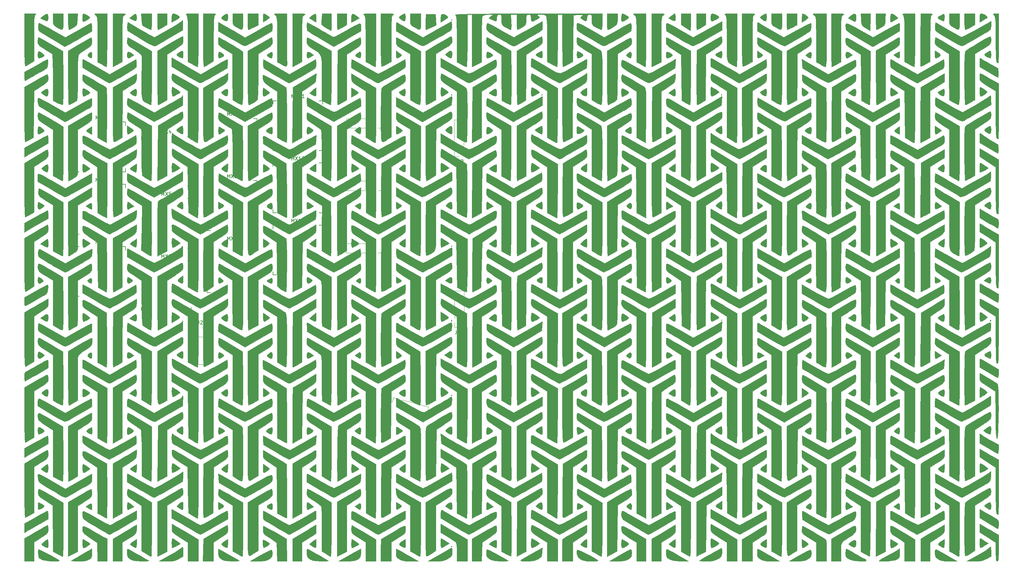
<source format=gbr>
G04 #@! TF.GenerationSoftware,KiCad,Pcbnew,(5.1.4)-1*
G04 #@! TF.CreationDate,2023-01-08T18:51:56-05:00*
G04 #@! TF.ProjectId,ThumbsUp,5468756d-6273-4557-902e-6b696361645f,rev?*
G04 #@! TF.SameCoordinates,Original*
G04 #@! TF.FileFunction,Legend,Top*
G04 #@! TF.FilePolarity,Positive*
%FSLAX46Y46*%
G04 Gerber Fmt 4.6, Leading zero omitted, Abs format (unit mm)*
G04 Created by KiCad (PCBNEW (5.1.4)-1) date 2023-01-08 18:51:56*
%MOMM*%
%LPD*%
G04 APERTURE LIST*
%ADD10C,0.010000*%
%ADD11C,0.120000*%
%ADD12C,0.150000*%
G04 APERTURE END LIST*
D10*
G36*
X10742372Y-633080447D02*
G01*
X10784066Y-633679783D01*
X10787328Y-633978421D01*
X10767301Y-634531228D01*
X10653693Y-634938048D01*
X10358796Y-635304882D01*
X9794901Y-635737736D01*
X8874299Y-636342613D01*
X8782065Y-636401962D01*
X6781053Y-637689188D01*
X6781053Y-643002105D01*
X4107369Y-643002105D01*
X4107369Y-636607804D01*
X5377369Y-635885341D01*
X6239017Y-635388576D01*
X7339189Y-634745305D01*
X8457924Y-634084231D01*
X8595273Y-634002491D01*
X9494375Y-633475025D01*
X10205794Y-633072922D01*
X10615411Y-632860089D01*
X10667378Y-632842105D01*
X10742372Y-633080447D01*
X10742372Y-633080447D01*
G37*
X10742372Y-633080447D02*
X10784066Y-633679783D01*
X10787328Y-633978421D01*
X10767301Y-634531228D01*
X10653693Y-634938048D01*
X10358796Y-635304882D01*
X9794901Y-635737736D01*
X8874299Y-636342613D01*
X8782065Y-636401962D01*
X6781053Y-637689188D01*
X6781053Y-643002105D01*
X4107369Y-643002105D01*
X4107369Y-636607804D01*
X5377369Y-635885341D01*
X6239017Y-635388576D01*
X7339189Y-634745305D01*
X8457924Y-634084231D01*
X8595273Y-634002491D01*
X9494375Y-633475025D01*
X10205794Y-633072922D01*
X10615411Y-632860089D01*
X10667378Y-632842105D01*
X10742372Y-633080447D01*
G36*
X8327266Y-639785594D02*
G01*
X8962668Y-640072123D01*
X9837897Y-640506043D01*
X10840998Y-641027922D01*
X11860017Y-641578328D01*
X12782998Y-642097829D01*
X13497987Y-642526995D01*
X13893029Y-642806392D01*
X13903801Y-642816783D01*
X13822196Y-642945428D01*
X13335823Y-643010743D01*
X12570038Y-643019492D01*
X11650196Y-642978440D01*
X10701651Y-642894352D01*
X9849760Y-642773990D01*
X9219876Y-642624120D01*
X9053684Y-642555069D01*
X8487654Y-642247323D01*
X8175111Y-642063443D01*
X8164594Y-642055455D01*
X8047581Y-641723129D01*
X7969796Y-641100183D01*
X7942674Y-640408762D01*
X7977651Y-639871008D01*
X8043646Y-639705888D01*
X8327266Y-639785594D01*
X8327266Y-639785594D01*
G37*
X8327266Y-639785594D02*
X8962668Y-640072123D01*
X9837897Y-640506043D01*
X10840998Y-641027922D01*
X11860017Y-641578328D01*
X12782998Y-642097829D01*
X13497987Y-642526995D01*
X13893029Y-642806392D01*
X13903801Y-642816783D01*
X13822196Y-642945428D01*
X13335823Y-643010743D01*
X12570038Y-643019492D01*
X11650196Y-642978440D01*
X10701651Y-642894352D01*
X9849760Y-642773990D01*
X9219876Y-642624120D01*
X9053684Y-642555069D01*
X8487654Y-642247323D01*
X8175111Y-642063443D01*
X8164594Y-642055455D01*
X8047581Y-641723129D01*
X7969796Y-641100183D01*
X7942674Y-640408762D01*
X7977651Y-639871008D01*
X8043646Y-639705888D01*
X8327266Y-639785594D01*
G36*
X23088836Y-640774509D02*
G01*
X23049874Y-641588093D01*
X22873414Y-642068420D01*
X22465988Y-642415155D01*
X22265063Y-642534210D01*
X21551752Y-642812198D01*
X20553774Y-642961450D01*
X19281140Y-643002105D01*
X18299571Y-642989685D01*
X17580086Y-642956628D01*
X17240050Y-642909241D01*
X17230702Y-642891925D01*
X17499650Y-642719541D01*
X18121191Y-642354569D01*
X18980424Y-641864019D01*
X19347369Y-641657494D01*
X20394848Y-641065706D01*
X21373319Y-640505144D01*
X22104597Y-640078070D01*
X22221579Y-640007973D01*
X23090526Y-639482703D01*
X23088836Y-640774509D01*
X23088836Y-640774509D01*
G37*
X23088836Y-640774509D02*
X23049874Y-641588093D01*
X22873414Y-642068420D01*
X22465988Y-642415155D01*
X22265063Y-642534210D01*
X21551752Y-642812198D01*
X20553774Y-642961450D01*
X19281140Y-643002105D01*
X18299571Y-642989685D01*
X17580086Y-642956628D01*
X17240050Y-642909241D01*
X17230702Y-642891925D01*
X17499650Y-642719541D01*
X18121191Y-642354569D01*
X18980424Y-641864019D01*
X19347369Y-641657494D01*
X20394848Y-641065706D01*
X21373319Y-640505144D01*
X22104597Y-640078070D01*
X22221579Y-640007973D01*
X23090526Y-639482703D01*
X23088836Y-640774509D01*
G36*
X21486566Y-633402860D02*
G01*
X22462146Y-633945210D01*
X22878890Y-634194536D01*
X23995751Y-634857345D01*
X25084679Y-635484241D01*
X25968537Y-635973916D01*
X26232105Y-636112308D01*
X27368421Y-636691818D01*
X27368421Y-643002105D01*
X24714101Y-643002105D01*
X24561053Y-637839283D01*
X22555790Y-636470104D01*
X21537666Y-635741251D01*
X20903724Y-635189097D01*
X20571195Y-634729764D01*
X20463746Y-634349983D01*
X20419029Y-633637260D01*
X20530759Y-633244653D01*
X20864688Y-633167931D01*
X21486566Y-633402860D01*
X21486566Y-633402860D01*
G37*
X21486566Y-633402860D02*
X22462146Y-633945210D01*
X22878890Y-634194536D01*
X23995751Y-634857345D01*
X25084679Y-635484241D01*
X25968537Y-635973916D01*
X26232105Y-636112308D01*
X27368421Y-636691818D01*
X27368421Y-643002105D01*
X24714101Y-643002105D01*
X24561053Y-637839283D01*
X22555790Y-636470104D01*
X21537666Y-635741251D01*
X20903724Y-635189097D01*
X20571195Y-634729764D01*
X20463746Y-634349983D01*
X20419029Y-633637260D01*
X20530759Y-633244653D01*
X20864688Y-633167931D01*
X21486566Y-633402860D01*
G36*
X35656842Y-633990788D02*
G01*
X35641865Y-634567020D01*
X35539152Y-634984724D01*
X35262035Y-635351931D01*
X34723842Y-635776676D01*
X33837905Y-636366990D01*
X33655032Y-636486015D01*
X31653222Y-637788421D01*
X31646316Y-643002105D01*
X28972632Y-643002105D01*
X28979190Y-636718947D01*
X31031172Y-635515789D01*
X32157698Y-634854926D01*
X33290252Y-634189972D01*
X34217807Y-633644840D01*
X34369998Y-633555299D01*
X35656842Y-632797966D01*
X35656842Y-633990788D01*
X35656842Y-633990788D01*
G37*
X35656842Y-633990788D02*
X35641865Y-634567020D01*
X35539152Y-634984724D01*
X35262035Y-635351931D01*
X34723842Y-635776676D01*
X33837905Y-636366990D01*
X33655032Y-636486015D01*
X31653222Y-637788421D01*
X31646316Y-643002105D01*
X28972632Y-643002105D01*
X28979190Y-636718947D01*
X31031172Y-635515789D01*
X32157698Y-634854926D01*
X33290252Y-634189972D01*
X34217807Y-633644840D01*
X34369998Y-633555299D01*
X35656842Y-632797966D01*
X35656842Y-633990788D01*
G36*
X33392633Y-639650067D02*
G01*
X34008203Y-639980307D01*
X34868777Y-640455518D01*
X35865493Y-641014182D01*
X36889491Y-641594779D01*
X37831909Y-642135790D01*
X38583887Y-642575698D01*
X39036564Y-642852983D01*
X39110351Y-642905362D01*
X38916483Y-642946655D01*
X38303312Y-642973669D01*
X37386172Y-642982382D01*
X36971404Y-642979955D01*
X35699192Y-642934762D01*
X34806716Y-642810736D01*
X34141457Y-642580526D01*
X33852105Y-642420606D01*
X33296194Y-642007447D01*
X33045180Y-641539220D01*
X32983391Y-640787533D01*
X32983158Y-640704862D01*
X33013108Y-639995648D01*
X33088714Y-639575614D01*
X33130928Y-639526316D01*
X33392633Y-639650067D01*
X33392633Y-639650067D01*
G37*
X33392633Y-639650067D02*
X34008203Y-639980307D01*
X34868777Y-640455518D01*
X35865493Y-641014182D01*
X36889491Y-641594779D01*
X37831909Y-642135790D01*
X38583887Y-642575698D01*
X39036564Y-642852983D01*
X39110351Y-642905362D01*
X38916483Y-642946655D01*
X38303312Y-642973669D01*
X37386172Y-642982382D01*
X36971404Y-642979955D01*
X35699192Y-642934762D01*
X34806716Y-642810736D01*
X34141457Y-642580526D01*
X33852105Y-642420606D01*
X33296194Y-642007447D01*
X33045180Y-641539220D01*
X32983391Y-640787533D01*
X32983158Y-640704862D01*
X33013108Y-639995648D01*
X33088714Y-639575614D01*
X33130928Y-639526316D01*
X33392633Y-639650067D01*
G36*
X48648338Y-639009293D02*
G01*
X48700673Y-639460247D01*
X48726880Y-640102489D01*
X48757895Y-641614451D01*
X47573969Y-642308278D01*
X46885607Y-642666572D01*
X46217011Y-642876366D01*
X45385651Y-642974602D01*
X44208994Y-642998217D01*
X44165021Y-642998156D01*
X41940000Y-642994208D01*
X45207273Y-641193419D01*
X46400466Y-640512478D01*
X47414865Y-639889451D01*
X48161422Y-639382384D01*
X48551090Y-639049320D01*
X48585205Y-638991579D01*
X48648338Y-639009293D01*
X48648338Y-639009293D01*
G37*
X48648338Y-639009293D02*
X48700673Y-639460247D01*
X48726880Y-640102489D01*
X48757895Y-641614451D01*
X47573969Y-642308278D01*
X46885607Y-642666572D01*
X46217011Y-642876366D01*
X45385651Y-642974602D01*
X44208994Y-642998217D01*
X44165021Y-642998156D01*
X41940000Y-642994208D01*
X45207273Y-641193419D01*
X46400466Y-640512478D01*
X47414865Y-639889451D01*
X48161422Y-639382384D01*
X48551090Y-639049320D01*
X48585205Y-638991579D01*
X48648338Y-639009293D01*
G36*
X45909294Y-632703804D02*
G01*
X46542641Y-633060232D01*
X47474831Y-633597854D01*
X48625543Y-634270506D01*
X49398272Y-634726109D01*
X53035790Y-636877481D01*
X53035790Y-643002105D01*
X50094737Y-643002105D01*
X50094737Y-637713920D01*
X47825474Y-636280644D01*
X46797047Y-635623990D01*
X46138372Y-635159211D01*
X45766886Y-634792955D01*
X45600024Y-634431872D01*
X45555225Y-633982609D01*
X45552843Y-633711052D01*
X45572944Y-633016740D01*
X45627477Y-632614785D01*
X45655114Y-632574737D01*
X45909294Y-632703804D01*
X45909294Y-632703804D01*
G37*
X45909294Y-632703804D02*
X46542641Y-633060232D01*
X47474831Y-633597854D01*
X48625543Y-634270506D01*
X49398272Y-634726109D01*
X53035790Y-636877481D01*
X53035790Y-643002105D01*
X50094737Y-643002105D01*
X50094737Y-637713920D01*
X47825474Y-636280644D01*
X46797047Y-635623990D01*
X46138372Y-635159211D01*
X45766886Y-634792955D01*
X45600024Y-634431872D01*
X45555225Y-633982609D01*
X45552843Y-633711052D01*
X45572944Y-633016740D01*
X45627477Y-632614785D01*
X45655114Y-632574737D01*
X45909294Y-632703804D01*
G36*
X61282387Y-633080472D02*
G01*
X61317941Y-633679864D01*
X61320757Y-633978421D01*
X61300977Y-634530710D01*
X61187482Y-634938324D01*
X60893025Y-635307369D01*
X60330356Y-635743954D01*
X59412227Y-636354187D01*
X59315494Y-636417143D01*
X57313684Y-637719549D01*
X57313684Y-643002105D01*
X54355662Y-643002105D01*
X54430989Y-639875299D01*
X54506316Y-636748494D01*
X57809604Y-634795299D01*
X58992966Y-634099709D01*
X60003702Y-633513392D01*
X60757213Y-633084819D01*
X61168901Y-632862463D01*
X61218552Y-632842105D01*
X61282387Y-633080472D01*
X61282387Y-633080472D01*
G37*
X61282387Y-633080472D02*
X61317941Y-633679864D01*
X61320757Y-633978421D01*
X61300977Y-634530710D01*
X61187482Y-634938324D01*
X60893025Y-635307369D01*
X60330356Y-635743954D01*
X59412227Y-636354187D01*
X59315494Y-636417143D01*
X57313684Y-637719549D01*
X57313684Y-643002105D01*
X54355662Y-643002105D01*
X54430989Y-639875299D01*
X54506316Y-636748494D01*
X57809604Y-634795299D01*
X58992966Y-634099709D01*
X60003702Y-633513392D01*
X60757213Y-633084819D01*
X61168901Y-632862463D01*
X61218552Y-632842105D01*
X61282387Y-633080472D01*
G36*
X60054211Y-640271569D02*
G01*
X61876538Y-641283538D01*
X63224755Y-642050737D01*
X64099874Y-642573758D01*
X64502907Y-642853193D01*
X64532632Y-642893943D01*
X64286716Y-642944361D01*
X63634677Y-642980983D01*
X62705078Y-642997378D01*
X62460526Y-642997601D01*
X61251033Y-642959399D01*
X60405715Y-642829821D01*
X59757327Y-642576963D01*
X59519474Y-642436608D01*
X58964981Y-642011572D01*
X58713512Y-641536353D01*
X58650814Y-640781203D01*
X58650526Y-640689250D01*
X58650526Y-639498380D01*
X60054211Y-640271569D01*
X60054211Y-640271569D01*
G37*
X60054211Y-640271569D02*
X61876538Y-641283538D01*
X63224755Y-642050737D01*
X64099874Y-642573758D01*
X64502907Y-642853193D01*
X64532632Y-642893943D01*
X64286716Y-642944361D01*
X63634677Y-642980983D01*
X62705078Y-642997378D01*
X62460526Y-642997601D01*
X61251033Y-642959399D01*
X60405715Y-642829821D01*
X59757327Y-642576963D01*
X59519474Y-642436608D01*
X58964981Y-642011572D01*
X58713512Y-641536353D01*
X58650814Y-640781203D01*
X58650526Y-640689250D01*
X58650526Y-639498380D01*
X60054211Y-640271569D01*
G36*
X73793584Y-640042907D02*
G01*
X73889576Y-640738586D01*
X73890526Y-640836748D01*
X73825480Y-641560868D01*
X73536733Y-642027529D01*
X72939454Y-642440959D01*
X72299598Y-642744750D01*
X71553030Y-642918134D01*
X70532868Y-642990726D01*
X69797875Y-642998423D01*
X67607369Y-642994742D01*
X70414737Y-641397895D01*
X71531795Y-640777232D01*
X72496647Y-640268514D01*
X73206021Y-639924354D01*
X73556316Y-639797366D01*
X73793584Y-640042907D01*
X73793584Y-640042907D01*
G37*
X73793584Y-640042907D02*
X73889576Y-640738586D01*
X73890526Y-640836748D01*
X73825480Y-641560868D01*
X73536733Y-642027529D01*
X72939454Y-642440959D01*
X72299598Y-642744750D01*
X71553030Y-642918134D01*
X70532868Y-642990726D01*
X69797875Y-642998423D01*
X67607369Y-642994742D01*
X70414737Y-641397895D01*
X71531795Y-640777232D01*
X72496647Y-640268514D01*
X73206021Y-639924354D01*
X73556316Y-639797366D01*
X73793584Y-640042907D01*
G36*
X71648858Y-633234384D02*
G01*
X72300281Y-633576905D01*
X73236887Y-634088716D01*
X74369305Y-634721501D01*
X74710063Y-634914210D01*
X77892991Y-636718947D01*
X77901053Y-643002105D01*
X75246732Y-643002105D01*
X75093684Y-637822659D01*
X73155263Y-636522097D01*
X72221481Y-635882187D01*
X71648728Y-635425756D01*
X71349035Y-635045860D01*
X71234436Y-634635554D01*
X71216842Y-634165504D01*
X71251695Y-633500495D01*
X71338626Y-633134222D01*
X71371988Y-633109473D01*
X71648858Y-633234384D01*
X71648858Y-633234384D01*
G37*
X71648858Y-633234384D02*
X72300281Y-633576905D01*
X73236887Y-634088716D01*
X74369305Y-634721501D01*
X74710063Y-634914210D01*
X77892991Y-636718947D01*
X77901053Y-643002105D01*
X75246732Y-643002105D01*
X75093684Y-637822659D01*
X73155263Y-636522097D01*
X72221481Y-635882187D01*
X71648728Y-635425756D01*
X71349035Y-635045860D01*
X71234436Y-634635554D01*
X71216842Y-634165504D01*
X71251695Y-633500495D01*
X71338626Y-633134222D01*
X71371988Y-633109473D01*
X71648858Y-633234384D01*
G36*
X86189474Y-635207498D02*
G01*
X84184211Y-636477783D01*
X82178947Y-637748068D01*
X82178947Y-643002105D01*
X79505263Y-643002105D01*
X79508542Y-639860526D01*
X79511822Y-636718947D01*
X81563803Y-635515789D01*
X82690329Y-634854926D01*
X83822883Y-634189972D01*
X84750439Y-633644840D01*
X84902629Y-633555299D01*
X86189474Y-632797966D01*
X86189474Y-635207498D01*
X86189474Y-635207498D01*
G37*
X86189474Y-635207498D02*
X84184211Y-636477783D01*
X82178947Y-637748068D01*
X82178947Y-643002105D01*
X79505263Y-643002105D01*
X79508542Y-639860526D01*
X79511822Y-636718947D01*
X81563803Y-635515789D01*
X82690329Y-634854926D01*
X83822883Y-634189972D01*
X84750439Y-633644840D01*
X84902629Y-633555299D01*
X86189474Y-632797966D01*
X86189474Y-635207498D01*
G36*
X83925265Y-639650067D02*
G01*
X84540835Y-639980307D01*
X85401408Y-640455518D01*
X86398124Y-641014182D01*
X87422122Y-641594779D01*
X88364541Y-642135790D01*
X89116519Y-642575698D01*
X89569196Y-642852983D01*
X89642983Y-642905362D01*
X89449115Y-642946655D01*
X88835943Y-642973669D01*
X87918804Y-642982382D01*
X87504035Y-642979955D01*
X86231824Y-642934762D01*
X85339348Y-642810736D01*
X84674089Y-642580526D01*
X84384737Y-642420606D01*
X83828826Y-642007447D01*
X83577812Y-641539220D01*
X83516023Y-640787533D01*
X83515790Y-640704862D01*
X83545739Y-639995648D01*
X83621345Y-639575614D01*
X83663560Y-639526316D01*
X83925265Y-639650067D01*
X83925265Y-639650067D01*
G37*
X83925265Y-639650067D02*
X84540835Y-639980307D01*
X85401408Y-640455518D01*
X86398124Y-641014182D01*
X87422122Y-641594779D01*
X88364541Y-642135790D01*
X89116519Y-642575698D01*
X89569196Y-642852983D01*
X89642983Y-642905362D01*
X89449115Y-642946655D01*
X88835943Y-642973669D01*
X87918804Y-642982382D01*
X87504035Y-642979955D01*
X86231824Y-642934762D01*
X85339348Y-642810736D01*
X84674089Y-642580526D01*
X84384737Y-642420606D01*
X83828826Y-642007447D01*
X83577812Y-641539220D01*
X83516023Y-640787533D01*
X83515790Y-640704862D01*
X83545739Y-639995648D01*
X83621345Y-639575614D01*
X83663560Y-639526316D01*
X83925265Y-639650067D01*
G36*
X98755790Y-640720318D02*
G01*
X98710236Y-641515511D01*
X98500900Y-641998320D01*
X98018769Y-642388287D01*
X97886842Y-642470299D01*
X97295080Y-642752720D01*
X96566780Y-642916660D01*
X95549445Y-642987649D01*
X94745263Y-642996262D01*
X92472632Y-642992418D01*
X93848142Y-642233923D01*
X94817164Y-641697573D01*
X95984203Y-641048806D01*
X96989721Y-640487787D01*
X98755790Y-639500145D01*
X98755790Y-640720318D01*
X98755790Y-640720318D01*
G37*
X98755790Y-640720318D02*
X98710236Y-641515511D01*
X98500900Y-641998320D01*
X98018769Y-642388287D01*
X97886842Y-642470299D01*
X97295080Y-642752720D01*
X96566780Y-642916660D01*
X95549445Y-642987649D01*
X94745263Y-642996262D01*
X92472632Y-642992418D01*
X93848142Y-642233923D01*
X94817164Y-641697573D01*
X95984203Y-641048806D01*
X96989721Y-640487787D01*
X98755790Y-639500145D01*
X98755790Y-640720318D01*
G36*
X96574556Y-633091287D02*
G01*
X97238988Y-633478939D01*
X98187168Y-634033366D01*
X99330339Y-634702697D01*
X99758421Y-634953532D01*
X103033684Y-636873050D01*
X103033684Y-643002105D01*
X100092632Y-643002105D01*
X100092632Y-637695659D01*
X98087369Y-636425374D01*
X97132586Y-635811478D01*
X96542338Y-635376211D01*
X96228961Y-635012792D01*
X96104790Y-634614438D01*
X96082161Y-634074367D01*
X96082105Y-633982818D01*
X96122143Y-633304377D01*
X96223385Y-632941811D01*
X96282632Y-632922280D01*
X96574556Y-633091287D01*
X96574556Y-633091287D01*
G37*
X96574556Y-633091287D02*
X97238988Y-633478939D01*
X98187168Y-634033366D01*
X99330339Y-634702697D01*
X99758421Y-634953532D01*
X103033684Y-636873050D01*
X103033684Y-643002105D01*
X100092632Y-643002105D01*
X100092632Y-637695659D01*
X98087369Y-636425374D01*
X97132586Y-635811478D01*
X96542338Y-635376211D01*
X96228961Y-635012792D01*
X96104790Y-634614438D01*
X96082161Y-634074367D01*
X96082105Y-633982818D01*
X96122143Y-633304377D01*
X96223385Y-632941811D01*
X96282632Y-632922280D01*
X96574556Y-633091287D01*
G36*
X111216910Y-633070842D02*
G01*
X111313487Y-633256088D01*
X111327577Y-633599152D01*
X111322105Y-633989190D01*
X111306279Y-634554428D01*
X111200326Y-634964743D01*
X110916538Y-635326694D01*
X110367203Y-635746838D01*
X109464614Y-636331734D01*
X109316842Y-636425374D01*
X107311579Y-637695659D01*
X107311579Y-643002105D01*
X104345679Y-643002105D01*
X104388261Y-639926260D01*
X104430844Y-636850414D01*
X107274896Y-635148141D01*
X108736119Y-634271617D01*
X109797452Y-633643804D01*
X110522374Y-633246522D01*
X110974366Y-633061594D01*
X111216910Y-633070842D01*
X111216910Y-633070842D01*
G37*
X111216910Y-633070842D02*
X111313487Y-633256088D01*
X111327577Y-633599152D01*
X111322105Y-633989190D01*
X111306279Y-634554428D01*
X111200326Y-634964743D01*
X110916538Y-635326694D01*
X110367203Y-635746838D01*
X109464614Y-636331734D01*
X109316842Y-636425374D01*
X107311579Y-637695659D01*
X107311579Y-643002105D01*
X104345679Y-643002105D01*
X104388261Y-639926260D01*
X104430844Y-636850414D01*
X107274896Y-635148141D01*
X108736119Y-634271617D01*
X109797452Y-633643804D01*
X110522374Y-633246522D01*
X110974366Y-633061594D01*
X111216910Y-633070842D01*
G36*
X109651053Y-640035036D02*
G01*
X110348292Y-640409614D01*
X111331157Y-640954250D01*
X112422781Y-641570593D01*
X112786157Y-641778365D01*
X114918630Y-643002105D01*
X112652473Y-642997601D01*
X111418290Y-642967771D01*
X110561975Y-642865655D01*
X109928518Y-642663513D01*
X109517369Y-642436608D01*
X108960965Y-642009278D01*
X108709919Y-641530613D01*
X108648597Y-640769222D01*
X108648421Y-640697784D01*
X108648421Y-639515448D01*
X109651053Y-640035036D01*
X109651053Y-640035036D01*
G37*
X109651053Y-640035036D02*
X110348292Y-640409614D01*
X111331157Y-640954250D01*
X112422781Y-641570593D01*
X112786157Y-641778365D01*
X114918630Y-643002105D01*
X112652473Y-642997601D01*
X111418290Y-642967771D01*
X110561975Y-642865655D01*
X109928518Y-642663513D01*
X109517369Y-642436608D01*
X108960965Y-642009278D01*
X108709919Y-641530613D01*
X108648597Y-640769222D01*
X108648421Y-640697784D01*
X108648421Y-639515448D01*
X109651053Y-640035036D01*
G36*
X124380488Y-639497875D02*
G01*
X124418654Y-640101116D01*
X124423158Y-640439246D01*
X124390999Y-641147192D01*
X124214379Y-641596067D01*
X123773087Y-641967780D01*
X123186324Y-642310825D01*
X122446742Y-642675689D01*
X121728213Y-642885741D01*
X120837432Y-642979950D01*
X119777377Y-642998014D01*
X117605263Y-642993922D01*
X120907149Y-641126435D01*
X122096651Y-640457710D01*
X123111223Y-639894976D01*
X123864762Y-639485401D01*
X124271164Y-639276154D01*
X124316097Y-639258947D01*
X124380488Y-639497875D01*
X124380488Y-639497875D01*
G37*
X124380488Y-639497875D02*
X124418654Y-640101116D01*
X124423158Y-640439246D01*
X124390999Y-641147192D01*
X124214379Y-641596067D01*
X123773087Y-641967780D01*
X123186324Y-642310825D01*
X122446742Y-642675689D01*
X121728213Y-642885741D01*
X120837432Y-642979950D01*
X119777377Y-642998014D01*
X117605263Y-642993922D01*
X120907149Y-641126435D01*
X122096651Y-640457710D01*
X123111223Y-639894976D01*
X123864762Y-639485401D01*
X124271164Y-639276154D01*
X124316097Y-639258947D01*
X124380488Y-639497875D01*
G36*
X122083684Y-633052085D02*
G01*
X122656631Y-633390840D01*
X123565457Y-633922806D01*
X124682994Y-634573741D01*
X125826842Y-635237420D01*
X128701053Y-636901794D01*
X128701053Y-643002105D01*
X125760000Y-643002105D01*
X125755906Y-640528947D01*
X125733936Y-639411522D01*
X125678509Y-638489492D01*
X125599543Y-637899179D01*
X125555380Y-637772492D01*
X125251658Y-637512824D01*
X124604917Y-637057324D01*
X123730495Y-636485563D01*
X123286842Y-636207450D01*
X121214737Y-634925704D01*
X121214737Y-632531124D01*
X122083684Y-633052085D01*
X122083684Y-633052085D01*
G37*
X122083684Y-633052085D02*
X122656631Y-633390840D01*
X123565457Y-633922806D01*
X124682994Y-634573741D01*
X125826842Y-635237420D01*
X128701053Y-636901794D01*
X128701053Y-643002105D01*
X125760000Y-643002105D01*
X125755906Y-640528947D01*
X125733936Y-639411522D01*
X125678509Y-638489492D01*
X125599543Y-637899179D01*
X125555380Y-637772492D01*
X125251658Y-637512824D01*
X124604917Y-637057324D01*
X123730495Y-636485563D01*
X123286842Y-636207450D01*
X121214737Y-634925704D01*
X121214737Y-632531124D01*
X122083684Y-633052085D01*
G36*
X136924381Y-633342360D02*
G01*
X136988812Y-633971071D01*
X136989474Y-634044582D01*
X136952225Y-634496152D01*
X136784258Y-634878057D01*
X136401241Y-635284998D01*
X135718840Y-635811672D01*
X134917369Y-636371404D01*
X132845263Y-637794676D01*
X132768739Y-640398391D01*
X132692215Y-643002105D01*
X130037895Y-643002105D01*
X130042225Y-639860526D01*
X130046556Y-636718947D01*
X133315341Y-634804730D01*
X134500728Y-634126862D01*
X135523698Y-633572582D01*
X136296247Y-633187242D01*
X136730370Y-633016195D01*
X136786800Y-633015773D01*
X136924381Y-633342360D01*
X136924381Y-633342360D01*
G37*
X136924381Y-633342360D02*
X136988812Y-633971071D01*
X136989474Y-634044582D01*
X136952225Y-634496152D01*
X136784258Y-634878057D01*
X136401241Y-635284998D01*
X135718840Y-635811672D01*
X134917369Y-636371404D01*
X132845263Y-637794676D01*
X132768739Y-640398391D01*
X132692215Y-643002105D01*
X130037895Y-643002105D01*
X130042225Y-639860526D01*
X130046556Y-636718947D01*
X133315341Y-634804730D01*
X134500728Y-634126862D01*
X135523698Y-633572582D01*
X136296247Y-633187242D01*
X136730370Y-633016195D01*
X136786800Y-633015773D01*
X136924381Y-633342360D01*
G36*
X134533354Y-639781074D02*
G01*
X135160447Y-640074845D01*
X136029661Y-640516863D01*
X137030569Y-641047465D01*
X138052745Y-641606988D01*
X138985760Y-642135768D01*
X139719187Y-642574141D01*
X140142599Y-642862444D01*
X140175614Y-642892050D01*
X139983915Y-642941903D01*
X139375968Y-642977111D01*
X138470190Y-642991805D01*
X138170351Y-642991400D01*
X136570199Y-642902268D01*
X135474344Y-642653004D01*
X135251579Y-642551483D01*
X134643515Y-642173240D01*
X134263485Y-641841722D01*
X134253042Y-641826925D01*
X134106021Y-641351530D01*
X134058082Y-640677534D01*
X134108572Y-640045617D01*
X134256841Y-639696461D01*
X134258810Y-639695215D01*
X134533354Y-639781074D01*
X134533354Y-639781074D01*
G37*
X134533354Y-639781074D02*
X135160447Y-640074845D01*
X136029661Y-640516863D01*
X137030569Y-641047465D01*
X138052745Y-641606988D01*
X138985760Y-642135768D01*
X139719187Y-642574141D01*
X140142599Y-642862444D01*
X140175614Y-642892050D01*
X139983915Y-642941903D01*
X139375968Y-642977111D01*
X138470190Y-642991805D01*
X138170351Y-642991400D01*
X136570199Y-642902268D01*
X135474344Y-642653004D01*
X135251579Y-642551483D01*
X134643515Y-642173240D01*
X134263485Y-641841722D01*
X134253042Y-641826925D01*
X134106021Y-641351530D01*
X134058082Y-640677534D01*
X134108572Y-640045617D01*
X134256841Y-639696461D01*
X134258810Y-639695215D01*
X134533354Y-639781074D01*
G36*
X149772388Y-640487219D02*
G01*
X149681829Y-641300596D01*
X149456371Y-641795289D01*
X148965120Y-642187337D01*
X148620000Y-642389224D01*
X147909500Y-642721524D01*
X147128500Y-642909541D01*
X146092638Y-642988323D01*
X145418930Y-642997707D01*
X144379141Y-642990088D01*
X143798980Y-642950753D01*
X143603552Y-642863000D01*
X143717957Y-642710123D01*
X143814719Y-642639935D01*
X144318494Y-642326322D01*
X145113529Y-641864765D01*
X145946316Y-641400100D01*
X146991773Y-640822421D01*
X148046032Y-640230853D01*
X148702914Y-639855867D01*
X149855301Y-639189298D01*
X149772388Y-640487219D01*
X149772388Y-640487219D01*
G37*
X149772388Y-640487219D02*
X149681829Y-641300596D01*
X149456371Y-641795289D01*
X148965120Y-642187337D01*
X148620000Y-642389224D01*
X147909500Y-642721524D01*
X147128500Y-642909541D01*
X146092638Y-642988323D01*
X145418930Y-642997707D01*
X144379141Y-642990088D01*
X143798980Y-642950753D01*
X143603552Y-642863000D01*
X143717957Y-642710123D01*
X143814719Y-642639935D01*
X144318494Y-642326322D01*
X145113529Y-641864765D01*
X145946316Y-641400100D01*
X146991773Y-640822421D01*
X148046032Y-640230853D01*
X148702914Y-639855867D01*
X149855301Y-639189298D01*
X149772388Y-640487219D01*
G36*
X147265778Y-632972787D02*
G01*
X147965657Y-633332499D01*
X148944277Y-633872741D01*
X150112468Y-634545010D01*
X150676966Y-634878112D01*
X154101053Y-636914118D01*
X154101053Y-643002105D01*
X151160000Y-643002105D01*
X151160000Y-637718128D01*
X148887369Y-636286769D01*
X147854197Y-635626267D01*
X147193601Y-635156298D01*
X146822424Y-634787654D01*
X146657511Y-634431129D01*
X146615706Y-633997515D01*
X146614737Y-633848757D01*
X146691796Y-633156484D01*
X146896164Y-632847549D01*
X146933809Y-632842105D01*
X147265778Y-632972787D01*
X147265778Y-632972787D01*
G37*
X147265778Y-632972787D02*
X147965657Y-633332499D01*
X148944277Y-633872741D01*
X150112468Y-634545010D01*
X150676966Y-634878112D01*
X154101053Y-636914118D01*
X154101053Y-643002105D01*
X151160000Y-643002105D01*
X151160000Y-637718128D01*
X148887369Y-636286769D01*
X147854197Y-635626267D01*
X147193601Y-635156298D01*
X146822424Y-634787654D01*
X146657511Y-634431129D01*
X146615706Y-633997515D01*
X146614737Y-633848757D01*
X146691796Y-633156484D01*
X146896164Y-632847549D01*
X146933809Y-632842105D01*
X147265778Y-632972787D01*
G36*
X162333616Y-633080429D02*
G01*
X162381929Y-633679726D01*
X162386020Y-633978421D01*
X162366240Y-634530710D01*
X162252746Y-634938324D01*
X161958288Y-635307369D01*
X161395619Y-635743954D01*
X160477490Y-636354187D01*
X160380757Y-636417143D01*
X158378947Y-637719549D01*
X158378947Y-643002105D01*
X155437895Y-643002105D01*
X155437895Y-636889044D01*
X156214432Y-636336101D01*
X156766431Y-635969015D01*
X157111108Y-635787361D01*
X157134716Y-635783158D01*
X157408461Y-635652386D01*
X158036135Y-635298815D01*
X158916662Y-634780562D01*
X159692248Y-634312631D01*
X160697036Y-633708172D01*
X161525462Y-633224234D01*
X162076553Y-632918924D01*
X162247754Y-632842105D01*
X162333616Y-633080429D01*
X162333616Y-633080429D01*
G37*
X162333616Y-633080429D02*
X162381929Y-633679726D01*
X162386020Y-633978421D01*
X162366240Y-634530710D01*
X162252746Y-634938324D01*
X161958288Y-635307369D01*
X161395619Y-635743954D01*
X160477490Y-636354187D01*
X160380757Y-636417143D01*
X158378947Y-637719549D01*
X158378947Y-643002105D01*
X155437895Y-643002105D01*
X155437895Y-636889044D01*
X156214432Y-636336101D01*
X156766431Y-635969015D01*
X157111108Y-635787361D01*
X157134716Y-635783158D01*
X157408461Y-635652386D01*
X158036135Y-635298815D01*
X158916662Y-634780562D01*
X159692248Y-634312631D01*
X160697036Y-633708172D01*
X161525462Y-633224234D01*
X162076553Y-632918924D01*
X162247754Y-632842105D01*
X162333616Y-633080429D01*
G36*
X159912189Y-639834604D02*
G01*
X160547211Y-640098555D01*
X161422907Y-640512915D01*
X162427647Y-641019934D01*
X163449803Y-641561859D01*
X164377743Y-642080941D01*
X165099839Y-642519428D01*
X165501696Y-642816783D01*
X165345124Y-642902025D01*
X164766113Y-642966574D01*
X163876865Y-642999814D01*
X163543048Y-643002105D01*
X162369392Y-642975498D01*
X161560958Y-642873310D01*
X160949885Y-642661989D01*
X160490592Y-642391991D01*
X159808521Y-641784708D01*
X159518934Y-641067372D01*
X159495788Y-640887467D01*
X159496723Y-640216480D01*
X159615650Y-639794246D01*
X159629472Y-639778813D01*
X159912189Y-639834604D01*
X159912189Y-639834604D01*
G37*
X159912189Y-639834604D02*
X160547211Y-640098555D01*
X161422907Y-640512915D01*
X162427647Y-641019934D01*
X163449803Y-641561859D01*
X164377743Y-642080941D01*
X165099839Y-642519428D01*
X165501696Y-642816783D01*
X165345124Y-642902025D01*
X164766113Y-642966574D01*
X163876865Y-642999814D01*
X163543048Y-643002105D01*
X162369392Y-642975498D01*
X161560958Y-642873310D01*
X160949885Y-642661989D01*
X160490592Y-642391991D01*
X159808521Y-641784708D01*
X159518934Y-641067372D01*
X159495788Y-640887467D01*
X159496723Y-640216480D01*
X159615650Y-639794246D01*
X159629472Y-639778813D01*
X159912189Y-639834604D01*
G36*
X174755263Y-639707735D02*
G01*
X174898242Y-640042297D01*
X174946404Y-640661928D01*
X174900220Y-641325516D01*
X174760160Y-641791950D01*
X174751169Y-641805123D01*
X174097460Y-642414406D01*
X173132993Y-642797657D01*
X171779194Y-642979263D01*
X170894839Y-643002105D01*
X168686654Y-643002105D01*
X171620695Y-641296166D01*
X172743036Y-640661015D01*
X173699882Y-640152239D01*
X174397406Y-639817384D01*
X174741776Y-639704000D01*
X174755263Y-639707735D01*
X174755263Y-639707735D01*
G37*
X174755263Y-639707735D02*
X174898242Y-640042297D01*
X174946404Y-640661928D01*
X174900220Y-641325516D01*
X174760160Y-641791950D01*
X174751169Y-641805123D01*
X174097460Y-642414406D01*
X173132993Y-642797657D01*
X171779194Y-642979263D01*
X170894839Y-643002105D01*
X168686654Y-643002105D01*
X171620695Y-641296166D01*
X172743036Y-640661015D01*
X173699882Y-640152239D01*
X174397406Y-639817384D01*
X174741776Y-639704000D01*
X174755263Y-639707735D01*
G36*
X173325694Y-633494037D02*
G01*
X173810428Y-633776877D01*
X174878784Y-634406803D01*
X176127791Y-635123815D01*
X177161579Y-635703015D01*
X178966316Y-636697791D01*
X178966316Y-643002105D01*
X176292632Y-643002105D01*
X176288891Y-640395263D01*
X176285151Y-637788421D01*
X174216786Y-636451579D01*
X173187924Y-635757489D01*
X172543277Y-635234876D01*
X172196998Y-634800301D01*
X172063237Y-634370324D01*
X172061640Y-634356888D01*
X172021115Y-633559527D01*
X172174095Y-633164587D01*
X172586861Y-633150084D01*
X173325694Y-633494037D01*
X173325694Y-633494037D01*
G37*
X173325694Y-633494037D02*
X173810428Y-633776877D01*
X174878784Y-634406803D01*
X176127791Y-635123815D01*
X177161579Y-635703015D01*
X178966316Y-636697791D01*
X178966316Y-643002105D01*
X176292632Y-643002105D01*
X176288891Y-640395263D01*
X176285151Y-637788421D01*
X174216786Y-636451579D01*
X173187924Y-635757489D01*
X172543277Y-635234876D01*
X172196998Y-634800301D01*
X172063237Y-634370324D01*
X172061640Y-634356888D01*
X172021115Y-633559527D01*
X172174095Y-633164587D01*
X172586861Y-633150084D01*
X173325694Y-633494037D01*
G36*
X187254737Y-633990788D02*
G01*
X187239759Y-634567020D01*
X187137047Y-634984724D01*
X186859929Y-635351931D01*
X186321737Y-635776676D01*
X185435800Y-636366990D01*
X185252927Y-636486015D01*
X183251117Y-637788421D01*
X183244211Y-643002105D01*
X180570526Y-643002105D01*
X180573806Y-639860526D01*
X180577085Y-636718947D01*
X182629067Y-635515789D01*
X183755593Y-634854926D01*
X184888146Y-634189972D01*
X185815702Y-633644840D01*
X185967893Y-633555299D01*
X187254737Y-632797966D01*
X187254737Y-633990788D01*
X187254737Y-633990788D01*
G37*
X187254737Y-633990788D02*
X187239759Y-634567020D01*
X187137047Y-634984724D01*
X186859929Y-635351931D01*
X186321737Y-635776676D01*
X185435800Y-636366990D01*
X185252927Y-636486015D01*
X183251117Y-637788421D01*
X183244211Y-643002105D01*
X180570526Y-643002105D01*
X180573806Y-639860526D01*
X180577085Y-636718947D01*
X182629067Y-635515789D01*
X183755593Y-634854926D01*
X184888146Y-634189972D01*
X185815702Y-633644840D01*
X185967893Y-633555299D01*
X187254737Y-632797966D01*
X187254737Y-633990788D01*
G36*
X185095667Y-639727110D02*
G01*
X185674475Y-639998773D01*
X186572226Y-640502735D01*
X187858362Y-641252446D01*
X188055523Y-641367387D01*
X190861573Y-643002105D01*
X188723945Y-642990288D01*
X187374605Y-642934744D01*
X186388264Y-642766679D01*
X185599831Y-642457645D01*
X185583684Y-642449164D01*
X184962787Y-642075149D01*
X184670819Y-641682346D01*
X184585085Y-641056031D01*
X184581053Y-640694481D01*
X184578496Y-640171432D01*
X184617118Y-639826888D01*
X184766362Y-639674298D01*
X185095667Y-639727110D01*
X185095667Y-639727110D01*
G37*
X185095667Y-639727110D02*
X185674475Y-639998773D01*
X186572226Y-640502735D01*
X187858362Y-641252446D01*
X188055523Y-641367387D01*
X190861573Y-643002105D01*
X188723945Y-642990288D01*
X187374605Y-642934744D01*
X186388264Y-642766679D01*
X185599831Y-642457645D01*
X185583684Y-642449164D01*
X184962787Y-642075149D01*
X184670819Y-641682346D01*
X184585085Y-641056031D01*
X184581053Y-640694481D01*
X184578496Y-640171432D01*
X184617118Y-639826888D01*
X184766362Y-639674298D01*
X185095667Y-639727110D01*
G36*
X200273673Y-639507868D02*
G01*
X200345666Y-640062646D01*
X200355790Y-640435055D01*
X200320807Y-641177238D01*
X200133841Y-641643075D01*
X199671868Y-642032766D01*
X199195983Y-642322413D01*
X198466139Y-642693300D01*
X197734786Y-642901504D01*
X196801871Y-642989406D01*
X195987562Y-643002105D01*
X195017562Y-642988867D01*
X194295687Y-642953794D01*
X193951238Y-642903851D01*
X193938947Y-642891769D01*
X194159044Y-642728616D01*
X194760810Y-642361242D01*
X195656456Y-641841462D01*
X196758194Y-641221090D01*
X196946842Y-641116450D01*
X198094168Y-640481285D01*
X199072349Y-639939615D01*
X199786112Y-639544207D01*
X200140185Y-639347830D01*
X200155263Y-639339428D01*
X200273673Y-639507868D01*
X200273673Y-639507868D01*
G37*
X200273673Y-639507868D02*
X200345666Y-640062646D01*
X200355790Y-640435055D01*
X200320807Y-641177238D01*
X200133841Y-641643075D01*
X199671868Y-642032766D01*
X199195983Y-642322413D01*
X198466139Y-642693300D01*
X197734786Y-642901504D01*
X196801871Y-642989406D01*
X195987562Y-643002105D01*
X195017562Y-642988867D01*
X194295687Y-642953794D01*
X193951238Y-642903851D01*
X193938947Y-642891769D01*
X194159044Y-642728616D01*
X194760810Y-642361242D01*
X195656456Y-641841462D01*
X196758194Y-641221090D01*
X196946842Y-641116450D01*
X198094168Y-640481285D01*
X199072349Y-639939615D01*
X199786112Y-639544207D01*
X200140185Y-639347830D01*
X200155263Y-639339428D01*
X200273673Y-639507868D01*
G36*
X197520441Y-632703939D02*
G01*
X198156677Y-633060690D01*
X199090866Y-633598706D01*
X200242332Y-634271701D01*
X201005991Y-634722246D01*
X204633684Y-636869755D01*
X204633684Y-643002105D01*
X201692632Y-643002105D01*
X201692632Y-637726300D01*
X199431222Y-636286834D01*
X198405473Y-635626471D01*
X197748548Y-635158572D01*
X197377642Y-634789286D01*
X197209949Y-634424764D01*
X197162666Y-633971155D01*
X197158590Y-633711052D01*
X197175950Y-633016811D01*
X197232874Y-632614834D01*
X197262833Y-632574737D01*
X197520441Y-632703939D01*
X197520441Y-632703939D01*
G37*
X197520441Y-632703939D02*
X198156677Y-633060690D01*
X199090866Y-633598706D01*
X200242332Y-634271701D01*
X201005991Y-634722246D01*
X204633684Y-636869755D01*
X204633684Y-643002105D01*
X201692632Y-643002105D01*
X201692632Y-637726300D01*
X199431222Y-636286834D01*
X198405473Y-635626471D01*
X197748548Y-635158572D01*
X197377642Y-634789286D01*
X197209949Y-634424764D01*
X197162666Y-633971155D01*
X197158590Y-633711052D01*
X197175950Y-633016811D01*
X197232874Y-632614834D01*
X197262833Y-632574737D01*
X197520441Y-632703939D01*
G36*
X212883828Y-633080858D02*
G01*
X212918260Y-633682840D01*
X212922105Y-634007403D01*
X212906250Y-634572386D01*
X212800206Y-634982577D01*
X212516255Y-635344512D01*
X211966679Y-635764726D01*
X211063761Y-636349755D01*
X210916842Y-636442844D01*
X208911579Y-637712988D01*
X208911579Y-643002105D01*
X205970526Y-643002105D01*
X205970526Y-636881501D01*
X209349491Y-634861803D01*
X210544513Y-634151226D01*
X211567319Y-633550103D01*
X212334960Y-633106637D01*
X212764483Y-632869027D01*
X212825280Y-632842105D01*
X212883828Y-633080858D01*
X212883828Y-633080858D01*
G37*
X212883828Y-633080858D02*
X212918260Y-633682840D01*
X212922105Y-634007403D01*
X212906250Y-634572386D01*
X212800206Y-634982577D01*
X212516255Y-635344512D01*
X211966679Y-635764726D01*
X211063761Y-636349755D01*
X210916842Y-636442844D01*
X208911579Y-637712988D01*
X208911579Y-643002105D01*
X205970526Y-643002105D01*
X205970526Y-636881501D01*
X209349491Y-634861803D01*
X210544513Y-634151226D01*
X211567319Y-633550103D01*
X212334960Y-633106637D01*
X212764483Y-632869027D01*
X212825280Y-632842105D01*
X212883828Y-633080858D01*
G36*
X210607227Y-639651440D02*
G01*
X211238064Y-639993821D01*
X212153299Y-640503974D01*
X213263403Y-641132413D01*
X213491897Y-641262780D01*
X216531579Y-642999244D01*
X214258947Y-642996170D01*
X213024779Y-642967472D01*
X212168836Y-642866999D01*
X211536437Y-642667201D01*
X211117369Y-642436608D01*
X210559734Y-642007793D01*
X210308966Y-641526893D01*
X210248539Y-640761457D01*
X210248421Y-640703217D01*
X210269104Y-639994520D01*
X210321309Y-639575196D01*
X210350318Y-639526316D01*
X210607227Y-639651440D01*
X210607227Y-639651440D01*
G37*
X210607227Y-639651440D02*
X211238064Y-639993821D01*
X212153299Y-640503974D01*
X213263403Y-641132413D01*
X213491897Y-641262780D01*
X216531579Y-642999244D01*
X214258947Y-642996170D01*
X213024779Y-642967472D01*
X212168836Y-642866999D01*
X211536437Y-642667201D01*
X211117369Y-642436608D01*
X210559734Y-642007793D01*
X210308966Y-641526893D01*
X210248539Y-640761457D01*
X210248421Y-640703217D01*
X210269104Y-639994520D01*
X210321309Y-639575196D01*
X210350318Y-639526316D01*
X210607227Y-639651440D01*
G36*
X225391479Y-640042907D02*
G01*
X225487471Y-640738586D01*
X225488421Y-640836748D01*
X225423375Y-641560868D01*
X225134627Y-642027529D01*
X224537349Y-642440959D01*
X223897493Y-642744750D01*
X223150925Y-642918134D01*
X222130762Y-642990726D01*
X221395770Y-642998423D01*
X219205263Y-642994742D01*
X222012632Y-641397895D01*
X223129690Y-640777232D01*
X224094541Y-640268514D01*
X224803915Y-639924354D01*
X225154211Y-639797366D01*
X225391479Y-640042907D01*
X225391479Y-640042907D01*
G37*
X225391479Y-640042907D02*
X225487471Y-640738586D01*
X225488421Y-640836748D01*
X225423375Y-641560868D01*
X225134627Y-642027529D01*
X224537349Y-642440959D01*
X223897493Y-642744750D01*
X223150925Y-642918134D01*
X222130762Y-642990726D01*
X221395770Y-642998423D01*
X219205263Y-642994742D01*
X222012632Y-641397895D01*
X223129690Y-640777232D01*
X224094541Y-640268514D01*
X224803915Y-639924354D01*
X225154211Y-639797366D01*
X225391479Y-640042907D01*
G36*
X223349056Y-633240498D02*
G01*
X224023496Y-633591942D01*
X224939354Y-634101361D01*
X225990441Y-634706311D01*
X227070567Y-635344346D01*
X228073543Y-635953023D01*
X228893181Y-636469897D01*
X229423289Y-636832524D01*
X229561695Y-636955002D01*
X229642690Y-637332424D01*
X229708263Y-638119729D01*
X229750530Y-639192117D01*
X229762222Y-640127895D01*
X229766316Y-643002105D01*
X226825263Y-643002105D01*
X226824743Y-640395263D01*
X226824222Y-637788421D01*
X224819480Y-636511396D01*
X223862400Y-635890070D01*
X223271595Y-635447567D01*
X222958855Y-635080952D01*
X222835972Y-634687287D01*
X222814737Y-634171922D01*
X222861066Y-633504645D01*
X222976707Y-633135401D01*
X223022223Y-633109473D01*
X223349056Y-633240498D01*
X223349056Y-633240498D01*
G37*
X223349056Y-633240498D02*
X224023496Y-633591942D01*
X224939354Y-634101361D01*
X225990441Y-634706311D01*
X227070567Y-635344346D01*
X228073543Y-635953023D01*
X228893181Y-636469897D01*
X229423289Y-636832524D01*
X229561695Y-636955002D01*
X229642690Y-637332424D01*
X229708263Y-638119729D01*
X229750530Y-639192117D01*
X229762222Y-640127895D01*
X229766316Y-643002105D01*
X226825263Y-643002105D01*
X226824743Y-640395263D01*
X226824222Y-637788421D01*
X224819480Y-636511396D01*
X223862400Y-635890070D01*
X223271595Y-635447567D01*
X222958855Y-635080952D01*
X222835972Y-634687287D01*
X222814737Y-634171922D01*
X222861066Y-633504645D01*
X222976707Y-633135401D01*
X223022223Y-633109473D01*
X223349056Y-633240498D01*
G36*
X237830141Y-633065388D02*
G01*
X237926537Y-633167853D01*
X237950247Y-633222824D01*
X238028842Y-633758507D01*
X238007833Y-634355152D01*
X237858597Y-634830068D01*
X237465655Y-635301567D01*
X236736074Y-635865283D01*
X236183158Y-636232832D01*
X235130269Y-636914704D01*
X234439555Y-637424235D01*
X234034934Y-637895477D01*
X233840327Y-638462479D01*
X233779652Y-639259294D01*
X233776828Y-640419971D01*
X233776842Y-640472646D01*
X233776842Y-643002105D01*
X231103158Y-643002105D01*
X231109716Y-636718947D01*
X233159729Y-635515789D01*
X234731098Y-634596105D01*
X235903728Y-633919969D01*
X236738783Y-633458106D01*
X237297428Y-633181238D01*
X237640826Y-633060091D01*
X237830141Y-633065388D01*
X237830141Y-633065388D01*
G37*
X237830141Y-633065388D02*
X237926537Y-633167853D01*
X237950247Y-633222824D01*
X238028842Y-633758507D01*
X238007833Y-634355152D01*
X237858597Y-634830068D01*
X237465655Y-635301567D01*
X236736074Y-635865283D01*
X236183158Y-636232832D01*
X235130269Y-636914704D01*
X234439555Y-637424235D01*
X234034934Y-637895477D01*
X233840327Y-638462479D01*
X233779652Y-639259294D01*
X233776828Y-640419971D01*
X233776842Y-640472646D01*
X233776842Y-643002105D01*
X231103158Y-643002105D01*
X231109716Y-636718947D01*
X233159729Y-635515789D01*
X234731098Y-634596105D01*
X235903728Y-633919969D01*
X236738783Y-633458106D01*
X237297428Y-633181238D01*
X237640826Y-633060091D01*
X237830141Y-633065388D01*
G36*
X235558255Y-639653718D02*
G01*
X236194639Y-639996690D01*
X237075894Y-640496380D01*
X237705230Y-640863158D01*
X238687524Y-641432263D01*
X239494154Y-641882684D01*
X240017166Y-642155060D01*
X240151975Y-642208503D01*
X240479062Y-642359798D01*
X240846365Y-642609556D01*
X240946793Y-642830721D01*
X240627492Y-642972562D01*
X239996987Y-643038757D01*
X239163805Y-643032986D01*
X238236470Y-642958930D01*
X237323510Y-642820268D01*
X236533449Y-642620681D01*
X236116316Y-642449164D01*
X235489135Y-642069381D01*
X235198426Y-641668331D01*
X235116596Y-641026356D01*
X235113684Y-640723086D01*
X235145666Y-640007533D01*
X235226531Y-639579837D01*
X235273782Y-639526316D01*
X235558255Y-639653718D01*
X235558255Y-639653718D01*
G37*
X235558255Y-639653718D02*
X236194639Y-639996690D01*
X237075894Y-640496380D01*
X237705230Y-640863158D01*
X238687524Y-641432263D01*
X239494154Y-641882684D01*
X240017166Y-642155060D01*
X240151975Y-642208503D01*
X240479062Y-642359798D01*
X240846365Y-642609556D01*
X240946793Y-642830721D01*
X240627492Y-642972562D01*
X239996987Y-643038757D01*
X239163805Y-643032986D01*
X238236470Y-642958930D01*
X237323510Y-642820268D01*
X236533449Y-642620681D01*
X236116316Y-642449164D01*
X235489135Y-642069381D01*
X235198426Y-641668331D01*
X235116596Y-641026356D01*
X235113684Y-640723086D01*
X235145666Y-640007533D01*
X235226531Y-639579837D01*
X235273782Y-639526316D01*
X235558255Y-639653718D01*
G36*
X250353684Y-640791831D02*
G01*
X250323937Y-641594234D01*
X250165813Y-642054911D01*
X249775991Y-642366287D01*
X249408824Y-642551532D01*
X248849519Y-642719653D01*
X248010157Y-642862054D01*
X247029835Y-642969281D01*
X246047651Y-643031877D01*
X245202703Y-643040388D01*
X244634087Y-642985357D01*
X244471579Y-642887149D01*
X244689914Y-642717264D01*
X245273778Y-642360439D01*
X246116459Y-641880597D01*
X246543684Y-641645907D01*
X247607384Y-641062410D01*
X248598803Y-640509379D01*
X249343290Y-640084482D01*
X249484737Y-640001162D01*
X250353684Y-639482703D01*
X250353684Y-640791831D01*
X250353684Y-640791831D01*
G37*
X250353684Y-640791831D02*
X250323937Y-641594234D01*
X250165813Y-642054911D01*
X249775991Y-642366287D01*
X249408824Y-642551532D01*
X248849519Y-642719653D01*
X248010157Y-642862054D01*
X247029835Y-642969281D01*
X246047651Y-643031877D01*
X245202703Y-643040388D01*
X244634087Y-642985357D01*
X244471579Y-642887149D01*
X244689914Y-642717264D01*
X245273778Y-642360439D01*
X246116459Y-641880597D01*
X246543684Y-641645907D01*
X247607384Y-641062410D01*
X248598803Y-640509379D01*
X249343290Y-640084482D01*
X249484737Y-640001162D01*
X250353684Y-639482703D01*
X250353684Y-640791831D01*
G36*
X248049606Y-633073352D02*
G01*
X248521397Y-633279842D01*
X249271972Y-633695781D01*
X250364673Y-634339811D01*
X251757369Y-635168056D01*
X254631579Y-636872350D01*
X254631579Y-643002105D01*
X251690526Y-643002105D01*
X251690526Y-637719549D01*
X249688717Y-636417143D01*
X248736772Y-635787732D01*
X248147481Y-635341001D01*
X247833659Y-634970511D01*
X247708123Y-634569823D01*
X247683687Y-634032499D01*
X247683453Y-633969014D01*
X247673523Y-633524140D01*
X247689011Y-633214143D01*
X247793258Y-633057666D01*
X248049606Y-633073352D01*
X248049606Y-633073352D01*
G37*
X248049606Y-633073352D02*
X248521397Y-633279842D01*
X249271972Y-633695781D01*
X250364673Y-634339811D01*
X251757369Y-635168056D01*
X254631579Y-636872350D01*
X254631579Y-643002105D01*
X251690526Y-643002105D01*
X251690526Y-637719549D01*
X249688717Y-636417143D01*
X248736772Y-635787732D01*
X248147481Y-635341001D01*
X247833659Y-634970511D01*
X247708123Y-634569823D01*
X247683687Y-634032499D01*
X247683453Y-633969014D01*
X247673523Y-633524140D01*
X247689011Y-633214143D01*
X247793258Y-633057666D01*
X248049606Y-633073352D01*
G36*
X262920000Y-633981997D02*
G01*
X262905394Y-634557959D01*
X262803220Y-634973121D01*
X262525941Y-635334907D01*
X261986022Y-635750739D01*
X261095927Y-636328042D01*
X260914737Y-636442844D01*
X258909474Y-637712988D01*
X258909474Y-643002105D01*
X256235790Y-643002105D01*
X256235790Y-636713267D01*
X258307895Y-635484098D01*
X259431596Y-634820064D01*
X260557378Y-634158999D01*
X261479559Y-633621587D01*
X261650000Y-633523111D01*
X262920000Y-632791293D01*
X262920000Y-633981997D01*
X262920000Y-633981997D01*
G37*
X262920000Y-633981997D02*
X262905394Y-634557959D01*
X262803220Y-634973121D01*
X262525941Y-635334907D01*
X261986022Y-635750739D01*
X261095927Y-636328042D01*
X260914737Y-636442844D01*
X258909474Y-637712988D01*
X258909474Y-643002105D01*
X256235790Y-643002105D01*
X256235790Y-636713267D01*
X258307895Y-635484098D01*
X259431596Y-634820064D01*
X260557378Y-634158999D01*
X261479559Y-633621587D01*
X261650000Y-633523111D01*
X262920000Y-632791293D01*
X262920000Y-633981997D01*
G36*
X260820634Y-639798913D02*
G01*
X261429637Y-640083224D01*
X262362067Y-640600449D01*
X263686550Y-641364548D01*
X263811695Y-641436871D01*
X266520914Y-643002105D01*
X264252562Y-642997601D01*
X263018049Y-642967848D01*
X262161543Y-642865984D01*
X261528161Y-642664315D01*
X261115263Y-642436608D01*
X260555702Y-642005462D01*
X260305380Y-641521048D01*
X260246365Y-640749254D01*
X260246316Y-640711609D01*
X260247897Y-640203864D01*
X260298391Y-639873194D01*
X260466428Y-639733556D01*
X260820634Y-639798913D01*
X260820634Y-639798913D01*
G37*
X260820634Y-639798913D02*
X261429637Y-640083224D01*
X262362067Y-640600449D01*
X263686550Y-641364548D01*
X263811695Y-641436871D01*
X266520914Y-643002105D01*
X264252562Y-642997601D01*
X263018049Y-642967848D01*
X262161543Y-642865984D01*
X261528161Y-642664315D01*
X261115263Y-642436608D01*
X260555702Y-642005462D01*
X260305380Y-641521048D01*
X260246365Y-640749254D01*
X260246316Y-640711609D01*
X260247897Y-640203864D01*
X260298391Y-639873194D01*
X260466428Y-639733556D01*
X260820634Y-639798913D01*
G36*
X275958689Y-638940390D02*
G01*
X276012319Y-639324338D01*
X276021053Y-640142258D01*
X276021053Y-641619546D01*
X274784219Y-642310825D01*
X274043165Y-642676124D01*
X273321863Y-642886607D01*
X272426819Y-642981407D01*
X271375272Y-643000252D01*
X269203158Y-642998399D01*
X272144211Y-641379289D01*
X273316185Y-640711478D01*
X274347397Y-640082160D01*
X275128035Y-639561131D01*
X275548284Y-639218186D01*
X275553158Y-639212574D01*
X275819267Y-638930221D01*
X275958689Y-638940390D01*
X275958689Y-638940390D01*
G37*
X275958689Y-638940390D02*
X276012319Y-639324338D01*
X276021053Y-640142258D01*
X276021053Y-641619546D01*
X274784219Y-642310825D01*
X274043165Y-642676124D01*
X273321863Y-642886607D01*
X272426819Y-642981407D01*
X271375272Y-643000252D01*
X269203158Y-642998399D01*
X272144211Y-641379289D01*
X273316185Y-640711478D01*
X274347397Y-640082160D01*
X275128035Y-639561131D01*
X275548284Y-639218186D01*
X275553158Y-639212574D01*
X275819267Y-638930221D01*
X275958689Y-638940390D01*
G36*
X274082632Y-633255536D02*
G01*
X275074092Y-633830038D01*
X276193081Y-634483198D01*
X276756316Y-634813934D01*
X278160000Y-635640721D01*
X278160000Y-639321413D01*
X278151775Y-640816754D01*
X278121494Y-641854706D01*
X278060748Y-642512442D01*
X277961129Y-642867137D01*
X277814227Y-642995963D01*
X277758947Y-643002105D01*
X277570400Y-642912827D01*
X277449984Y-642585939D01*
X277384156Y-641932860D01*
X277359376Y-640865008D01*
X277357895Y-640378663D01*
X277357895Y-637755221D01*
X275085263Y-636302241D01*
X272812632Y-634849260D01*
X272812632Y-632523925D01*
X274082632Y-633255536D01*
X274082632Y-633255536D01*
G37*
X274082632Y-633255536D02*
X275074092Y-633830038D01*
X276193081Y-634483198D01*
X276756316Y-634813934D01*
X278160000Y-635640721D01*
X278160000Y-639321413D01*
X278151775Y-640816754D01*
X278121494Y-641854706D01*
X278060748Y-642512442D01*
X277961129Y-642867137D01*
X277814227Y-642995963D01*
X277758947Y-643002105D01*
X277570400Y-642912827D01*
X277449984Y-642585939D01*
X277384156Y-641932860D01*
X277359376Y-640865008D01*
X277357895Y-640378663D01*
X277357895Y-637755221D01*
X275085263Y-636302241D01*
X272812632Y-634849260D01*
X272812632Y-632523925D01*
X274082632Y-633255536D01*
G36*
X8519263Y-622811758D02*
G01*
X9210813Y-623167905D01*
X10178887Y-623701327D01*
X11332657Y-624362804D01*
X11772119Y-624620526D01*
X15058056Y-626558947D01*
X15063765Y-634112105D01*
X15058439Y-636058752D01*
X15040568Y-637818536D01*
X15011889Y-639324262D01*
X14974136Y-640508730D01*
X14929048Y-641304746D01*
X14878359Y-641645110D01*
X14868947Y-641652814D01*
X14536220Y-641531195D01*
X13898322Y-641232495D01*
X13398421Y-640979268D01*
X12128421Y-640318172D01*
X12101955Y-627361052D01*
X10043083Y-626024210D01*
X9067085Y-625376225D01*
X8457566Y-624910179D01*
X8125888Y-624527280D01*
X7983412Y-624128734D01*
X7944077Y-623684737D01*
X7986652Y-623024068D01*
X8148698Y-622694032D01*
X8195062Y-622682105D01*
X8519263Y-622811758D01*
X8519263Y-622811758D01*
G37*
X8519263Y-622811758D02*
X9210813Y-623167905D01*
X10178887Y-623701327D01*
X11332657Y-624362804D01*
X11772119Y-624620526D01*
X15058056Y-626558947D01*
X15063765Y-634112105D01*
X15058439Y-636058752D01*
X15040568Y-637818536D01*
X15011889Y-639324262D01*
X14974136Y-640508730D01*
X14929048Y-641304746D01*
X14878359Y-641645110D01*
X14868947Y-641652814D01*
X14536220Y-641531195D01*
X13898322Y-641232495D01*
X13398421Y-640979268D01*
X12128421Y-640318172D01*
X12101955Y-627361052D01*
X10043083Y-626024210D01*
X9067085Y-625376225D01*
X8457566Y-624910179D01*
X8125888Y-624527280D01*
X7983412Y-624128734D01*
X7944077Y-623684737D01*
X7986652Y-623024068D01*
X8148698Y-622694032D01*
X8195062Y-622682105D01*
X8519263Y-622811758D01*
G36*
X23023029Y-622920308D02*
G01*
X23074106Y-623519336D01*
X23076196Y-623818421D01*
X23050802Y-624373178D01*
X22932093Y-624780618D01*
X22631157Y-625147042D01*
X22059084Y-625578752D01*
X21126965Y-626182050D01*
X21067953Y-626219489D01*
X19074042Y-627484241D01*
X19092555Y-631433173D01*
X19098368Y-633099190D01*
X19101003Y-634825986D01*
X19100372Y-636424126D01*
X19096387Y-637704178D01*
X19095534Y-637850759D01*
X19080000Y-640319413D01*
X16406316Y-641674271D01*
X16406316Y-626441356D01*
X19582698Y-624561731D01*
X20747805Y-623879011D01*
X21745605Y-623307034D01*
X22487724Y-622895500D01*
X22885788Y-622694113D01*
X22924803Y-622682105D01*
X23023029Y-622920308D01*
X23023029Y-622920308D01*
G37*
X23023029Y-622920308D02*
X23074106Y-623519336D01*
X23076196Y-623818421D01*
X23050802Y-624373178D01*
X22932093Y-624780618D01*
X22631157Y-625147042D01*
X22059084Y-625578752D01*
X21126965Y-626182050D01*
X21067953Y-626219489D01*
X19074042Y-627484241D01*
X19092555Y-631433173D01*
X19098368Y-633099190D01*
X19101003Y-634825986D01*
X19100372Y-636424126D01*
X19096387Y-637704178D01*
X19095534Y-637850759D01*
X19080000Y-640319413D01*
X16406316Y-641674271D01*
X16406316Y-626441356D01*
X19582698Y-624561731D01*
X20747805Y-623879011D01*
X21745605Y-623307034D01*
X22487724Y-622895500D01*
X22885788Y-622694113D01*
X22924803Y-622682105D01*
X23023029Y-622920308D01*
G36*
X33600332Y-622812659D02*
G01*
X34290209Y-623170760D01*
X35252483Y-623706066D01*
X36394922Y-624368236D01*
X36750872Y-624579257D01*
X39934737Y-626476409D01*
X39934737Y-634070836D01*
X39927974Y-636023477D01*
X39908867Y-637789847D01*
X39879189Y-639302844D01*
X39840712Y-640495366D01*
X39795211Y-641300310D01*
X39744457Y-641650574D01*
X39734211Y-641660183D01*
X39412909Y-641525455D01*
X38799873Y-641184298D01*
X38293082Y-640875884D01*
X37052480Y-640096666D01*
X37033464Y-633862543D01*
X37027648Y-632088601D01*
X37021653Y-630496202D01*
X37015832Y-629162242D01*
X37010538Y-628163614D01*
X37006125Y-627577215D01*
X37004067Y-627455568D01*
X36787666Y-627246495D01*
X36217879Y-626834210D01*
X35398878Y-626292241D01*
X34988421Y-626032891D01*
X34028793Y-625423050D01*
X33437472Y-624988217D01*
X33125439Y-624626274D01*
X33003676Y-624235105D01*
X32983158Y-623732585D01*
X33049096Y-623066886D01*
X33214104Y-622704970D01*
X33275083Y-622682105D01*
X33600332Y-622812659D01*
X33600332Y-622812659D01*
G37*
X33600332Y-622812659D02*
X34290209Y-623170760D01*
X35252483Y-623706066D01*
X36394922Y-624368236D01*
X36750872Y-624579257D01*
X39934737Y-626476409D01*
X39934737Y-634070836D01*
X39927974Y-636023477D01*
X39908867Y-637789847D01*
X39879189Y-639302844D01*
X39840712Y-640495366D01*
X39795211Y-641300310D01*
X39744457Y-641650574D01*
X39734211Y-641660183D01*
X39412909Y-641525455D01*
X38799873Y-641184298D01*
X38293082Y-640875884D01*
X37052480Y-640096666D01*
X37033464Y-633862543D01*
X37027648Y-632088601D01*
X37021653Y-630496202D01*
X37015832Y-629162242D01*
X37010538Y-628163614D01*
X37006125Y-627577215D01*
X37004067Y-627455568D01*
X36787666Y-627246495D01*
X36217879Y-626834210D01*
X35398878Y-626292241D01*
X34988421Y-626032891D01*
X34028793Y-625423050D01*
X33437472Y-624988217D01*
X33125439Y-624626274D01*
X33003676Y-624235105D01*
X32983158Y-623732585D01*
X33049096Y-623066886D01*
X33214104Y-622704970D01*
X33275083Y-622682105D01*
X33600332Y-622812659D01*
G36*
X48662073Y-622651540D02*
G01*
X48752251Y-623241347D01*
X48757895Y-623456674D01*
X48738183Y-623942804D01*
X48623693Y-624317937D01*
X48331396Y-624672759D01*
X47778261Y-625097954D01*
X46881257Y-625684205D01*
X46493473Y-625929832D01*
X44229051Y-627361052D01*
X44220841Y-633840233D01*
X44212632Y-640319413D01*
X42875790Y-640996842D01*
X41538947Y-641674271D01*
X41538947Y-626243728D01*
X42140526Y-625969610D01*
X42602783Y-625727184D01*
X43406518Y-625274565D01*
X44435576Y-624678166D01*
X45488949Y-624055114D01*
X46579197Y-623416406D01*
X47510538Y-622893900D01*
X48183376Y-622541912D01*
X48496843Y-622414737D01*
X48662073Y-622651540D01*
X48662073Y-622651540D01*
G37*
X48662073Y-622651540D02*
X48752251Y-623241347D01*
X48757895Y-623456674D01*
X48738183Y-623942804D01*
X48623693Y-624317937D01*
X48331396Y-624672759D01*
X47778261Y-625097954D01*
X46881257Y-625684205D01*
X46493473Y-625929832D01*
X44229051Y-627361052D01*
X44220841Y-633840233D01*
X44212632Y-640319413D01*
X42875790Y-640996842D01*
X41538947Y-641674271D01*
X41538947Y-626243728D01*
X42140526Y-625969610D01*
X42602783Y-625727184D01*
X43406518Y-625274565D01*
X44435576Y-624678166D01*
X45488949Y-624055114D01*
X46579197Y-623416406D01*
X47510538Y-622893900D01*
X48183376Y-622541912D01*
X48496843Y-622414737D01*
X48662073Y-622651540D01*
G36*
X59088756Y-622808625D02*
G01*
X59741122Y-623156321D01*
X60681541Y-623677394D01*
X61822955Y-624324047D01*
X62287287Y-624590458D01*
X65602105Y-626498811D01*
X65602105Y-634082037D01*
X65595333Y-636033018D01*
X65576201Y-637797536D01*
X65546485Y-639308469D01*
X65507962Y-640498696D01*
X65462410Y-641301097D01*
X65411604Y-641648549D01*
X65401579Y-641657597D01*
X65074867Y-641529881D01*
X64448347Y-641209598D01*
X63932141Y-640922333D01*
X62663229Y-640194737D01*
X62660785Y-633777895D01*
X62658340Y-627361052D01*
X60654433Y-626098861D01*
X59697013Y-625484622D01*
X59106442Y-625047335D01*
X58794191Y-624683644D01*
X58671730Y-624290193D01*
X58650527Y-623763628D01*
X58650526Y-623759387D01*
X58686018Y-623086533D01*
X58774744Y-622710624D01*
X58811498Y-622682105D01*
X59088756Y-622808625D01*
X59088756Y-622808625D01*
G37*
X59088756Y-622808625D02*
X59741122Y-623156321D01*
X60681541Y-623677394D01*
X61822955Y-624324047D01*
X62287287Y-624590458D01*
X65602105Y-626498811D01*
X65602105Y-634082037D01*
X65595333Y-636033018D01*
X65576201Y-637797536D01*
X65546485Y-639308469D01*
X65507962Y-640498696D01*
X65462410Y-641301097D01*
X65411604Y-641648549D01*
X65401579Y-641657597D01*
X65074867Y-641529881D01*
X64448347Y-641209598D01*
X63932141Y-640922333D01*
X62663229Y-640194737D01*
X62660785Y-633777895D01*
X62658340Y-627361052D01*
X60654433Y-626098861D01*
X59697013Y-625484622D01*
X59106442Y-625047335D01*
X58794191Y-624683644D01*
X58671730Y-624290193D01*
X58650527Y-623763628D01*
X58650526Y-623759387D01*
X58686018Y-623086533D01*
X58774744Y-622710624D01*
X58811498Y-622682105D01*
X59088756Y-622808625D01*
G36*
X73783597Y-622919380D02*
G01*
X73884172Y-623513154D01*
X73890526Y-623732585D01*
X73868135Y-624249253D01*
X73741614Y-624637880D01*
X73421947Y-625000582D01*
X72820113Y-625439475D01*
X71885263Y-626032891D01*
X69880000Y-627282716D01*
X69880000Y-640054344D01*
X68790177Y-640742320D01*
X68253841Y-641090497D01*
X67831931Y-641347268D01*
X67510806Y-641463681D01*
X67276823Y-641390782D01*
X67116339Y-641079617D01*
X67015713Y-640481233D01*
X66961301Y-639546676D01*
X66939463Y-638226992D01*
X66936554Y-636473229D01*
X66938934Y-634236433D01*
X66938947Y-634099441D01*
X66938947Y-626476409D01*
X70122812Y-624579257D01*
X71300607Y-623889421D01*
X72325294Y-623311680D01*
X73104642Y-622896376D01*
X73546419Y-622693851D01*
X73598602Y-622682105D01*
X73783597Y-622919380D01*
X73783597Y-622919380D01*
G37*
X73783597Y-622919380D02*
X73884172Y-623513154D01*
X73890526Y-623732585D01*
X73868135Y-624249253D01*
X73741614Y-624637880D01*
X73421947Y-625000582D01*
X72820113Y-625439475D01*
X71885263Y-626032891D01*
X69880000Y-627282716D01*
X69880000Y-640054344D01*
X68790177Y-640742320D01*
X68253841Y-641090497D01*
X67831931Y-641347268D01*
X67510806Y-641463681D01*
X67276823Y-641390782D01*
X67116339Y-641079617D01*
X67015713Y-640481233D01*
X66961301Y-639546676D01*
X66939463Y-638226992D01*
X66936554Y-636473229D01*
X66938934Y-634236433D01*
X66938947Y-634099441D01*
X66938947Y-626476409D01*
X70122812Y-624579257D01*
X71300607Y-623889421D01*
X72325294Y-623311680D01*
X73104642Y-622896376D01*
X73546419Y-622693851D01*
X73598602Y-622682105D01*
X73783597Y-622919380D01*
G36*
X84118203Y-622811928D02*
G01*
X84805537Y-623168062D01*
X85766830Y-623700505D01*
X86910153Y-624359257D01*
X87272545Y-624572643D01*
X90467369Y-626463181D01*
X90467369Y-634064222D01*
X90460611Y-636017751D01*
X90441520Y-637785040D01*
X90411865Y-639299016D01*
X90373417Y-640492606D01*
X90327948Y-641298735D01*
X90277226Y-641650330D01*
X90266842Y-641660214D01*
X89943026Y-641524685D01*
X89336827Y-641184066D01*
X88916117Y-640924951D01*
X87765918Y-640194737D01*
X87769106Y-634106102D01*
X87763801Y-632338266D01*
X87747178Y-630738319D01*
X87721042Y-629387675D01*
X87687197Y-628367747D01*
X87647448Y-627759949D01*
X87625665Y-627635358D01*
X87343114Y-627327615D01*
X86715740Y-626836023D01*
X85859248Y-626248502D01*
X85497413Y-626018156D01*
X84544451Y-625412133D01*
X83959399Y-624979620D01*
X83652668Y-624617289D01*
X83534672Y-624221810D01*
X83515790Y-623732585D01*
X83579146Y-623069974D01*
X83737101Y-622706096D01*
X83796756Y-622682105D01*
X84118203Y-622811928D01*
X84118203Y-622811928D01*
G37*
X84118203Y-622811928D02*
X84805537Y-623168062D01*
X85766830Y-623700505D01*
X86910153Y-624359257D01*
X87272545Y-624572643D01*
X90467369Y-626463181D01*
X90467369Y-634064222D01*
X90460611Y-636017751D01*
X90441520Y-637785040D01*
X90411865Y-639299016D01*
X90373417Y-640492606D01*
X90327948Y-641298735D01*
X90277226Y-641650330D01*
X90266842Y-641660214D01*
X89943026Y-641524685D01*
X89336827Y-641184066D01*
X88916117Y-640924951D01*
X87765918Y-640194737D01*
X87769106Y-634106102D01*
X87763801Y-632338266D01*
X87747178Y-630738319D01*
X87721042Y-629387675D01*
X87687197Y-628367747D01*
X87647448Y-627759949D01*
X87625665Y-627635358D01*
X87343114Y-627327615D01*
X86715740Y-626836023D01*
X85859248Y-626248502D01*
X85497413Y-626018156D01*
X84544451Y-625412133D01*
X83959399Y-624979620D01*
X83652668Y-624617289D01*
X83534672Y-624221810D01*
X83515790Y-623732585D01*
X83579146Y-623069974D01*
X83737101Y-622706096D01*
X83796756Y-622682105D01*
X84118203Y-622811928D01*
G36*
X98697744Y-622919564D02*
G01*
X98751802Y-623512852D01*
X98755790Y-623754076D01*
X98734334Y-624280416D01*
X98610985Y-624674790D01*
X98297272Y-625040915D01*
X97704725Y-625482507D01*
X96760198Y-626093549D01*
X94764606Y-627361052D01*
X94754935Y-633840233D01*
X94745263Y-640319413D01*
X92071579Y-641674271D01*
X92079641Y-626291579D01*
X95262569Y-624486842D01*
X96433878Y-623828792D01*
X97434454Y-623278156D01*
X98174926Y-622883252D01*
X98565924Y-622692398D01*
X98600643Y-622682105D01*
X98697744Y-622919564D01*
X98697744Y-622919564D01*
G37*
X98697744Y-622919564D02*
X98751802Y-623512852D01*
X98755790Y-623754076D01*
X98734334Y-624280416D01*
X98610985Y-624674790D01*
X98297272Y-625040915D01*
X97704725Y-625482507D01*
X96760198Y-626093549D01*
X94764606Y-627361052D01*
X94754935Y-633840233D01*
X94745263Y-640319413D01*
X92071579Y-641674271D01*
X92079641Y-626291579D01*
X95262569Y-624486842D01*
X96433878Y-623828792D01*
X97434454Y-623278156D01*
X98174926Y-622883252D01*
X98565924Y-622692398D01*
X98600643Y-622682105D01*
X98697744Y-622919564D01*
G36*
X110304569Y-623425686D02*
G01*
X111458661Y-624112143D01*
X112771446Y-624872319D01*
X113795263Y-625450275D01*
X115600000Y-626451434D01*
X115600000Y-634058348D01*
X115593248Y-636012504D01*
X115574172Y-637780302D01*
X115544540Y-639294726D01*
X115506121Y-640488758D01*
X115460682Y-641295382D01*
X115409992Y-641647581D01*
X115399474Y-641657597D01*
X115072762Y-641529881D01*
X114446241Y-641209598D01*
X113930036Y-640922333D01*
X112661124Y-640194737D01*
X112660036Y-633749457D01*
X112658947Y-627304178D01*
X110720526Y-626110771D01*
X109780927Y-625521871D01*
X109203389Y-625097485D01*
X108893690Y-624723295D01*
X108757604Y-624284986D01*
X108700907Y-623668239D01*
X108700359Y-623659811D01*
X108618613Y-622402257D01*
X110304569Y-623425686D01*
X110304569Y-623425686D01*
G37*
X110304569Y-623425686D02*
X111458661Y-624112143D01*
X112771446Y-624872319D01*
X113795263Y-625450275D01*
X115600000Y-626451434D01*
X115600000Y-634058348D01*
X115593248Y-636012504D01*
X115574172Y-637780302D01*
X115544540Y-639294726D01*
X115506121Y-640488758D01*
X115460682Y-641295382D01*
X115409992Y-641647581D01*
X115399474Y-641657597D01*
X115072762Y-641529881D01*
X114446241Y-641209598D01*
X113930036Y-640922333D01*
X112661124Y-640194737D01*
X112660036Y-633749457D01*
X112658947Y-627304178D01*
X110720526Y-626110771D01*
X109780927Y-625521871D01*
X109203389Y-625097485D01*
X108893690Y-624723295D01*
X108757604Y-624284986D01*
X108700907Y-623668239D01*
X108700359Y-623659811D01*
X108618613Y-622402257D01*
X110304569Y-623425686D01*
G36*
X124271603Y-622568865D02*
G01*
X124390737Y-622819913D01*
X124419254Y-623247453D01*
X124419368Y-623386185D01*
X124396522Y-623868740D01*
X124277248Y-624245696D01*
X123979219Y-624607926D01*
X123420105Y-625046303D01*
X122517582Y-625651699D01*
X122150526Y-625890526D01*
X119885475Y-627361052D01*
X119877895Y-640054344D01*
X118875263Y-640678099D01*
X118044627Y-641191136D01*
X117556693Y-641471086D01*
X117300664Y-641568204D01*
X117165741Y-641532743D01*
X117107819Y-641479748D01*
X117063239Y-641177842D01*
X117022991Y-640411275D01*
X116988655Y-639250117D01*
X116961810Y-637764439D01*
X116944035Y-636024310D01*
X116936908Y-634099799D01*
X116936842Y-633892590D01*
X116936842Y-626476409D01*
X120176364Y-624546093D01*
X121665857Y-623663929D01*
X122758977Y-623041841D01*
X123516873Y-622663112D01*
X124000698Y-622511025D01*
X124271603Y-622568865D01*
X124271603Y-622568865D01*
G37*
X124271603Y-622568865D02*
X124390737Y-622819913D01*
X124419254Y-623247453D01*
X124419368Y-623386185D01*
X124396522Y-623868740D01*
X124277248Y-624245696D01*
X123979219Y-624607926D01*
X123420105Y-625046303D01*
X122517582Y-625651699D01*
X122150526Y-625890526D01*
X119885475Y-627361052D01*
X119877895Y-640054344D01*
X118875263Y-640678099D01*
X118044627Y-641191136D01*
X117556693Y-641471086D01*
X117300664Y-641568204D01*
X117165741Y-641532743D01*
X117107819Y-641479748D01*
X117063239Y-641177842D01*
X117022991Y-640411275D01*
X116988655Y-639250117D01*
X116961810Y-637764439D01*
X116944035Y-636024310D01*
X116936908Y-634099799D01*
X116936842Y-633892590D01*
X116936842Y-626476409D01*
X120176364Y-624546093D01*
X121665857Y-623663929D01*
X122758977Y-623041841D01*
X123516873Y-622663112D01*
X124000698Y-622511025D01*
X124271603Y-622568865D01*
G36*
X134691301Y-622812762D02*
G01*
X135387242Y-623170976D01*
X136353202Y-623706111D01*
X137495852Y-624367533D01*
X137826393Y-624563488D01*
X140983793Y-626444870D01*
X141058739Y-633947144D01*
X141073572Y-635892645D01*
X141078196Y-637656288D01*
X141073141Y-639169533D01*
X141058939Y-640363837D01*
X141036120Y-641170659D01*
X141005215Y-641521457D01*
X141000000Y-641530458D01*
X140707527Y-641464784D01*
X140099375Y-641209247D01*
X139596316Y-640964834D01*
X138326316Y-640318172D01*
X138326316Y-627487996D01*
X136187369Y-626109035D01*
X135193054Y-625456982D01*
X134567010Y-624993169D01*
X134224244Y-624622117D01*
X134079766Y-624248344D01*
X134048585Y-623776369D01*
X134048421Y-623706089D01*
X134121594Y-623018944D01*
X134312192Y-622691762D01*
X134358707Y-622682105D01*
X134691301Y-622812762D01*
X134691301Y-622812762D01*
G37*
X134691301Y-622812762D02*
X135387242Y-623170976D01*
X136353202Y-623706111D01*
X137495852Y-624367533D01*
X137826393Y-624563488D01*
X140983793Y-626444870D01*
X141058739Y-633947144D01*
X141073572Y-635892645D01*
X141078196Y-637656288D01*
X141073141Y-639169533D01*
X141058939Y-640363837D01*
X141036120Y-641170659D01*
X141005215Y-641521457D01*
X141000000Y-641530458D01*
X140707527Y-641464784D01*
X140099375Y-641209247D01*
X139596316Y-640964834D01*
X138326316Y-640318172D01*
X138326316Y-627487996D01*
X136187369Y-626109035D01*
X135193054Y-625456982D01*
X134567010Y-624993169D01*
X134224244Y-624622117D01*
X134079766Y-624248344D01*
X134048585Y-623776369D01*
X134048421Y-623706089D01*
X134121594Y-623018944D01*
X134312192Y-622691762D01*
X134358707Y-622682105D01*
X134691301Y-622812762D01*
G36*
X149747547Y-622651477D02*
G01*
X149819038Y-623240257D01*
X149823158Y-623444076D01*
X149801574Y-623923381D01*
X149682698Y-624301065D01*
X149385341Y-624667927D01*
X148828315Y-625114772D01*
X147930434Y-625732399D01*
X147550526Y-625985822D01*
X145277895Y-627498229D01*
X145277895Y-640319413D01*
X142595989Y-641678437D01*
X142737895Y-626327547D01*
X146072671Y-624371142D01*
X147272618Y-623675189D01*
X148310454Y-623088368D01*
X149098577Y-622659055D01*
X149549389Y-622435627D01*
X149615302Y-622414737D01*
X149747547Y-622651477D01*
X149747547Y-622651477D01*
G37*
X149747547Y-622651477D02*
X149819038Y-623240257D01*
X149823158Y-623444076D01*
X149801574Y-623923381D01*
X149682698Y-624301065D01*
X149385341Y-624667927D01*
X148828315Y-625114772D01*
X147930434Y-625732399D01*
X147550526Y-625985822D01*
X145277895Y-627498229D01*
X145277895Y-640319413D01*
X142595989Y-641678437D01*
X142737895Y-626327547D01*
X146072671Y-624371142D01*
X147272618Y-623675189D01*
X148310454Y-623088368D01*
X149098577Y-622659055D01*
X149549389Y-622435627D01*
X149615302Y-622414737D01*
X149747547Y-622651477D01*
G36*
X160117158Y-622811758D02*
G01*
X160808708Y-623167905D01*
X161776781Y-623701327D01*
X162930552Y-624362804D01*
X163370014Y-624620526D01*
X166655951Y-626558947D01*
X166661660Y-634112105D01*
X166656333Y-636059045D01*
X166638460Y-637819388D01*
X166609776Y-639325879D01*
X166572019Y-640511265D01*
X166526925Y-641308293D01*
X166476231Y-641649707D01*
X166466842Y-641657597D01*
X166140130Y-641529881D01*
X165513610Y-641209598D01*
X164997404Y-640922333D01*
X163728493Y-640194737D01*
X163714171Y-633777895D01*
X163699849Y-627361052D01*
X161640977Y-626024210D01*
X160664979Y-625376225D01*
X160055461Y-624910179D01*
X159723783Y-624527280D01*
X159581307Y-624128734D01*
X159541971Y-623684737D01*
X159584547Y-623024068D01*
X159746593Y-622694032D01*
X159792957Y-622682105D01*
X160117158Y-622811758D01*
X160117158Y-622811758D01*
G37*
X160117158Y-622811758D02*
X160808708Y-623167905D01*
X161776781Y-623701327D01*
X162930552Y-624362804D01*
X163370014Y-624620526D01*
X166655951Y-626558947D01*
X166661660Y-634112105D01*
X166656333Y-636059045D01*
X166638460Y-637819388D01*
X166609776Y-639325879D01*
X166572019Y-640511265D01*
X166526925Y-641308293D01*
X166476231Y-641649707D01*
X166466842Y-641657597D01*
X166140130Y-641529881D01*
X165513610Y-641209598D01*
X164997404Y-640922333D01*
X163728493Y-640194737D01*
X163714171Y-633777895D01*
X163699849Y-627361052D01*
X161640977Y-626024210D01*
X160664979Y-625376225D01*
X160055461Y-624910179D01*
X159723783Y-624527280D01*
X159581307Y-624128734D01*
X159541971Y-623684737D01*
X159584547Y-623024068D01*
X159746593Y-622694032D01*
X159792957Y-622682105D01*
X160117158Y-622811758D01*
G36*
X174850673Y-622918973D02*
G01*
X174949286Y-623509513D01*
X174955790Y-623732585D01*
X174933324Y-624249785D01*
X174806509Y-624638671D01*
X174486211Y-625001596D01*
X173883302Y-625440916D01*
X172955224Y-626029963D01*
X170954658Y-627276861D01*
X170883118Y-633735799D01*
X170811579Y-640194737D01*
X169407895Y-640946969D01*
X168004211Y-641699202D01*
X168004211Y-626445682D01*
X171195318Y-624563894D01*
X172375306Y-623879611D01*
X173400869Y-623306530D01*
X174179761Y-622894592D01*
X174619735Y-622693739D01*
X174671108Y-622682105D01*
X174850673Y-622918973D01*
X174850673Y-622918973D01*
G37*
X174850673Y-622918973D02*
X174949286Y-623509513D01*
X174955790Y-623732585D01*
X174933324Y-624249785D01*
X174806509Y-624638671D01*
X174486211Y-625001596D01*
X173883302Y-625440916D01*
X172955224Y-626029963D01*
X170954658Y-627276861D01*
X170883118Y-633735799D01*
X170811579Y-640194737D01*
X169407895Y-640946969D01*
X168004211Y-641699202D01*
X168004211Y-626445682D01*
X171195318Y-624563894D01*
X172375306Y-623879611D01*
X173400869Y-623306530D01*
X174179761Y-622894592D01*
X174619735Y-622693739D01*
X174671108Y-622682105D01*
X174850673Y-622918973D01*
G36*
X185188875Y-622811615D02*
G01*
X185877974Y-623166850D01*
X186840785Y-623697868D01*
X187985062Y-624354727D01*
X188341524Y-624563894D01*
X191532632Y-626445682D01*
X191532632Y-634055472D01*
X191525883Y-636009844D01*
X191506815Y-637777719D01*
X191477195Y-639292126D01*
X191438791Y-640486092D01*
X191393369Y-641292645D01*
X191342696Y-641644815D01*
X191332105Y-641654830D01*
X191003885Y-641520987D01*
X190391630Y-641191700D01*
X189995263Y-640959260D01*
X188858947Y-640274123D01*
X188858947Y-627475261D01*
X186720000Y-626092681D01*
X185725558Y-625438582D01*
X185099401Y-624973075D01*
X184756583Y-624600982D01*
X184612159Y-624227126D01*
X184581182Y-623756329D01*
X184581053Y-623696103D01*
X184647395Y-623047247D01*
X184812121Y-622700265D01*
X184865734Y-622682105D01*
X185188875Y-622811615D01*
X185188875Y-622811615D01*
G37*
X185188875Y-622811615D02*
X185877974Y-623166850D01*
X186840785Y-623697868D01*
X187985062Y-624354727D01*
X188341524Y-624563894D01*
X191532632Y-626445682D01*
X191532632Y-634055472D01*
X191525883Y-636009844D01*
X191506815Y-637777719D01*
X191477195Y-639292126D01*
X191438791Y-640486092D01*
X191393369Y-641292645D01*
X191342696Y-641644815D01*
X191332105Y-641654830D01*
X191003885Y-641520987D01*
X190391630Y-641191700D01*
X189995263Y-640959260D01*
X188858947Y-640274123D01*
X188858947Y-627475261D01*
X186720000Y-626092681D01*
X185725558Y-625438582D01*
X185099401Y-624973075D01*
X184756583Y-624600982D01*
X184612159Y-624227126D01*
X184581182Y-623756329D01*
X184581053Y-623696103D01*
X184647395Y-623047247D01*
X184812121Y-622700265D01*
X184865734Y-622682105D01*
X185188875Y-622811615D01*
G36*
X200355790Y-624469338D02*
G01*
X198150000Y-625925476D01*
X195944211Y-627381614D01*
X195872620Y-633852920D01*
X195801029Y-640324225D01*
X194468936Y-640999248D01*
X193136842Y-641674271D01*
X193148522Y-626291579D01*
X195615840Y-624896972D01*
X196787383Y-624229857D01*
X197917886Y-623577635D01*
X198842447Y-623035817D01*
X199219474Y-622809712D01*
X200355790Y-622117059D01*
X200355790Y-624469338D01*
X200355790Y-624469338D01*
G37*
X200355790Y-624469338D02*
X198150000Y-625925476D01*
X195944211Y-627381614D01*
X195872620Y-633852920D01*
X195801029Y-640324225D01*
X194468936Y-640999248D01*
X193136842Y-641674271D01*
X193148522Y-626291579D01*
X195615840Y-624896972D01*
X196787383Y-624229857D01*
X197917886Y-623577635D01*
X198842447Y-623035817D01*
X199219474Y-622809712D01*
X200355790Y-622117059D01*
X200355790Y-624469338D01*
G36*
X210790850Y-622810739D02*
G01*
X211425986Y-623145981D01*
X212135729Y-623557815D01*
X213145892Y-624154724D01*
X214350181Y-624850520D01*
X215395263Y-625442479D01*
X217200000Y-626451434D01*
X217200000Y-634058348D01*
X217193248Y-636012504D01*
X217174172Y-637780302D01*
X217144540Y-639294726D01*
X217106121Y-640488758D01*
X217060682Y-641295382D01*
X217009992Y-641647581D01*
X216999474Y-641657597D01*
X216672762Y-641529881D01*
X216046241Y-641209598D01*
X215530036Y-640922333D01*
X214261124Y-640194737D01*
X214251185Y-633777895D01*
X214241245Y-627361052D01*
X212244833Y-626078601D01*
X211290691Y-625453673D01*
X210702122Y-625008452D01*
X210390983Y-624639649D01*
X210269133Y-624243977D01*
X210248421Y-623739128D01*
X210296936Y-623073886D01*
X210417965Y-622707103D01*
X210464676Y-622682105D01*
X210790850Y-622810739D01*
X210790850Y-622810739D01*
G37*
X210790850Y-622810739D02*
X211425986Y-623145981D01*
X212135729Y-623557815D01*
X213145892Y-624154724D01*
X214350181Y-624850520D01*
X215395263Y-625442479D01*
X217200000Y-626451434D01*
X217200000Y-634058348D01*
X217193248Y-636012504D01*
X217174172Y-637780302D01*
X217144540Y-639294726D01*
X217106121Y-640488758D01*
X217060682Y-641295382D01*
X217009992Y-641647581D01*
X216999474Y-641657597D01*
X216672762Y-641529881D01*
X216046241Y-641209598D01*
X215530036Y-640922333D01*
X214261124Y-640194737D01*
X214251185Y-633777895D01*
X214241245Y-627361052D01*
X212244833Y-626078601D01*
X211290691Y-625453673D01*
X210702122Y-625008452D01*
X210390983Y-624639649D01*
X210269133Y-624243977D01*
X210248421Y-623739128D01*
X210296936Y-623073886D01*
X210417965Y-622707103D01*
X210464676Y-622682105D01*
X210790850Y-622810739D01*
G36*
X225384680Y-622918984D02*
G01*
X225482004Y-623509546D01*
X225488421Y-623732585D01*
X225466030Y-624249253D01*
X225339509Y-624637880D01*
X225019841Y-625000582D01*
X224418008Y-625439475D01*
X223483158Y-626032891D01*
X221477895Y-627282716D01*
X221477895Y-640054344D01*
X220388071Y-640742320D01*
X219851938Y-641090377D01*
X219430139Y-641347121D01*
X219109051Y-641463611D01*
X218875047Y-641390909D01*
X218714504Y-641080074D01*
X218613797Y-640482168D01*
X218559300Y-639548251D01*
X218537390Y-638229383D01*
X218534440Y-636476626D01*
X218536827Y-634241040D01*
X218536842Y-634092827D01*
X218536842Y-626463181D01*
X221731665Y-624572643D01*
X222911462Y-623885915D01*
X223936631Y-623310590D01*
X224715244Y-622896672D01*
X225155371Y-622694160D01*
X225207455Y-622682105D01*
X225384680Y-622918984D01*
X225384680Y-622918984D01*
G37*
X225384680Y-622918984D02*
X225482004Y-623509546D01*
X225488421Y-623732585D01*
X225466030Y-624249253D01*
X225339509Y-624637880D01*
X225019841Y-625000582D01*
X224418008Y-625439475D01*
X223483158Y-626032891D01*
X221477895Y-627282716D01*
X221477895Y-640054344D01*
X220388071Y-640742320D01*
X219851938Y-641090377D01*
X219430139Y-641347121D01*
X219109051Y-641463611D01*
X218875047Y-641390909D01*
X218714504Y-641080074D01*
X218613797Y-640482168D01*
X218559300Y-639548251D01*
X218537390Y-638229383D01*
X218534440Y-636476626D01*
X218536827Y-634241040D01*
X218536842Y-634092827D01*
X218536842Y-626463181D01*
X221731665Y-624572643D01*
X222911462Y-623885915D01*
X223936631Y-623310590D01*
X224715244Y-622896672D01*
X225155371Y-622694160D01*
X225207455Y-622682105D01*
X225384680Y-622918984D01*
G36*
X235721507Y-622811615D02*
G01*
X236410606Y-623166850D01*
X237373417Y-623697868D01*
X238517694Y-624354727D01*
X238874155Y-624563894D01*
X242065263Y-626445682D01*
X242065263Y-634055472D01*
X242058518Y-636008850D01*
X242039458Y-637774834D01*
X242009851Y-639286644D01*
X241971463Y-640477499D01*
X241926058Y-641280619D01*
X241875403Y-641629224D01*
X241864737Y-641638519D01*
X241533753Y-641498224D01*
X240916529Y-641171249D01*
X240527895Y-640950065D01*
X239391579Y-640288356D01*
X239391579Y-627475261D01*
X237252632Y-626092681D01*
X236258189Y-625438582D01*
X235632032Y-624973075D01*
X235289215Y-624600982D01*
X235144790Y-624227126D01*
X235113813Y-623756329D01*
X235113684Y-623696103D01*
X235180027Y-623047247D01*
X235344752Y-622700265D01*
X235398366Y-622682105D01*
X235721507Y-622811615D01*
X235721507Y-622811615D01*
G37*
X235721507Y-622811615D02*
X236410606Y-623166850D01*
X237373417Y-623697868D01*
X238517694Y-624354727D01*
X238874155Y-624563894D01*
X242065263Y-626445682D01*
X242065263Y-634055472D01*
X242058518Y-636008850D01*
X242039458Y-637774834D01*
X242009851Y-639286644D01*
X241971463Y-640477499D01*
X241926058Y-641280619D01*
X241875403Y-641629224D01*
X241864737Y-641638519D01*
X241533753Y-641498224D01*
X240916529Y-641171249D01*
X240527895Y-640950065D01*
X239391579Y-640288356D01*
X239391579Y-627475261D01*
X237252632Y-626092681D01*
X236258189Y-625438582D01*
X235632032Y-624973075D01*
X235289215Y-624600982D01*
X235144790Y-624227126D01*
X235113813Y-623756329D01*
X235113684Y-623696103D01*
X235180027Y-623047247D01*
X235344752Y-622700265D01*
X235398366Y-622682105D01*
X235721507Y-622811615D01*
G36*
X250293872Y-622919403D02*
G01*
X250349791Y-623511625D01*
X250353684Y-623743431D01*
X250330432Y-624262829D01*
X250203258Y-624661048D01*
X249886035Y-625041788D01*
X249292637Y-625508753D01*
X248348421Y-626157895D01*
X246343158Y-627511032D01*
X246343158Y-640319413D01*
X243669474Y-641674271D01*
X243687800Y-626291579D01*
X246859773Y-624486842D01*
X248029101Y-623827894D01*
X249028421Y-623276746D01*
X249768107Y-622881929D01*
X250158533Y-622691975D01*
X250192715Y-622682105D01*
X250293872Y-622919403D01*
X250293872Y-622919403D01*
G37*
X250293872Y-622919403D02*
X250349791Y-623511625D01*
X250353684Y-623743431D01*
X250330432Y-624262829D01*
X250203258Y-624661048D01*
X249886035Y-625041788D01*
X249292637Y-625508753D01*
X248348421Y-626157895D01*
X246343158Y-627511032D01*
X246343158Y-640319413D01*
X243669474Y-641674271D01*
X243687800Y-626291579D01*
X246859773Y-624486842D01*
X248029101Y-623827894D01*
X249028421Y-623276746D01*
X249768107Y-622881929D01*
X250158533Y-622691975D01*
X250192715Y-622682105D01*
X250293872Y-622919403D01*
G36*
X263722105Y-624470215D02*
G01*
X267197895Y-626477984D01*
X267197895Y-634071623D01*
X267191132Y-636024001D01*
X267172024Y-637789961D01*
X267142345Y-639302430D01*
X267103868Y-640494331D01*
X267058365Y-641298589D01*
X267007611Y-641648129D01*
X266997369Y-641657597D01*
X266670656Y-641529881D01*
X266044136Y-641209598D01*
X265527931Y-640922333D01*
X264259019Y-640194737D01*
X264254477Y-633777895D01*
X264249936Y-627361052D01*
X262248126Y-626058646D01*
X261296360Y-625429491D01*
X260707294Y-624983240D01*
X260393935Y-624613452D01*
X260269289Y-624213688D01*
X260246363Y-623677509D01*
X260246316Y-623609344D01*
X260246316Y-622462447D01*
X263722105Y-624470215D01*
X263722105Y-624470215D01*
G37*
X263722105Y-624470215D02*
X267197895Y-626477984D01*
X267197895Y-634071623D01*
X267191132Y-636024001D01*
X267172024Y-637789961D01*
X267142345Y-639302430D01*
X267103868Y-640494331D01*
X267058365Y-641298589D01*
X267007611Y-641648129D01*
X266997369Y-641657597D01*
X266670656Y-641529881D01*
X266044136Y-641209598D01*
X265527931Y-640922333D01*
X264259019Y-640194737D01*
X264254477Y-633777895D01*
X264249936Y-627361052D01*
X262248126Y-626058646D01*
X261296360Y-625429491D01*
X260707294Y-624983240D01*
X260393935Y-624613452D01*
X260269289Y-624213688D01*
X260246363Y-623677509D01*
X260246316Y-623609344D01*
X260246316Y-622462447D01*
X263722105Y-624470215D01*
G36*
X275922574Y-622659531D02*
G01*
X276019762Y-623320153D01*
X276021053Y-623425627D01*
X275998764Y-623898671D01*
X275876941Y-624270821D01*
X275573148Y-624631890D01*
X275004949Y-625071693D01*
X274089909Y-625680042D01*
X273751050Y-625898785D01*
X271481047Y-627361052D01*
X271478418Y-633692846D01*
X271475790Y-640024640D01*
X270740526Y-640539675D01*
X269719690Y-641193868D01*
X269024009Y-641503548D01*
X268703576Y-641477610D01*
X268652004Y-641167702D01*
X268610542Y-640407777D01*
X268578987Y-639282456D01*
X268557135Y-637876361D01*
X268544784Y-636274111D01*
X268541732Y-634560328D01*
X268547775Y-632819634D01*
X268562711Y-631136647D01*
X268586338Y-629595990D01*
X268618453Y-628282284D01*
X268658852Y-627280149D01*
X268707334Y-626674205D01*
X268739357Y-626537220D01*
X269045015Y-626284399D01*
X269709166Y-625837434D01*
X270628431Y-625257586D01*
X271699432Y-624606114D01*
X272818791Y-623944280D01*
X273883129Y-623333343D01*
X274789067Y-622834564D01*
X275433228Y-622509204D01*
X275696147Y-622414737D01*
X275922574Y-622659531D01*
X275922574Y-622659531D01*
G37*
X275922574Y-622659531D02*
X276019762Y-623320153D01*
X276021053Y-623425627D01*
X275998764Y-623898671D01*
X275876941Y-624270821D01*
X275573148Y-624631890D01*
X275004949Y-625071693D01*
X274089909Y-625680042D01*
X273751050Y-625898785D01*
X271481047Y-627361052D01*
X271478418Y-633692846D01*
X271475790Y-640024640D01*
X270740526Y-640539675D01*
X269719690Y-641193868D01*
X269024009Y-641503548D01*
X268703576Y-641477610D01*
X268652004Y-641167702D01*
X268610542Y-640407777D01*
X268578987Y-639282456D01*
X268557135Y-637876361D01*
X268544784Y-636274111D01*
X268541732Y-634560328D01*
X268547775Y-632819634D01*
X268562711Y-631136647D01*
X268586338Y-629595990D01*
X268618453Y-628282284D01*
X268658852Y-627280149D01*
X268707334Y-626674205D01*
X268739357Y-626537220D01*
X269045015Y-626284399D01*
X269709166Y-625837434D01*
X270628431Y-625257586D01*
X271699432Y-624606114D01*
X272818791Y-623944280D01*
X273883129Y-623333343D01*
X274789067Y-622834564D01*
X275433228Y-622509204D01*
X275696147Y-622414737D01*
X275922574Y-622659531D01*
G36*
X10733282Y-637091796D02*
G01*
X10784972Y-637696855D01*
X10791579Y-638055789D01*
X10760942Y-638847015D01*
X10599424Y-639176090D01*
X10202621Y-639114946D01*
X9655263Y-638838651D01*
X9141746Y-638500418D01*
X8920203Y-638236245D01*
X8920000Y-638231215D01*
X9113167Y-637966003D01*
X9570065Y-637555073D01*
X10106787Y-637145225D01*
X10539427Y-636883257D01*
X10647068Y-636852631D01*
X10733282Y-637091796D01*
X10733282Y-637091796D01*
G37*
X10733282Y-637091796D02*
X10784972Y-637696855D01*
X10791579Y-638055789D01*
X10760942Y-638847015D01*
X10599424Y-639176090D01*
X10202621Y-639114946D01*
X9655263Y-638838651D01*
X9141746Y-638500418D01*
X8920203Y-638236245D01*
X8920000Y-638231215D01*
X9113167Y-637966003D01*
X9570065Y-637555073D01*
X10106787Y-637145225D01*
X10539427Y-636883257D01*
X10647068Y-636852631D01*
X10733282Y-637091796D01*
G36*
X20940398Y-636987375D02*
G01*
X21496446Y-637310046D01*
X22068706Y-637698303D01*
X22471928Y-638029804D01*
X22555790Y-638153633D01*
X22344215Y-638408431D01*
X21843465Y-638756697D01*
X21254501Y-639078102D01*
X20778286Y-639252319D01*
X20709800Y-639258947D01*
X20527427Y-639016239D01*
X20426607Y-638382612D01*
X20416842Y-638055789D01*
X20450426Y-637338034D01*
X20535389Y-636907670D01*
X20585810Y-636852631D01*
X20940398Y-636987375D01*
X20940398Y-636987375D01*
G37*
X20940398Y-636987375D02*
X21496446Y-637310046D01*
X22068706Y-637698303D01*
X22471928Y-638029804D01*
X22555790Y-638153633D01*
X22344215Y-638408431D01*
X21843465Y-638756697D01*
X21254501Y-639078102D01*
X20778286Y-639252319D01*
X20709800Y-639258947D01*
X20527427Y-639016239D01*
X20426607Y-638382612D01*
X20416842Y-638055789D01*
X20450426Y-637338034D01*
X20535389Y-636907670D01*
X20585810Y-636852631D01*
X20940398Y-636987375D01*
G36*
X35656842Y-638053331D02*
G01*
X35623944Y-638852839D01*
X35460104Y-639181896D01*
X35067600Y-639103755D01*
X34520526Y-638788853D01*
X34016152Y-638437431D01*
X33789560Y-638202967D01*
X33788573Y-638194388D01*
X33993389Y-637977005D01*
X34502273Y-637599549D01*
X34724362Y-637451752D01*
X35656842Y-636847715D01*
X35656842Y-638053331D01*
X35656842Y-638053331D01*
G37*
X35656842Y-638053331D02*
X35623944Y-638852839D01*
X35460104Y-639181896D01*
X35067600Y-639103755D01*
X34520526Y-638788853D01*
X34016152Y-638437431D01*
X33789560Y-638202967D01*
X33788573Y-638194388D01*
X33993389Y-637977005D01*
X34502273Y-637599549D01*
X34724362Y-637451752D01*
X35656842Y-636847715D01*
X35656842Y-638053331D01*
G36*
X46075973Y-636720761D02*
G01*
X46628265Y-637050594D01*
X47240030Y-637459769D01*
X47739644Y-637833297D01*
X47955483Y-638056183D01*
X47955790Y-638059994D01*
X47743898Y-638233411D01*
X47229657Y-638536562D01*
X46595216Y-638872900D01*
X46022726Y-639145877D01*
X45694335Y-639258945D01*
X45693809Y-639258947D01*
X45611450Y-639018325D01*
X45559192Y-638403132D01*
X45549474Y-637922105D01*
X45586417Y-637159381D01*
X45680870Y-636675361D01*
X45754777Y-636585263D01*
X46075973Y-636720761D01*
X46075973Y-636720761D01*
G37*
X46075973Y-636720761D02*
X46628265Y-637050594D01*
X47240030Y-637459769D01*
X47739644Y-637833297D01*
X47955483Y-638056183D01*
X47955790Y-638059994D01*
X47743898Y-638233411D01*
X47229657Y-638536562D01*
X46595216Y-638872900D01*
X46022726Y-639145877D01*
X45694335Y-639258945D01*
X45693809Y-639258947D01*
X45611450Y-639018325D01*
X45559192Y-638403132D01*
X45549474Y-637922105D01*
X45586417Y-637159381D01*
X45680870Y-636675361D01*
X45754777Y-636585263D01*
X46075973Y-636720761D01*
G36*
X61324211Y-638029533D02*
G01*
X61294830Y-638831468D01*
X61137679Y-639171088D01*
X60749240Y-639120268D01*
X60171350Y-638829982D01*
X59645405Y-638461045D01*
X59570846Y-638107586D01*
X59963930Y-637686055D01*
X60459832Y-637347405D01*
X61324211Y-636800119D01*
X61324211Y-638029533D01*
X61324211Y-638029533D01*
G37*
X61324211Y-638029533D02*
X61294830Y-638831468D01*
X61137679Y-639171088D01*
X60749240Y-639120268D01*
X60171350Y-638829982D01*
X59645405Y-638461045D01*
X59570846Y-638107586D01*
X59963930Y-637686055D01*
X60459832Y-637347405D01*
X61324211Y-636800119D01*
X61324211Y-638029533D01*
G36*
X71524949Y-637051213D02*
G01*
X72054741Y-637328335D01*
X72614706Y-637693945D01*
X73010537Y-638026031D01*
X73088421Y-638158083D01*
X72885721Y-638385941D01*
X72412173Y-638731918D01*
X71869606Y-639064091D01*
X71459848Y-639250539D01*
X71404199Y-639258947D01*
X71300069Y-639021657D01*
X71197469Y-638427588D01*
X71169112Y-638169487D01*
X71138270Y-637467783D01*
X71187183Y-637035066D01*
X71219633Y-636984591D01*
X71524949Y-637051213D01*
X71524949Y-637051213D01*
G37*
X71524949Y-637051213D02*
X72054741Y-637328335D01*
X72614706Y-637693945D01*
X73010537Y-638026031D01*
X73088421Y-638158083D01*
X72885721Y-638385941D01*
X72412173Y-638731918D01*
X71869606Y-639064091D01*
X71459848Y-639250539D01*
X71404199Y-639258947D01*
X71300069Y-639021657D01*
X71197469Y-638427588D01*
X71169112Y-638169487D01*
X71138270Y-637467783D01*
X71187183Y-637035066D01*
X71219633Y-636984591D01*
X71524949Y-637051213D01*
G36*
X86189474Y-638053331D02*
G01*
X86156576Y-638852839D01*
X85992735Y-639181896D01*
X85600232Y-639103755D01*
X85053158Y-638788853D01*
X84548784Y-638437431D01*
X84322192Y-638202967D01*
X84321204Y-638194388D01*
X84526021Y-637977005D01*
X85034905Y-637599549D01*
X85256994Y-637451752D01*
X86189474Y-636847715D01*
X86189474Y-638053331D01*
X86189474Y-638053331D01*
G37*
X86189474Y-638053331D02*
X86156576Y-638852839D01*
X85992735Y-639181896D01*
X85600232Y-639103755D01*
X85053158Y-638788853D01*
X84548784Y-638437431D01*
X84322192Y-638202967D01*
X84321204Y-638194388D01*
X84526021Y-637977005D01*
X85034905Y-637599549D01*
X85256994Y-637451752D01*
X86189474Y-636847715D01*
X86189474Y-638053331D01*
G36*
X96536050Y-636988797D02*
G01*
X97073216Y-637315903D01*
X97650885Y-637711862D01*
X98088907Y-638054588D01*
X98217743Y-638206796D01*
X98007608Y-638389362D01*
X97503059Y-638685895D01*
X96898899Y-638994475D01*
X96389934Y-639213181D01*
X96206719Y-639258947D01*
X96132372Y-639019762D01*
X96087801Y-638414656D01*
X96082105Y-638055789D01*
X96109425Y-637337985D01*
X96178542Y-636907632D01*
X96219539Y-636852631D01*
X96536050Y-636988797D01*
X96536050Y-636988797D01*
G37*
X96536050Y-636988797D02*
X97073216Y-637315903D01*
X97650885Y-637711862D01*
X98088907Y-638054588D01*
X98217743Y-638206796D01*
X98007608Y-638389362D01*
X97503059Y-638685895D01*
X96898899Y-638994475D01*
X96389934Y-639213181D01*
X96206719Y-639258947D01*
X96132372Y-639019762D01*
X96087801Y-638414656D01*
X96082105Y-638055789D01*
X96109425Y-637337985D01*
X96178542Y-636907632D01*
X96219539Y-636852631D01*
X96536050Y-636988797D01*
G36*
X111322105Y-638029533D02*
G01*
X111292725Y-638831468D01*
X111135573Y-639171088D01*
X110747134Y-639120268D01*
X110169245Y-638829982D01*
X109643300Y-638461045D01*
X109568741Y-638107586D01*
X109961825Y-637686055D01*
X110457727Y-637347405D01*
X111322105Y-636800119D01*
X111322105Y-638029533D01*
X111322105Y-638029533D01*
G37*
X111322105Y-638029533D02*
X111292725Y-638831468D01*
X111135573Y-639171088D01*
X110747134Y-639120268D01*
X110169245Y-638829982D01*
X109643300Y-638461045D01*
X109568741Y-638107586D01*
X109961825Y-637686055D01*
X110457727Y-637347405D01*
X111322105Y-636800119D01*
X111322105Y-638029533D01*
G36*
X121639595Y-636720403D02*
G01*
X122209440Y-637064253D01*
X122576706Y-637302048D01*
X123659841Y-638018833D01*
X122637816Y-638637520D01*
X121976476Y-639013098D01*
X121509337Y-639233486D01*
X121415263Y-639257577D01*
X121300864Y-639017849D01*
X121228260Y-638403411D01*
X121214737Y-637922105D01*
X121239831Y-637159279D01*
X121303990Y-636675270D01*
X121354154Y-636585263D01*
X121639595Y-636720403D01*
X121639595Y-636720403D01*
G37*
X121639595Y-636720403D02*
X122209440Y-637064253D01*
X122576706Y-637302048D01*
X123659841Y-638018833D01*
X122637816Y-638637520D01*
X121976476Y-639013098D01*
X121509337Y-639233486D01*
X121415263Y-639257577D01*
X121300864Y-639017849D01*
X121228260Y-638403411D01*
X121214737Y-637922105D01*
X121239831Y-637159279D01*
X121303990Y-636675270D01*
X121354154Y-636585263D01*
X121639595Y-636720403D01*
G36*
X136940270Y-637392263D02*
G01*
X136985276Y-637992041D01*
X136966076Y-638636659D01*
X136886346Y-639116402D01*
X136788947Y-639241848D01*
X136435811Y-639120959D01*
X135829251Y-638846279D01*
X135719474Y-638792287D01*
X135150558Y-638471268D01*
X134862639Y-638234603D01*
X134853836Y-638207808D01*
X135061216Y-637953825D01*
X135550997Y-637603473D01*
X136135682Y-637267031D01*
X136627773Y-637054779D01*
X136827388Y-637047037D01*
X136940270Y-637392263D01*
X136940270Y-637392263D01*
G37*
X136940270Y-637392263D02*
X136985276Y-637992041D01*
X136966076Y-638636659D01*
X136886346Y-639116402D01*
X136788947Y-639241848D01*
X136435811Y-639120959D01*
X135829251Y-638846279D01*
X135719474Y-638792287D01*
X135150558Y-638471268D01*
X134862639Y-638234603D01*
X134853836Y-638207808D01*
X135061216Y-637953825D01*
X135550997Y-637603473D01*
X136135682Y-637267031D01*
X136627773Y-637054779D01*
X136827388Y-637047037D01*
X136940270Y-637392263D01*
G36*
X147133995Y-636719292D02*
G01*
X147682860Y-637045469D01*
X148294780Y-637449926D01*
X148797903Y-637818796D01*
X149020374Y-638038210D01*
X149021053Y-638043622D01*
X148810825Y-638255742D01*
X148304636Y-638590067D01*
X147689228Y-638938712D01*
X147151345Y-639193792D01*
X146917389Y-639258947D01*
X146726462Y-639009417D01*
X146625330Y-638323354D01*
X146614737Y-637922105D01*
X146651680Y-637159381D01*
X146746133Y-636675361D01*
X146820040Y-636585263D01*
X147133995Y-636719292D01*
X147133995Y-636719292D01*
G37*
X147133995Y-636719292D02*
X147682860Y-637045469D01*
X148294780Y-637449926D01*
X148797903Y-637818796D01*
X149020374Y-638038210D01*
X149021053Y-638043622D01*
X148810825Y-638255742D01*
X148304636Y-638590067D01*
X147689228Y-638938712D01*
X147151345Y-639193792D01*
X146917389Y-639258947D01*
X146726462Y-639009417D01*
X146625330Y-638323354D01*
X146614737Y-637922105D01*
X146651680Y-637159381D01*
X146746133Y-636675361D01*
X146820040Y-636585263D01*
X147133995Y-636719292D01*
G36*
X162331177Y-637091796D02*
G01*
X162382867Y-637696855D01*
X162389474Y-638055789D01*
X162358836Y-638847015D01*
X162197319Y-639176090D01*
X161800515Y-639114946D01*
X161253158Y-638838651D01*
X160739641Y-638500418D01*
X160518098Y-638236245D01*
X160517895Y-638231215D01*
X160711062Y-637966003D01*
X161167960Y-637555073D01*
X161704682Y-637145225D01*
X162137321Y-636883257D01*
X162244963Y-636852631D01*
X162331177Y-637091796D01*
X162331177Y-637091796D01*
G37*
X162331177Y-637091796D02*
X162382867Y-637696855D01*
X162389474Y-638055789D01*
X162358836Y-638847015D01*
X162197319Y-639176090D01*
X161800515Y-639114946D01*
X161253158Y-638838651D01*
X160739641Y-638500418D01*
X160518098Y-638236245D01*
X160517895Y-638231215D01*
X160711062Y-637966003D01*
X161167960Y-637555073D01*
X161704682Y-637145225D01*
X162137321Y-636883257D01*
X162244963Y-636852631D01*
X162331177Y-637091796D01*
G36*
X172538292Y-636987375D02*
G01*
X173094341Y-637310046D01*
X173666601Y-637698303D01*
X174069823Y-638029804D01*
X174153684Y-638153633D01*
X173942109Y-638408431D01*
X173441359Y-638756697D01*
X172852396Y-639078102D01*
X172376181Y-639252319D01*
X172307695Y-639258947D01*
X172125322Y-639016239D01*
X172024501Y-638382612D01*
X172014737Y-638055789D01*
X172048320Y-637338034D01*
X172133284Y-636907670D01*
X172183705Y-636852631D01*
X172538292Y-636987375D01*
X172538292Y-636987375D01*
G37*
X172538292Y-636987375D02*
X173094341Y-637310046D01*
X173666601Y-637698303D01*
X174069823Y-638029804D01*
X174153684Y-638153633D01*
X173942109Y-638408431D01*
X173441359Y-638756697D01*
X172852396Y-639078102D01*
X172376181Y-639252319D01*
X172307695Y-639258947D01*
X172125322Y-639016239D01*
X172024501Y-638382612D01*
X172014737Y-638055789D01*
X172048320Y-637338034D01*
X172133284Y-636907670D01*
X172183705Y-636852631D01*
X172538292Y-636987375D01*
G36*
X187254737Y-638053331D02*
G01*
X187224525Y-638842019D01*
X187064479Y-639161973D01*
X186670479Y-639078575D01*
X186118899Y-638766608D01*
X185613298Y-638423960D01*
X185387751Y-638196858D01*
X185386945Y-638189473D01*
X185591349Y-637975236D01*
X186099812Y-637599660D01*
X186322257Y-637451752D01*
X187254737Y-636847715D01*
X187254737Y-638053331D01*
X187254737Y-638053331D01*
G37*
X187254737Y-638053331D02*
X187224525Y-638842019D01*
X187064479Y-639161973D01*
X186670479Y-639078575D01*
X186118899Y-638766608D01*
X185613298Y-638423960D01*
X185387751Y-638196858D01*
X185386945Y-638189473D01*
X185591349Y-637975236D01*
X186099812Y-637599660D01*
X186322257Y-637451752D01*
X187254737Y-636847715D01*
X187254737Y-638053331D01*
G36*
X197664576Y-636718881D02*
G01*
X198212467Y-637044033D01*
X198824426Y-637447168D01*
X199328535Y-637814736D01*
X199552875Y-638033184D01*
X199553684Y-638039019D01*
X199343649Y-638235112D01*
X198836509Y-638559233D01*
X198216718Y-638906928D01*
X197668726Y-639173742D01*
X197399454Y-639258947D01*
X197255647Y-639018458D01*
X197164374Y-638403574D01*
X197147369Y-637922105D01*
X197184311Y-637159381D01*
X197278765Y-636675361D01*
X197352671Y-636585263D01*
X197664576Y-636718881D01*
X197664576Y-636718881D01*
G37*
X197664576Y-636718881D02*
X198212467Y-637044033D01*
X198824426Y-637447168D01*
X199328535Y-637814736D01*
X199552875Y-638033184D01*
X199553684Y-638039019D01*
X199343649Y-638235112D01*
X198836509Y-638559233D01*
X198216718Y-638906928D01*
X197668726Y-639173742D01*
X197399454Y-639258947D01*
X197255647Y-639018458D01*
X197164374Y-638403574D01*
X197147369Y-637922105D01*
X197184311Y-637159381D01*
X197278765Y-636675361D01*
X197352671Y-636585263D01*
X197664576Y-636718881D01*
G36*
X212922105Y-638029533D02*
G01*
X212892725Y-638831468D01*
X212735573Y-639171088D01*
X212347134Y-639120268D01*
X211769245Y-638829982D01*
X211243300Y-638461045D01*
X211168741Y-638107586D01*
X211561825Y-637686055D01*
X212057727Y-637347405D01*
X212922105Y-636800119D01*
X212922105Y-638029533D01*
X212922105Y-638029533D01*
G37*
X212922105Y-638029533D02*
X212892725Y-638831468D01*
X212735573Y-639171088D01*
X212347134Y-639120268D01*
X211769245Y-638829982D01*
X211243300Y-638461045D01*
X211168741Y-638107586D01*
X211561825Y-637686055D01*
X212057727Y-637347405D01*
X212922105Y-636800119D01*
X212922105Y-638029533D01*
G36*
X223679115Y-637347405D02*
G01*
X224262787Y-637767634D01*
X224606679Y-638110585D01*
X224631957Y-638160082D01*
X224475881Y-638415219D01*
X224025985Y-638767075D01*
X223474411Y-639089241D01*
X223013298Y-639255307D01*
X222961699Y-639258947D01*
X222874814Y-639019480D01*
X222822073Y-638412306D01*
X222814737Y-638029533D01*
X222814737Y-636800119D01*
X223679115Y-637347405D01*
X223679115Y-637347405D01*
G37*
X223679115Y-637347405D02*
X224262787Y-637767634D01*
X224606679Y-638110585D01*
X224631957Y-638160082D01*
X224475881Y-638415219D01*
X224025985Y-638767075D01*
X223474411Y-639089241D01*
X223013298Y-639255307D01*
X222961699Y-639258947D01*
X222874814Y-639019480D01*
X222822073Y-638412306D01*
X222814737Y-638029533D01*
X222814737Y-636800119D01*
X223679115Y-637347405D01*
G36*
X237923071Y-637162218D02*
G01*
X238051293Y-637672006D01*
X238007833Y-638346795D01*
X237841773Y-638953937D01*
X237484833Y-639123979D01*
X236854292Y-638882435D01*
X236651531Y-638765136D01*
X236145761Y-638423372D01*
X235920359Y-638196751D01*
X235919577Y-638189473D01*
X236124034Y-637975410D01*
X236633008Y-637599398D01*
X236860840Y-637447851D01*
X237540181Y-637098415D01*
X237923071Y-637162218D01*
X237923071Y-637162218D01*
G37*
X237923071Y-637162218D02*
X238051293Y-637672006D01*
X238007833Y-638346795D01*
X237841773Y-638953937D01*
X237484833Y-639123979D01*
X236854292Y-638882435D01*
X236651531Y-638765136D01*
X236145761Y-638423372D01*
X235920359Y-638196751D01*
X235919577Y-638189473D01*
X236124034Y-637975410D01*
X236633008Y-637599398D01*
X236860840Y-637447851D01*
X237540181Y-637098415D01*
X237923071Y-637162218D01*
G36*
X248130319Y-636988001D02*
G01*
X248665901Y-637313146D01*
X249243890Y-637706616D01*
X249683993Y-638046962D01*
X249815638Y-638198669D01*
X249607641Y-638427729D01*
X249111233Y-638756139D01*
X248527571Y-639068152D01*
X248057812Y-639248024D01*
X247972958Y-639258947D01*
X247790585Y-639016239D01*
X247689764Y-638382612D01*
X247680000Y-638055789D01*
X247707320Y-637337985D01*
X247776437Y-636907632D01*
X247817434Y-636852631D01*
X248130319Y-636988001D01*
X248130319Y-636988001D01*
G37*
X248130319Y-636988001D02*
X248665901Y-637313146D01*
X249243890Y-637706616D01*
X249683993Y-638046962D01*
X249815638Y-638198669D01*
X249607641Y-638427729D01*
X249111233Y-638756139D01*
X248527571Y-639068152D01*
X248057812Y-639248024D01*
X247972958Y-639258947D01*
X247790585Y-639016239D01*
X247689764Y-638382612D01*
X247680000Y-638055789D01*
X247707320Y-637337985D01*
X247776437Y-636907632D01*
X247817434Y-636852631D01*
X248130319Y-636988001D01*
G36*
X262920000Y-638029533D02*
G01*
X262888159Y-638838647D01*
X262728769Y-639177836D01*
X262346033Y-639110971D01*
X261782322Y-638788026D01*
X261268565Y-638405126D01*
X261180487Y-638077183D01*
X261538504Y-637696570D01*
X262055622Y-637347405D01*
X262920000Y-636800119D01*
X262920000Y-638029533D01*
X262920000Y-638029533D01*
G37*
X262920000Y-638029533D02*
X262888159Y-638838647D01*
X262728769Y-639177836D01*
X262346033Y-639110971D01*
X261782322Y-638788026D01*
X261268565Y-638405126D01*
X261180487Y-638077183D01*
X261538504Y-637696570D01*
X262055622Y-637347405D01*
X262920000Y-636800119D01*
X262920000Y-638029533D01*
G36*
X273311275Y-636725443D02*
G01*
X273890762Y-637080753D01*
X274220230Y-637302718D01*
X275255517Y-638020173D01*
X274234601Y-638638190D01*
X273573601Y-639013536D01*
X273106842Y-639233637D01*
X273013158Y-639257577D01*
X272898759Y-639017849D01*
X272826155Y-638403411D01*
X272812632Y-637922105D01*
X272846132Y-637159347D01*
X272931784Y-636675331D01*
X272998787Y-636585263D01*
X273311275Y-636725443D01*
X273311275Y-636725443D01*
G37*
X273311275Y-636725443D02*
X273890762Y-637080753D01*
X274220230Y-637302718D01*
X275255517Y-638020173D01*
X274234601Y-638638190D01*
X273573601Y-639013536D01*
X273106842Y-639233637D01*
X273013158Y-639257577D01*
X272898759Y-639017849D01*
X272826155Y-638403411D01*
X272812632Y-637922105D01*
X272846132Y-637159347D01*
X272931784Y-636675331D01*
X272998787Y-636585263D01*
X273311275Y-636725443D01*
G36*
X124423158Y-638857895D02*
G01*
X124289474Y-638991579D01*
X124155790Y-638857895D01*
X124289474Y-638724210D01*
X124423158Y-638857895D01*
X124423158Y-638857895D01*
G37*
X124423158Y-638857895D02*
X124289474Y-638991579D01*
X124155790Y-638857895D01*
X124289474Y-638724210D01*
X124423158Y-638857895D01*
G36*
X35656842Y-631183312D02*
G01*
X31928322Y-633349550D01*
X30656022Y-634080179D01*
X29543118Y-634703090D01*
X28672247Y-635173312D01*
X28126045Y-635445873D01*
X27984638Y-635495779D01*
X27679718Y-635355765D01*
X27026354Y-634993503D01*
X26130261Y-634469024D01*
X25395098Y-634025252D01*
X24402159Y-633425130D01*
X23589267Y-632946003D01*
X23056999Y-632646419D01*
X22903271Y-632574737D01*
X22635956Y-632435809D01*
X22074255Y-632078686D01*
X21601331Y-631759787D01*
X20901944Y-631236288D01*
X20549168Y-630795997D01*
X20427332Y-630253350D01*
X20416842Y-629859602D01*
X20417882Y-629410362D01*
X20463322Y-629108157D01*
X20616642Y-628970069D01*
X20941323Y-629013179D01*
X21500845Y-629254570D01*
X22358687Y-629711321D01*
X23578331Y-630400515D01*
X24604089Y-630986312D01*
X25799268Y-631657709D01*
X26837754Y-632220901D01*
X27627431Y-632627440D01*
X28076187Y-632828875D01*
X28132396Y-632842105D01*
X28491213Y-632716535D01*
X29160794Y-632387998D01*
X29960939Y-631947526D01*
X30969081Y-631374466D01*
X32203927Y-630684085D01*
X33421419Y-630012695D01*
X33584737Y-629923535D01*
X35656842Y-628794123D01*
X35656842Y-631183312D01*
X35656842Y-631183312D01*
G37*
X35656842Y-631183312D02*
X31928322Y-633349550D01*
X30656022Y-634080179D01*
X29543118Y-634703090D01*
X28672247Y-635173312D01*
X28126045Y-635445873D01*
X27984638Y-635495779D01*
X27679718Y-635355765D01*
X27026354Y-634993503D01*
X26130261Y-634469024D01*
X25395098Y-634025252D01*
X24402159Y-633425130D01*
X23589267Y-632946003D01*
X23056999Y-632646419D01*
X22903271Y-632574737D01*
X22635956Y-632435809D01*
X22074255Y-632078686D01*
X21601331Y-631759787D01*
X20901944Y-631236288D01*
X20549168Y-630795997D01*
X20427332Y-630253350D01*
X20416842Y-629859602D01*
X20417882Y-629410362D01*
X20463322Y-629108157D01*
X20616642Y-628970069D01*
X20941323Y-629013179D01*
X21500845Y-629254570D01*
X22358687Y-629711321D01*
X23578331Y-630400515D01*
X24604089Y-630986312D01*
X25799268Y-631657709D01*
X26837754Y-632220901D01*
X27627431Y-632627440D01*
X28076187Y-632828875D01*
X28132396Y-632842105D01*
X28491213Y-632716535D01*
X29160794Y-632387998D01*
X29960939Y-631947526D01*
X30969081Y-631374466D01*
X32203927Y-630684085D01*
X33421419Y-630012695D01*
X33584737Y-629923535D01*
X35656842Y-628794123D01*
X35656842Y-631183312D01*
G36*
X49444730Y-630593562D02*
G01*
X50752114Y-631339245D01*
X51906020Y-631980405D01*
X52824095Y-632472633D01*
X53423986Y-632771517D01*
X53614392Y-632842105D01*
X53924779Y-632750796D01*
X54536660Y-632463558D01*
X55487605Y-631960421D01*
X56815186Y-631221417D01*
X58556974Y-630226578D01*
X58811154Y-630080090D01*
X59771528Y-629536246D01*
X60553535Y-629112278D01*
X61045345Y-628867886D01*
X61149957Y-628831579D01*
X61254858Y-629070395D01*
X61316951Y-629673212D01*
X61324211Y-630008873D01*
X61324211Y-631186168D01*
X57650490Y-633284136D01*
X56378573Y-634005552D01*
X55262141Y-634629470D01*
X54386984Y-635108675D01*
X53838897Y-635395948D01*
X53703828Y-635456252D01*
X53339549Y-635366004D01*
X52701243Y-635054370D01*
X52230707Y-634777068D01*
X51501487Y-634331802D01*
X50459513Y-633711475D01*
X49256570Y-633005877D01*
X48290000Y-632445916D01*
X45549474Y-630868096D01*
X45549474Y-628345019D01*
X49444730Y-630593562D01*
X49444730Y-630593562D01*
G37*
X49444730Y-630593562D02*
X50752114Y-631339245D01*
X51906020Y-631980405D01*
X52824095Y-632472633D01*
X53423986Y-632771517D01*
X53614392Y-632842105D01*
X53924779Y-632750796D01*
X54536660Y-632463558D01*
X55487605Y-631960421D01*
X56815186Y-631221417D01*
X58556974Y-630226578D01*
X58811154Y-630080090D01*
X59771528Y-629536246D01*
X60553535Y-629112278D01*
X61045345Y-628867886D01*
X61149957Y-628831579D01*
X61254858Y-629070395D01*
X61316951Y-629673212D01*
X61324211Y-630008873D01*
X61324211Y-631186168D01*
X57650490Y-633284136D01*
X56378573Y-634005552D01*
X55262141Y-634629470D01*
X54386984Y-635108675D01*
X53838897Y-635395948D01*
X53703828Y-635456252D01*
X53339549Y-635366004D01*
X52701243Y-635054370D01*
X52230707Y-634777068D01*
X51501487Y-634331802D01*
X50459513Y-633711475D01*
X49256570Y-633005877D01*
X48290000Y-632445916D01*
X45549474Y-630868096D01*
X45549474Y-628345019D01*
X49444730Y-630593562D01*
G36*
X86137842Y-629070463D02*
G01*
X86184054Y-629673499D01*
X86189474Y-630010028D01*
X86189474Y-631188476D01*
X82488580Y-633352133D01*
X81219700Y-634084294D01*
X80107397Y-634707879D01*
X79235193Y-635177500D01*
X78686611Y-635447766D01*
X78544896Y-635495256D01*
X78233036Y-635355957D01*
X77564469Y-634992089D01*
X76637999Y-634459177D01*
X75571378Y-633824203D01*
X74413426Y-633127258D01*
X73345930Y-632490041D01*
X72496095Y-631988172D01*
X72028747Y-631718225D01*
X71517260Y-631363887D01*
X71280665Y-630927775D01*
X71217601Y-630201272D01*
X71216842Y-630047172D01*
X71236133Y-629325023D01*
X71284989Y-628889522D01*
X71314816Y-628831579D01*
X71568253Y-628958021D01*
X72201336Y-629306367D01*
X73131198Y-629830142D01*
X74274975Y-630482873D01*
X74890377Y-630836842D01*
X76128065Y-631539236D01*
X77213776Y-632134202D01*
X78058450Y-632574555D01*
X78573025Y-632813113D01*
X78675387Y-632842105D01*
X79048999Y-632707857D01*
X79818750Y-632326822D01*
X80924811Y-631731566D01*
X82307354Y-630954654D01*
X83906552Y-630028653D01*
X84656122Y-629586696D01*
X85378531Y-629171281D01*
X85896756Y-628897013D01*
X86059806Y-628831579D01*
X86137842Y-629070463D01*
X86137842Y-629070463D01*
G37*
X86137842Y-629070463D02*
X86184054Y-629673499D01*
X86189474Y-630010028D01*
X86189474Y-631188476D01*
X82488580Y-633352133D01*
X81219700Y-634084294D01*
X80107397Y-634707879D01*
X79235193Y-635177500D01*
X78686611Y-635447766D01*
X78544896Y-635495256D01*
X78233036Y-635355957D01*
X77564469Y-634992089D01*
X76637999Y-634459177D01*
X75571378Y-633824203D01*
X74413426Y-633127258D01*
X73345930Y-632490041D01*
X72496095Y-631988172D01*
X72028747Y-631718225D01*
X71517260Y-631363887D01*
X71280665Y-630927775D01*
X71217601Y-630201272D01*
X71216842Y-630047172D01*
X71236133Y-629325023D01*
X71284989Y-628889522D01*
X71314816Y-628831579D01*
X71568253Y-628958021D01*
X72201336Y-629306367D01*
X73131198Y-629830142D01*
X74274975Y-630482873D01*
X74890377Y-630836842D01*
X76128065Y-631539236D01*
X77213776Y-632134202D01*
X78058450Y-632574555D01*
X78573025Y-632813113D01*
X78675387Y-632842105D01*
X79048999Y-632707857D01*
X79818750Y-632326822D01*
X80924811Y-631731566D01*
X82307354Y-630954654D01*
X83906552Y-630028653D01*
X84656122Y-629586696D01*
X85378531Y-629171281D01*
X85896756Y-628897013D01*
X86059806Y-628831579D01*
X86137842Y-629070463D01*
G36*
X111282443Y-629070477D02*
G01*
X111317959Y-629673477D01*
X111322105Y-630008873D01*
X111322105Y-631186168D01*
X107648384Y-633284136D01*
X106376468Y-634005552D01*
X105260035Y-634629470D01*
X104384879Y-635108675D01*
X103836792Y-635395948D01*
X103701723Y-635456252D01*
X103337788Y-635365584D01*
X102700072Y-635052894D01*
X102228602Y-634773877D01*
X101471057Y-634309650D01*
X100416811Y-633680822D01*
X99233986Y-632987143D01*
X98555263Y-632594391D01*
X96082105Y-631171429D01*
X96082105Y-629972898D01*
X96078542Y-629484688D01*
X96110940Y-629151129D01*
X96243931Y-628987895D01*
X96542146Y-629010660D01*
X97070217Y-629235096D01*
X97892777Y-629676876D01*
X99074455Y-630351672D01*
X100114594Y-630950762D01*
X101316317Y-631630711D01*
X102362528Y-632202105D01*
X103161827Y-632616567D01*
X103622809Y-632825720D01*
X103686863Y-632841470D01*
X104007646Y-632716359D01*
X104705114Y-632371902D01*
X105691477Y-631853714D01*
X106878943Y-631207411D01*
X107546112Y-630836207D01*
X108786905Y-630144221D01*
X109854066Y-629555618D01*
X110665054Y-629115406D01*
X111137326Y-628868595D01*
X111222428Y-628831579D01*
X111282443Y-629070477D01*
X111282443Y-629070477D01*
G37*
X111282443Y-629070477D02*
X111317959Y-629673477D01*
X111322105Y-630008873D01*
X111322105Y-631186168D01*
X107648384Y-633284136D01*
X106376468Y-634005552D01*
X105260035Y-634629470D01*
X104384879Y-635108675D01*
X103836792Y-635395948D01*
X103701723Y-635456252D01*
X103337788Y-635365584D01*
X102700072Y-635052894D01*
X102228602Y-634773877D01*
X101471057Y-634309650D01*
X100416811Y-633680822D01*
X99233986Y-632987143D01*
X98555263Y-632594391D01*
X96082105Y-631171429D01*
X96082105Y-629972898D01*
X96078542Y-629484688D01*
X96110940Y-629151129D01*
X96243931Y-628987895D01*
X96542146Y-629010660D01*
X97070217Y-629235096D01*
X97892777Y-629676876D01*
X99074455Y-630351672D01*
X100114594Y-630950762D01*
X101316317Y-631630711D01*
X102362528Y-632202105D01*
X103161827Y-632616567D01*
X103622809Y-632825720D01*
X103686863Y-632841470D01*
X104007646Y-632716359D01*
X104705114Y-632371902D01*
X105691477Y-631853714D01*
X106878943Y-631207411D01*
X107546112Y-630836207D01*
X108786905Y-630144221D01*
X109854066Y-629555618D01*
X110665054Y-629115406D01*
X111137326Y-628868595D01*
X111222428Y-628831579D01*
X111282443Y-629070477D01*
G36*
X121813157Y-628708657D02*
G01*
X122157877Y-628926025D01*
X122687026Y-629257744D01*
X123475342Y-629718266D01*
X124022105Y-630025158D01*
X124957179Y-630548737D01*
X126098295Y-631198636D01*
X127143491Y-631802290D01*
X128030786Y-632298810D01*
X128754587Y-632666350D01*
X129180331Y-632837391D01*
X129215835Y-632842105D01*
X129538857Y-632717148D01*
X130237794Y-632372853D01*
X131224222Y-631855085D01*
X132409716Y-631209708D01*
X133046029Y-630855435D01*
X134287938Y-630180019D01*
X135369149Y-629631757D01*
X136203991Y-629250994D01*
X136706790Y-629078079D01*
X136808423Y-629083542D01*
X136935398Y-629474619D01*
X136947347Y-630135861D01*
X136942107Y-630195817D01*
X136883995Y-630545889D01*
X136739004Y-630857231D01*
X136439267Y-631184881D01*
X135916918Y-631583876D01*
X135104090Y-632109252D01*
X133932915Y-632816046D01*
X133112632Y-633301346D01*
X131835741Y-634043989D01*
X130712413Y-634677389D01*
X129825974Y-635156133D01*
X129259750Y-635434808D01*
X129102105Y-635487093D01*
X128793931Y-635347685D01*
X128111320Y-634976120D01*
X127136185Y-634418964D01*
X125950438Y-633722786D01*
X125024737Y-633169107D01*
X121214737Y-630873406D01*
X121214737Y-629718808D01*
X121256942Y-628932403D01*
X121432129Y-628616101D01*
X121813157Y-628708657D01*
X121813157Y-628708657D01*
G37*
X121813157Y-628708657D02*
X122157877Y-628926025D01*
X122687026Y-629257744D01*
X123475342Y-629718266D01*
X124022105Y-630025158D01*
X124957179Y-630548737D01*
X126098295Y-631198636D01*
X127143491Y-631802290D01*
X128030786Y-632298810D01*
X128754587Y-632666350D01*
X129180331Y-632837391D01*
X129215835Y-632842105D01*
X129538857Y-632717148D01*
X130237794Y-632372853D01*
X131224222Y-631855085D01*
X132409716Y-631209708D01*
X133046029Y-630855435D01*
X134287938Y-630180019D01*
X135369149Y-629631757D01*
X136203991Y-629250994D01*
X136706790Y-629078079D01*
X136808423Y-629083542D01*
X136935398Y-629474619D01*
X136947347Y-630135861D01*
X136942107Y-630195817D01*
X136883995Y-630545889D01*
X136739004Y-630857231D01*
X136439267Y-631184881D01*
X135916918Y-631583876D01*
X135104090Y-632109252D01*
X133932915Y-632816046D01*
X133112632Y-633301346D01*
X131835741Y-634043989D01*
X130712413Y-634677389D01*
X129825974Y-635156133D01*
X129259750Y-635434808D01*
X129102105Y-635487093D01*
X128793931Y-635347685D01*
X128111320Y-634976120D01*
X127136185Y-634418964D01*
X125950438Y-633722786D01*
X125024737Y-633169107D01*
X121214737Y-630873406D01*
X121214737Y-629718808D01*
X121256942Y-628932403D01*
X121432129Y-628616101D01*
X121813157Y-628708657D01*
G36*
X147126386Y-628692456D02*
G01*
X147795514Y-629045439D01*
X148751266Y-629575528D01*
X149906870Y-630235091D01*
X150465839Y-630559615D01*
X151713091Y-631278603D01*
X152829000Y-631905399D01*
X153717042Y-632387009D01*
X154280695Y-632670436D01*
X154394677Y-632716754D01*
X154864068Y-632656295D01*
X155743592Y-632302072D01*
X157043079Y-631649615D01*
X158489020Y-630855033D01*
X159735474Y-630156958D01*
X160814457Y-629563077D01*
X161642094Y-629118737D01*
X162134513Y-628869285D01*
X162231629Y-628831579D01*
X162327632Y-629070061D01*
X162383603Y-629670460D01*
X162389474Y-629980332D01*
X162389474Y-631129086D01*
X158575397Y-633322438D01*
X157293577Y-634055237D01*
X156179283Y-634684043D01*
X155312283Y-635164500D01*
X154772347Y-635452255D01*
X154631713Y-635515272D01*
X154370196Y-635385898D01*
X153726559Y-635027678D01*
X152778383Y-634484932D01*
X151603249Y-633801978D01*
X150558421Y-633188317D01*
X146614737Y-630861878D01*
X146614737Y-629713044D01*
X146659542Y-629014447D01*
X146772349Y-628607036D01*
X146830658Y-628564210D01*
X147126386Y-628692456D01*
X147126386Y-628692456D01*
G37*
X147126386Y-628692456D02*
X147795514Y-629045439D01*
X148751266Y-629575528D01*
X149906870Y-630235091D01*
X150465839Y-630559615D01*
X151713091Y-631278603D01*
X152829000Y-631905399D01*
X153717042Y-632387009D01*
X154280695Y-632670436D01*
X154394677Y-632716754D01*
X154864068Y-632656295D01*
X155743592Y-632302072D01*
X157043079Y-631649615D01*
X158489020Y-630855033D01*
X159735474Y-630156958D01*
X160814457Y-629563077D01*
X161642094Y-629118737D01*
X162134513Y-628869285D01*
X162231629Y-628831579D01*
X162327632Y-629070061D01*
X162383603Y-629670460D01*
X162389474Y-629980332D01*
X162389474Y-631129086D01*
X158575397Y-633322438D01*
X157293577Y-634055237D01*
X156179283Y-634684043D01*
X155312283Y-635164500D01*
X154772347Y-635452255D01*
X154631713Y-635515272D01*
X154370196Y-635385898D01*
X153726559Y-635027678D01*
X152778383Y-634484932D01*
X151603249Y-633801978D01*
X150558421Y-633188317D01*
X146614737Y-630861878D01*
X146614737Y-629713044D01*
X146659542Y-629014447D01*
X146772349Y-628607036D01*
X146830658Y-628564210D01*
X147126386Y-628692456D01*
G36*
X172701881Y-628977910D02*
G01*
X173466233Y-629404321D01*
X173618947Y-629500000D01*
X174266891Y-629895038D01*
X174703125Y-630134946D01*
X174791660Y-630168421D01*
X175055716Y-630295410D01*
X175674802Y-630637339D01*
X176544444Y-631135656D01*
X177176876Y-631505263D01*
X178174597Y-632075751D01*
X179014248Y-632524910D01*
X179581123Y-632793002D01*
X179743794Y-632842105D01*
X180076772Y-632716684D01*
X180775078Y-632373928D01*
X181741075Y-631864097D01*
X182877125Y-631237449D01*
X183045471Y-631142530D01*
X184554309Y-630286085D01*
X185655605Y-629665637D01*
X186412753Y-629263878D01*
X186889148Y-629063503D01*
X187148183Y-629047206D01*
X187253253Y-629197680D01*
X187267752Y-629497620D01*
X187255075Y-629929718D01*
X187254737Y-629993433D01*
X187254737Y-631174102D01*
X183549933Y-633344945D01*
X182281088Y-634078812D01*
X181169049Y-634703841D01*
X180297107Y-635174651D01*
X179748549Y-635445858D01*
X179606248Y-635493784D01*
X179298544Y-635351923D01*
X178634075Y-634981202D01*
X177708992Y-634437036D01*
X176619444Y-633774839D01*
X176560000Y-633738159D01*
X175444427Y-633056371D01*
X174469500Y-632473691D01*
X173738696Y-632051080D01*
X173355491Y-631849501D01*
X173351579Y-631847945D01*
X172490728Y-631289936D01*
X172069689Y-630438249D01*
X172014737Y-629859614D01*
X172062348Y-629186230D01*
X172262658Y-628898771D01*
X172701881Y-628977910D01*
X172701881Y-628977910D01*
G37*
X172701881Y-628977910D02*
X173466233Y-629404321D01*
X173618947Y-629500000D01*
X174266891Y-629895038D01*
X174703125Y-630134946D01*
X174791660Y-630168421D01*
X175055716Y-630295410D01*
X175674802Y-630637339D01*
X176544444Y-631135656D01*
X177176876Y-631505263D01*
X178174597Y-632075751D01*
X179014248Y-632524910D01*
X179581123Y-632793002D01*
X179743794Y-632842105D01*
X180076772Y-632716684D01*
X180775078Y-632373928D01*
X181741075Y-631864097D01*
X182877125Y-631237449D01*
X183045471Y-631142530D01*
X184554309Y-630286085D01*
X185655605Y-629665637D01*
X186412753Y-629263878D01*
X186889148Y-629063503D01*
X187148183Y-629047206D01*
X187253253Y-629197680D01*
X187267752Y-629497620D01*
X187255075Y-629929718D01*
X187254737Y-629993433D01*
X187254737Y-631174102D01*
X183549933Y-633344945D01*
X182281088Y-634078812D01*
X181169049Y-634703841D01*
X180297107Y-635174651D01*
X179748549Y-635445858D01*
X179606248Y-635493784D01*
X179298544Y-635351923D01*
X178634075Y-634981202D01*
X177708992Y-634437036D01*
X176619444Y-633774839D01*
X176560000Y-633738159D01*
X175444427Y-633056371D01*
X174469500Y-632473691D01*
X173738696Y-632051080D01*
X173355491Y-631849501D01*
X173351579Y-631847945D01*
X172490728Y-631289936D01*
X172069689Y-630438249D01*
X172014737Y-629859614D01*
X172062348Y-629186230D01*
X172262658Y-628898771D01*
X172701881Y-628977910D01*
G36*
X201076847Y-630586259D02*
G01*
X202388487Y-631331312D01*
X203543849Y-631972602D01*
X204461548Y-632466153D01*
X205060200Y-632767989D01*
X205251560Y-632842105D01*
X205560423Y-632718509D01*
X206246987Y-632378190D01*
X207223041Y-631866854D01*
X208400374Y-631230206D01*
X208992765Y-630903684D01*
X210232535Y-630218245D01*
X211308709Y-629626987D01*
X212133610Y-629177793D01*
X212619562Y-628918543D01*
X212705420Y-628876140D01*
X212833945Y-629058649D01*
X212911619Y-629623014D01*
X212922105Y-629986593D01*
X212922105Y-631186168D01*
X209248384Y-633284136D01*
X207976967Y-634004486D01*
X206861245Y-634625841D01*
X205986880Y-635101341D01*
X205439530Y-635384124D01*
X205304700Y-635441589D01*
X204996188Y-635331170D01*
X204310605Y-634987909D01*
X203328668Y-634455326D01*
X202131092Y-633776940D01*
X201091053Y-633169756D01*
X197147369Y-630838439D01*
X197147369Y-628330413D01*
X201076847Y-630586259D01*
X201076847Y-630586259D01*
G37*
X201076847Y-630586259D02*
X202388487Y-631331312D01*
X203543849Y-631972602D01*
X204461548Y-632466153D01*
X205060200Y-632767989D01*
X205251560Y-632842105D01*
X205560423Y-632718509D01*
X206246987Y-632378190D01*
X207223041Y-631866854D01*
X208400374Y-631230206D01*
X208992765Y-630903684D01*
X210232535Y-630218245D01*
X211308709Y-629626987D01*
X212133610Y-629177793D01*
X212619562Y-628918543D01*
X212705420Y-628876140D01*
X212833945Y-629058649D01*
X212911619Y-629623014D01*
X212922105Y-629986593D01*
X212922105Y-631186168D01*
X209248384Y-633284136D01*
X207976967Y-634004486D01*
X206861245Y-634625841D01*
X205986880Y-635101341D01*
X205439530Y-635384124D01*
X205304700Y-635441589D01*
X204996188Y-635331170D01*
X204310605Y-634987909D01*
X203328668Y-634455326D01*
X202131092Y-633776940D01*
X201091053Y-633169756D01*
X197147369Y-630838439D01*
X197147369Y-628330413D01*
X201076847Y-630586259D01*
G36*
X223301399Y-629030751D02*
G01*
X223976315Y-629406705D01*
X224938662Y-629949102D01*
X226100136Y-630608304D01*
X226618424Y-630903684D01*
X227839718Y-631590502D01*
X228904305Y-632170311D01*
X229722654Y-632595788D01*
X230205238Y-632819612D01*
X230285697Y-632842105D01*
X230602155Y-632716818D01*
X231294644Y-632371630D01*
X232275261Y-631852548D01*
X233456104Y-631205583D01*
X234087960Y-630852003D01*
X235328421Y-630169165D01*
X236407636Y-629605386D01*
X237239731Y-629203172D01*
X237738831Y-629005024D01*
X237837431Y-628996203D01*
X238036477Y-629390805D01*
X238046524Y-630053196D01*
X237893398Y-630761476D01*
X237602925Y-631293748D01*
X237565789Y-631330140D01*
X237133898Y-631669703D01*
X236919673Y-631772631D01*
X236642823Y-631901116D01*
X235998716Y-632252258D01*
X235079225Y-632774594D01*
X233976224Y-633416658D01*
X233809166Y-633515073D01*
X232665338Y-634184581D01*
X231670769Y-634756787D01*
X230925149Y-635175029D01*
X230528171Y-635382648D01*
X230509865Y-635390272D01*
X230170912Y-635306680D01*
X229462108Y-634989123D01*
X228470593Y-634481311D01*
X227283507Y-633826951D01*
X226556163Y-633407142D01*
X222948421Y-631291253D01*
X222865805Y-630033877D01*
X222858792Y-629321809D01*
X222933228Y-628913048D01*
X223002219Y-628870882D01*
X223301399Y-629030751D01*
X223301399Y-629030751D01*
G37*
X223301399Y-629030751D02*
X223976315Y-629406705D01*
X224938662Y-629949102D01*
X226100136Y-630608304D01*
X226618424Y-630903684D01*
X227839718Y-631590502D01*
X228904305Y-632170311D01*
X229722654Y-632595788D01*
X230205238Y-632819612D01*
X230285697Y-632842105D01*
X230602155Y-632716818D01*
X231294644Y-632371630D01*
X232275261Y-631852548D01*
X233456104Y-631205583D01*
X234087960Y-630852003D01*
X235328421Y-630169165D01*
X236407636Y-629605386D01*
X237239731Y-629203172D01*
X237738831Y-629005024D01*
X237837431Y-628996203D01*
X238036477Y-629390805D01*
X238046524Y-630053196D01*
X237893398Y-630761476D01*
X237602925Y-631293748D01*
X237565789Y-631330140D01*
X237133898Y-631669703D01*
X236919673Y-631772631D01*
X236642823Y-631901116D01*
X235998716Y-632252258D01*
X235079225Y-632774594D01*
X233976224Y-633416658D01*
X233809166Y-633515073D01*
X232665338Y-634184581D01*
X231670769Y-634756787D01*
X230925149Y-635175029D01*
X230528171Y-635382648D01*
X230509865Y-635390272D01*
X230170912Y-635306680D01*
X229462108Y-634989123D01*
X228470593Y-634481311D01*
X227283507Y-633826951D01*
X226556163Y-633407142D01*
X222948421Y-631291253D01*
X222865805Y-630033877D01*
X222858792Y-629321809D01*
X222933228Y-628913048D01*
X223002219Y-628870882D01*
X223301399Y-629030751D01*
G36*
X262870762Y-629070530D02*
G01*
X262914749Y-629674000D01*
X262920000Y-630015009D01*
X262920000Y-631198439D01*
X259129611Y-633357114D01*
X257848742Y-634080364D01*
X256733759Y-634698157D01*
X255865545Y-635166618D01*
X255324985Y-635441873D01*
X255185927Y-635496311D01*
X254914964Y-635360479D01*
X254265619Y-634997845D01*
X253319161Y-634454865D01*
X252156853Y-633777990D01*
X251356316Y-633307240D01*
X247680000Y-631137647D01*
X247680000Y-629984613D01*
X247713523Y-629284414D01*
X247797955Y-628875232D01*
X247842048Y-628831579D01*
X248118867Y-628957126D01*
X248775381Y-629303310D01*
X249727585Y-629824448D01*
X250891476Y-630474855D01*
X251570828Y-630859423D01*
X253217392Y-631766477D01*
X254440551Y-632373538D01*
X255254946Y-632687304D01*
X255649569Y-632724761D01*
X256061042Y-632536686D01*
X256834047Y-632133715D01*
X257867986Y-631569989D01*
X259062262Y-630899649D01*
X259417460Y-630696917D01*
X260598075Y-630025290D01*
X261605741Y-629461066D01*
X262353586Y-629052196D01*
X262754739Y-628846635D01*
X262796670Y-628831579D01*
X262870762Y-629070530D01*
X262870762Y-629070530D01*
G37*
X262870762Y-629070530D02*
X262914749Y-629674000D01*
X262920000Y-630015009D01*
X262920000Y-631198439D01*
X259129611Y-633357114D01*
X257848742Y-634080364D01*
X256733759Y-634698157D01*
X255865545Y-635166618D01*
X255324985Y-635441873D01*
X255185927Y-635496311D01*
X254914964Y-635360479D01*
X254265619Y-634997845D01*
X253319161Y-634454865D01*
X252156853Y-633777990D01*
X251356316Y-633307240D01*
X247680000Y-631137647D01*
X247680000Y-629984613D01*
X247713523Y-629284414D01*
X247797955Y-628875232D01*
X247842048Y-628831579D01*
X248118867Y-628957126D01*
X248775381Y-629303310D01*
X249727585Y-629824448D01*
X250891476Y-630474855D01*
X251570828Y-630859423D01*
X253217392Y-631766477D01*
X254440551Y-632373538D01*
X255254946Y-632687304D01*
X255649569Y-632724761D01*
X256061042Y-632536686D01*
X256834047Y-632133715D01*
X257867986Y-631569989D01*
X259062262Y-630899649D01*
X259417460Y-630696917D01*
X260598075Y-630025290D01*
X261605741Y-629461066D01*
X262353586Y-629052196D01*
X262754739Y-628846635D01*
X262796670Y-628831579D01*
X262870762Y-629070530D01*
G36*
X10730591Y-629070114D02*
G01*
X10785707Y-629670870D01*
X10791579Y-629984309D01*
X10791579Y-631137040D01*
X8585790Y-632380670D01*
X7456334Y-633023293D01*
X6357333Y-633658461D01*
X5473724Y-634178980D01*
X5243684Y-634317831D01*
X4107369Y-635011361D01*
X4107369Y-632419707D01*
X7294152Y-630625643D01*
X8467180Y-629971319D01*
X9469149Y-629423844D01*
X10210506Y-629031291D01*
X10601701Y-628841732D01*
X10636258Y-628831579D01*
X10730591Y-629070114D01*
X10730591Y-629070114D01*
G37*
X10730591Y-629070114D02*
X10785707Y-629670870D01*
X10791579Y-629984309D01*
X10791579Y-631137040D01*
X8585790Y-632380670D01*
X7456334Y-633023293D01*
X6357333Y-633658461D01*
X5473724Y-634178980D01*
X5243684Y-634317831D01*
X4107369Y-635011361D01*
X4107369Y-632419707D01*
X7294152Y-630625643D01*
X8467180Y-629971319D01*
X9469149Y-629423844D01*
X10210506Y-629031291D01*
X10601701Y-628841732D01*
X10636258Y-628831579D01*
X10730591Y-629070114D01*
G36*
X274225044Y-629185295D02*
G01*
X275260366Y-629791580D01*
X276354082Y-630407520D01*
X276898728Y-630702699D01*
X277630493Y-631116022D01*
X278004804Y-631472009D01*
X278141384Y-631954661D01*
X278160000Y-632641120D01*
X278122277Y-633376488D01*
X278026273Y-633824063D01*
X277959474Y-633889676D01*
X277662345Y-633748868D01*
X277013364Y-633384659D01*
X276114893Y-632855840D01*
X275285790Y-632354089D01*
X272812632Y-630840404D01*
X272812632Y-628335854D01*
X274225044Y-629185295D01*
X274225044Y-629185295D01*
G37*
X274225044Y-629185295D02*
X275260366Y-629791580D01*
X276354082Y-630407520D01*
X276898728Y-630702699D01*
X277630493Y-631116022D01*
X278004804Y-631472009D01*
X278141384Y-631954661D01*
X278160000Y-632641120D01*
X278122277Y-633376488D01*
X278026273Y-633824063D01*
X277959474Y-633889676D01*
X277662345Y-633748868D01*
X277013364Y-633384659D01*
X276114893Y-632855840D01*
X275285790Y-632354089D01*
X272812632Y-630840404D01*
X272812632Y-628335854D01*
X274225044Y-629185295D01*
G36*
X21232474Y-612200925D02*
G01*
X22024494Y-612568116D01*
X23178645Y-613200663D01*
X24003003Y-613671931D01*
X27348947Y-615596842D01*
X27358684Y-623283684D01*
X27358945Y-625248525D01*
X27354903Y-627027359D01*
X27347054Y-628553517D01*
X27335892Y-629760330D01*
X27321914Y-630581126D01*
X27305616Y-630949238D01*
X27301579Y-630962860D01*
X27053170Y-630836987D01*
X26484129Y-630520920D01*
X25969526Y-630227597D01*
X24704315Y-629500000D01*
X24561053Y-616698786D01*
X22555790Y-615345709D01*
X21541390Y-614628754D01*
X20910012Y-614086498D01*
X20577302Y-613633825D01*
X20463746Y-613234783D01*
X20418219Y-612616017D01*
X20490434Y-612232421D01*
X20741486Y-612091542D01*
X21232474Y-612200925D01*
X21232474Y-612200925D01*
G37*
X21232474Y-612200925D02*
X22024494Y-612568116D01*
X23178645Y-613200663D01*
X24003003Y-613671931D01*
X27348947Y-615596842D01*
X27358684Y-623283684D01*
X27358945Y-625248525D01*
X27354903Y-627027359D01*
X27347054Y-628553517D01*
X27335892Y-629760330D01*
X27321914Y-630581126D01*
X27305616Y-630949238D01*
X27301579Y-630962860D01*
X27053170Y-630836987D01*
X26484129Y-630520920D01*
X25969526Y-630227597D01*
X24704315Y-629500000D01*
X24561053Y-616698786D01*
X22555790Y-615345709D01*
X21541390Y-614628754D01*
X20910012Y-614086498D01*
X20577302Y-613633825D01*
X20463746Y-613234783D01*
X20418219Y-612616017D01*
X20490434Y-612232421D01*
X20741486Y-612091542D01*
X21232474Y-612200925D01*
G36*
X35656842Y-612868945D02*
G01*
X35641852Y-613445065D01*
X35539100Y-613862717D01*
X35261915Y-614229926D01*
X34723625Y-614654716D01*
X33837558Y-615245111D01*
X33655032Y-615363910D01*
X31653222Y-616666316D01*
X31638612Y-629500000D01*
X28972632Y-630970370D01*
X28974322Y-623283606D01*
X28976013Y-615596842D01*
X29843269Y-615089785D01*
X30538245Y-614686429D01*
X31476859Y-614145390D01*
X32314737Y-613664673D01*
X33287301Y-613102423D01*
X34207184Y-612561236D01*
X34787895Y-612211503D01*
X35656842Y-611676387D01*
X35656842Y-612868945D01*
X35656842Y-612868945D01*
G37*
X35656842Y-612868945D02*
X35641852Y-613445065D01*
X35539100Y-613862717D01*
X35261915Y-614229926D01*
X34723625Y-614654716D01*
X33837558Y-615245111D01*
X33655032Y-615363910D01*
X31653222Y-616666316D01*
X31638612Y-629500000D01*
X28972632Y-630970370D01*
X28974322Y-623283606D01*
X28976013Y-615596842D01*
X29843269Y-615089785D01*
X30538245Y-614686429D01*
X31476859Y-614145390D01*
X32314737Y-613664673D01*
X33287301Y-613102423D01*
X34207184Y-612561236D01*
X34787895Y-612211503D01*
X35656842Y-611676387D01*
X35656842Y-612868945D01*
G36*
X45887897Y-611662490D02*
G01*
X46344725Y-611856249D01*
X47075457Y-612255186D01*
X48140071Y-612878310D01*
X49598547Y-613744629D01*
X49894211Y-613919968D01*
X53035790Y-615781672D01*
X53035790Y-623376099D01*
X53029030Y-625327767D01*
X53009931Y-627092285D01*
X52980265Y-628602741D01*
X52941804Y-629792218D01*
X52896320Y-630593803D01*
X52845584Y-630940580D01*
X52835263Y-630949510D01*
X52509945Y-630808735D01*
X51894080Y-630470854D01*
X51431579Y-630196935D01*
X50228421Y-629465375D01*
X50094737Y-623003210D01*
X49961053Y-616541044D01*
X47822105Y-615121387D01*
X46830048Y-614451739D01*
X46199907Y-613971400D01*
X45844341Y-613579655D01*
X45676013Y-613175792D01*
X45607583Y-612659096D01*
X45600058Y-612559073D01*
X45561054Y-612122201D01*
X45556040Y-611814474D01*
X45644994Y-611654902D01*
X45887897Y-611662490D01*
X45887897Y-611662490D01*
G37*
X45887897Y-611662490D02*
X46344725Y-611856249D01*
X47075457Y-612255186D01*
X48140071Y-612878310D01*
X49598547Y-613744629D01*
X49894211Y-613919968D01*
X53035790Y-615781672D01*
X53035790Y-623376099D01*
X53029030Y-625327767D01*
X53009931Y-627092285D01*
X52980265Y-628602741D01*
X52941804Y-629792218D01*
X52896320Y-630593803D01*
X52845584Y-630940580D01*
X52835263Y-630949510D01*
X52509945Y-630808735D01*
X51894080Y-630470854D01*
X51431579Y-630196935D01*
X50228421Y-629465375D01*
X50094737Y-623003210D01*
X49961053Y-616541044D01*
X47822105Y-615121387D01*
X46830048Y-614451739D01*
X46199907Y-613971400D01*
X45844341Y-613579655D01*
X45676013Y-613175792D01*
X45607583Y-612659096D01*
X45600058Y-612559073D01*
X45561054Y-612122201D01*
X45556040Y-611814474D01*
X45644994Y-611654902D01*
X45887897Y-611662490D01*
G36*
X61282884Y-611958506D02*
G01*
X61320329Y-612558798D01*
X61324211Y-612866083D01*
X61307010Y-613422815D01*
X61197143Y-613830911D01*
X60907208Y-614196706D01*
X60349808Y-614626535D01*
X59437542Y-615226732D01*
X59323638Y-615300084D01*
X57323065Y-616588002D01*
X57251533Y-623025457D01*
X57180000Y-629462913D01*
X55900707Y-630214368D01*
X55091762Y-630639453D01*
X54636512Y-630744746D01*
X54492611Y-630630170D01*
X54461277Y-630283447D01*
X54437845Y-629474607D01*
X54422859Y-628276222D01*
X54416863Y-626760860D01*
X54420402Y-625001093D01*
X54434021Y-623069490D01*
X54435062Y-622960874D01*
X54506316Y-615627232D01*
X57809604Y-613673616D01*
X58992935Y-612977894D01*
X60003651Y-612391461D01*
X60757162Y-611962795D01*
X61168877Y-611740373D01*
X61218552Y-611720000D01*
X61282884Y-611958506D01*
X61282884Y-611958506D01*
G37*
X61282884Y-611958506D02*
X61320329Y-612558798D01*
X61324211Y-612866083D01*
X61307010Y-613422815D01*
X61197143Y-613830911D01*
X60907208Y-614196706D01*
X60349808Y-614626535D01*
X59437542Y-615226732D01*
X59323638Y-615300084D01*
X57323065Y-616588002D01*
X57251533Y-623025457D01*
X57180000Y-629462913D01*
X55900707Y-630214368D01*
X55091762Y-630639453D01*
X54636512Y-630744746D01*
X54492611Y-630630170D01*
X54461277Y-630283447D01*
X54437845Y-629474607D01*
X54422859Y-628276222D01*
X54416863Y-626760860D01*
X54420402Y-625001093D01*
X54434021Y-623069490D01*
X54435062Y-622960874D01*
X54506316Y-615627232D01*
X57809604Y-613673616D01*
X58992935Y-612977894D01*
X60003651Y-612391461D01*
X60757162Y-611962795D01*
X61168877Y-611740373D01*
X61218552Y-611720000D01*
X61282884Y-611958506D01*
G36*
X73556316Y-613106119D02*
G01*
X74677936Y-613769769D01*
X75742441Y-614406112D01*
X76589286Y-614918907D01*
X76890279Y-615104751D01*
X77884768Y-615726954D01*
X77959753Y-623240818D01*
X77974281Y-625188300D01*
X77978048Y-626954359D01*
X77971667Y-628470426D01*
X77955747Y-629667929D01*
X77930900Y-630478297D01*
X77897736Y-630832960D01*
X77892014Y-630842658D01*
X77598287Y-630773826D01*
X76995744Y-630502905D01*
X76492987Y-630239760D01*
X75236683Y-629548885D01*
X75165184Y-623114902D01*
X75093684Y-616680918D01*
X73155263Y-615400570D01*
X72224094Y-614775646D01*
X71652293Y-614332314D01*
X71352235Y-613958667D01*
X71236297Y-613542797D01*
X71216854Y-612972798D01*
X71216842Y-612924956D01*
X71216842Y-611729690D01*
X73556316Y-613106119D01*
X73556316Y-613106119D01*
G37*
X73556316Y-613106119D02*
X74677936Y-613769769D01*
X75742441Y-614406112D01*
X76589286Y-614918907D01*
X76890279Y-615104751D01*
X77884768Y-615726954D01*
X77959753Y-623240818D01*
X77974281Y-625188300D01*
X77978048Y-626954359D01*
X77971667Y-628470426D01*
X77955747Y-629667929D01*
X77930900Y-630478297D01*
X77897736Y-630832960D01*
X77892014Y-630842658D01*
X77598287Y-630773826D01*
X76995744Y-630502905D01*
X76492987Y-630239760D01*
X75236683Y-629548885D01*
X75165184Y-623114902D01*
X75093684Y-616680918D01*
X73155263Y-615400570D01*
X72224094Y-614775646D01*
X71652293Y-614332314D01*
X71352235Y-613958667D01*
X71236297Y-613542797D01*
X71216854Y-612972798D01*
X71216842Y-612924956D01*
X71216842Y-611729690D01*
X73556316Y-613106119D01*
G36*
X86132258Y-611904877D02*
G01*
X86185720Y-612348581D01*
X86189474Y-612860002D01*
X86174909Y-613439976D01*
X86073475Y-613859383D01*
X85798566Y-614226551D01*
X85263574Y-614649811D01*
X84381892Y-615237495D01*
X84187664Y-615363910D01*
X82185854Y-616666316D01*
X82178549Y-623083158D01*
X82171243Y-629500000D01*
X79505263Y-630970370D01*
X79505263Y-615557796D01*
X82245790Y-613997928D01*
X83388163Y-613343757D01*
X84409825Y-612751527D01*
X85191390Y-612290881D01*
X85587895Y-612048280D01*
X85957095Y-611837312D01*
X86132258Y-611904877D01*
X86132258Y-611904877D01*
G37*
X86132258Y-611904877D02*
X86185720Y-612348581D01*
X86189474Y-612860002D01*
X86174909Y-613439976D01*
X86073475Y-613859383D01*
X85798566Y-614226551D01*
X85263574Y-614649811D01*
X84381892Y-615237495D01*
X84187664Y-615363910D01*
X82185854Y-616666316D01*
X82178549Y-623083158D01*
X82171243Y-629500000D01*
X79505263Y-630970370D01*
X79505263Y-615557796D01*
X82245790Y-613997928D01*
X83388163Y-613343757D01*
X84409825Y-612751527D01*
X85191390Y-612290881D01*
X85587895Y-612048280D01*
X85957095Y-611837312D01*
X86132258Y-611904877D01*
G36*
X96468623Y-611954135D02*
G01*
X96949675Y-612166411D01*
X97711040Y-612590891D01*
X98815992Y-613246095D01*
X100159474Y-614050124D01*
X103033684Y-615765736D01*
X103033684Y-623368131D01*
X103026931Y-625320867D01*
X103007851Y-627086490D01*
X102978214Y-628598121D01*
X102939788Y-629788880D01*
X102894341Y-630591886D01*
X102843644Y-630940261D01*
X102833158Y-630949510D01*
X102507852Y-630808717D01*
X101892012Y-630470790D01*
X101429474Y-630196799D01*
X100226316Y-629465104D01*
X100083250Y-616588002D01*
X98082678Y-615300084D01*
X97130420Y-614677400D01*
X96541573Y-614235752D01*
X96228803Y-613868474D01*
X96104774Y-613468900D01*
X96082153Y-612930364D01*
X96082105Y-612856676D01*
X96074626Y-612405334D01*
X96094372Y-612092116D01*
X96204613Y-611935543D01*
X96468623Y-611954135D01*
X96468623Y-611954135D01*
G37*
X96468623Y-611954135D02*
X96949675Y-612166411D01*
X97711040Y-612590891D01*
X98815992Y-613246095D01*
X100159474Y-614050124D01*
X103033684Y-615765736D01*
X103033684Y-623368131D01*
X103026931Y-625320867D01*
X103007851Y-627086490D01*
X102978214Y-628598121D01*
X102939788Y-629788880D01*
X102894341Y-630591886D01*
X102843644Y-630940261D01*
X102833158Y-630949510D01*
X102507852Y-630808717D01*
X101892012Y-630470790D01*
X101429474Y-630196799D01*
X100226316Y-629465104D01*
X100083250Y-616588002D01*
X98082678Y-615300084D01*
X97130420Y-614677400D01*
X96541573Y-614235752D01*
X96228803Y-613868474D01*
X96104774Y-613468900D01*
X96082153Y-612930364D01*
X96082105Y-612856676D01*
X96074626Y-612405334D01*
X96094372Y-612092116D01*
X96204613Y-611935543D01*
X96468623Y-611954135D01*
G36*
X111274976Y-611958859D02*
G01*
X111317206Y-612561669D01*
X111322105Y-612895484D01*
X111306952Y-613466043D01*
X111202623Y-613877285D01*
X110920812Y-614236136D01*
X110373215Y-614649519D01*
X109471527Y-615224358D01*
X109321559Y-615317853D01*
X107321013Y-616564739D01*
X107177895Y-629462913D01*
X105898601Y-630214368D01*
X105089657Y-630639453D01*
X104634407Y-630744746D01*
X104490505Y-630630170D01*
X104459137Y-630283348D01*
X104435691Y-629474512D01*
X104420714Y-628276333D01*
X104414752Y-626761484D01*
X104418351Y-625002636D01*
X104432059Y-623072462D01*
X104432957Y-622979228D01*
X104504211Y-615663940D01*
X107794606Y-613691970D01*
X108974785Y-612989362D01*
X109984331Y-612397214D01*
X110738517Y-611964537D01*
X111152616Y-611740343D01*
X111203553Y-611720000D01*
X111274976Y-611958859D01*
X111274976Y-611958859D01*
G37*
X111274976Y-611958859D02*
X111317206Y-612561669D01*
X111322105Y-612895484D01*
X111306952Y-613466043D01*
X111202623Y-613877285D01*
X110920812Y-614236136D01*
X110373215Y-614649519D01*
X109471527Y-615224358D01*
X109321559Y-615317853D01*
X107321013Y-616564739D01*
X107177895Y-629462913D01*
X105898601Y-630214368D01*
X105089657Y-630639453D01*
X104634407Y-630744746D01*
X104490505Y-630630170D01*
X104459137Y-630283348D01*
X104435691Y-629474512D01*
X104420714Y-628276333D01*
X104414752Y-626761484D01*
X104418351Y-625002636D01*
X104432059Y-623072462D01*
X104432957Y-622979228D01*
X104504211Y-615663940D01*
X107794606Y-613691970D01*
X108974785Y-612989362D01*
X109984331Y-612397214D01*
X110738517Y-611964537D01*
X111152616Y-611740343D01*
X111203553Y-611720000D01*
X111274976Y-611958859D01*
G36*
X122083684Y-611931581D02*
G01*
X122669485Y-612278961D01*
X123582976Y-612815032D01*
X124689007Y-613460670D01*
X125626316Y-614005611D01*
X126703706Y-614645106D01*
X127609571Y-615209627D01*
X128242770Y-615634378D01*
X128496432Y-615844329D01*
X128552253Y-616179151D01*
X128598808Y-616952213D01*
X128636073Y-618081592D01*
X128664026Y-619485363D01*
X128682646Y-621081603D01*
X128691911Y-622788389D01*
X128691797Y-624523796D01*
X128682283Y-626205902D01*
X128663347Y-627752781D01*
X128634967Y-629082511D01*
X128597119Y-630113168D01*
X128549783Y-630762829D01*
X128500526Y-630954339D01*
X128172986Y-630822417D01*
X127545688Y-630500699D01*
X127037566Y-630219076D01*
X125775132Y-629500000D01*
X125626316Y-616666316D01*
X123420526Y-615216515D01*
X121214737Y-613766715D01*
X121214737Y-611409018D01*
X122083684Y-611931581D01*
X122083684Y-611931581D01*
G37*
X122083684Y-611931581D02*
X122669485Y-612278961D01*
X123582976Y-612815032D01*
X124689007Y-613460670D01*
X125626316Y-614005611D01*
X126703706Y-614645106D01*
X127609571Y-615209627D01*
X128242770Y-615634378D01*
X128496432Y-615844329D01*
X128552253Y-616179151D01*
X128598808Y-616952213D01*
X128636073Y-618081592D01*
X128664026Y-619485363D01*
X128682646Y-621081603D01*
X128691911Y-622788389D01*
X128691797Y-624523796D01*
X128682283Y-626205902D01*
X128663347Y-627752781D01*
X128634967Y-629082511D01*
X128597119Y-630113168D01*
X128549783Y-630762829D01*
X128500526Y-630954339D01*
X128172986Y-630822417D01*
X127545688Y-630500699D01*
X127037566Y-630219076D01*
X125775132Y-629500000D01*
X125626316Y-616666316D01*
X123420526Y-615216515D01*
X121214737Y-613766715D01*
X121214737Y-611409018D01*
X122083684Y-611931581D01*
G36*
X136791160Y-612203546D02*
G01*
X136853479Y-612817501D01*
X136855790Y-612973577D01*
X136826545Y-613462983D01*
X136681175Y-613852013D01*
X136333225Y-614241527D01*
X135696242Y-614732389D01*
X134850526Y-615313050D01*
X132845263Y-616666316D01*
X132773781Y-623099976D01*
X132702299Y-629533637D01*
X131370097Y-630253140D01*
X130037895Y-630972642D01*
X130055021Y-615596842D01*
X133269998Y-613725263D01*
X134445511Y-613052842D01*
X135455687Y-612497424D01*
X136211808Y-612106097D01*
X136625158Y-611925945D01*
X136670382Y-611920526D01*
X136791160Y-612203546D01*
X136791160Y-612203546D01*
G37*
X136791160Y-612203546D02*
X136853479Y-612817501D01*
X136855790Y-612973577D01*
X136826545Y-613462983D01*
X136681175Y-613852013D01*
X136333225Y-614241527D01*
X135696242Y-614732389D01*
X134850526Y-615313050D01*
X132845263Y-616666316D01*
X132773781Y-623099976D01*
X132702299Y-629533637D01*
X131370097Y-630253140D01*
X130037895Y-630972642D01*
X130055021Y-615596842D01*
X133269998Y-613725263D01*
X134445511Y-613052842D01*
X135455687Y-612497424D01*
X136211808Y-612106097D01*
X136625158Y-611925945D01*
X136670382Y-611920526D01*
X136791160Y-612203546D01*
G36*
X147225620Y-611807013D02*
G01*
X147938420Y-612137753D01*
X148748412Y-612607687D01*
X149729860Y-613195708D01*
X150924694Y-613908299D01*
X152085847Y-614598131D01*
X152162632Y-614643626D01*
X154101053Y-615791877D01*
X154101053Y-623381202D01*
X154094285Y-625333159D01*
X154075166Y-627098822D01*
X154045470Y-628611067D01*
X154006971Y-629802769D01*
X153961445Y-630606804D01*
X153910666Y-630956045D01*
X153900526Y-630965446D01*
X153580216Y-630830680D01*
X152965586Y-630488606D01*
X152430000Y-630162850D01*
X151160000Y-629365333D01*
X151157626Y-623015825D01*
X151155252Y-616666316D01*
X148951837Y-615195789D01*
X147935087Y-614502908D01*
X147284348Y-614001817D01*
X146913284Y-613599127D01*
X146735562Y-613201453D01*
X146665439Y-612722631D01*
X146660351Y-612095521D01*
X146823337Y-611791625D01*
X147225620Y-611807013D01*
X147225620Y-611807013D01*
G37*
X147225620Y-611807013D02*
X147938420Y-612137753D01*
X148748412Y-612607687D01*
X149729860Y-613195708D01*
X150924694Y-613908299D01*
X152085847Y-614598131D01*
X152162632Y-614643626D01*
X154101053Y-615791877D01*
X154101053Y-623381202D01*
X154094285Y-625333159D01*
X154075166Y-627098822D01*
X154045470Y-628611067D01*
X154006971Y-629802769D01*
X153961445Y-630606804D01*
X153910666Y-630956045D01*
X153900526Y-630965446D01*
X153580216Y-630830680D01*
X152965586Y-630488606D01*
X152430000Y-630162850D01*
X151160000Y-629365333D01*
X151157626Y-623015825D01*
X151155252Y-616666316D01*
X148951837Y-615195789D01*
X147935087Y-614502908D01*
X147284348Y-614001817D01*
X146913284Y-613599127D01*
X146735562Y-613201453D01*
X146665439Y-612722631D01*
X146660351Y-612095521D01*
X146823337Y-611791625D01*
X147225620Y-611807013D01*
G36*
X162310551Y-611964158D02*
G01*
X162379731Y-612555529D01*
X162386020Y-612856316D01*
X162366170Y-613409171D01*
X162252395Y-613817047D01*
X161957336Y-614186303D01*
X161393634Y-614623296D01*
X160473929Y-615234385D01*
X160385444Y-615291970D01*
X158388321Y-616591309D01*
X158245263Y-629462913D01*
X156965970Y-630214368D01*
X156157025Y-630639453D01*
X155701775Y-630744746D01*
X155557874Y-630630170D01*
X155526550Y-630283474D01*
X155503122Y-629474634D01*
X155488134Y-628276190D01*
X155482128Y-626760685D01*
X155485650Y-625000659D01*
X155499244Y-623068655D01*
X155500325Y-622955699D01*
X155571579Y-615616881D01*
X158780000Y-613685554D01*
X159952273Y-612986925D01*
X160962096Y-612398348D01*
X161720986Y-611970397D01*
X162140459Y-611753645D01*
X162188947Y-611737113D01*
X162310551Y-611964158D01*
X162310551Y-611964158D01*
G37*
X162310551Y-611964158D02*
X162379731Y-612555529D01*
X162386020Y-612856316D01*
X162366170Y-613409171D01*
X162252395Y-613817047D01*
X161957336Y-614186303D01*
X161393634Y-614623296D01*
X160473929Y-615234385D01*
X160385444Y-615291970D01*
X158388321Y-616591309D01*
X158245263Y-629462913D01*
X156965970Y-630214368D01*
X156157025Y-630639453D01*
X155701775Y-630744746D01*
X155557874Y-630630170D01*
X155526550Y-630283474D01*
X155503122Y-629474634D01*
X155488134Y-628276190D01*
X155482128Y-626760685D01*
X155485650Y-625000659D01*
X155499244Y-623068655D01*
X155500325Y-622955699D01*
X155571579Y-615616881D01*
X158780000Y-613685554D01*
X159952273Y-612986925D01*
X160962096Y-612398348D01*
X161720986Y-611970397D01*
X162140459Y-611753645D01*
X162188947Y-611737113D01*
X162310551Y-611964158D01*
G36*
X172830369Y-612200925D02*
G01*
X173622389Y-612568116D01*
X174776540Y-613200663D01*
X175600898Y-613671931D01*
X178946841Y-615596842D01*
X178956579Y-623283684D01*
X178956840Y-625248009D01*
X178952800Y-627025863D01*
X178944952Y-628550675D01*
X178933793Y-629755874D01*
X178919818Y-630574889D01*
X178903523Y-630941147D01*
X178899474Y-630954339D01*
X178650249Y-630824831D01*
X178079386Y-630508533D01*
X177566480Y-630219076D01*
X176300328Y-629500000D01*
X176275714Y-616666316D01*
X174212068Y-615329473D01*
X173184341Y-614634396D01*
X172540750Y-614110878D01*
X172195488Y-613675336D01*
X172062746Y-613244187D01*
X172061640Y-613234783D01*
X172016114Y-612616017D01*
X172088328Y-612232421D01*
X172339381Y-612091542D01*
X172830369Y-612200925D01*
X172830369Y-612200925D01*
G37*
X172830369Y-612200925D02*
X173622389Y-612568116D01*
X174776540Y-613200663D01*
X175600898Y-613671931D01*
X178946841Y-615596842D01*
X178956579Y-623283684D01*
X178956840Y-625248009D01*
X178952800Y-627025863D01*
X178944952Y-628550675D01*
X178933793Y-629755874D01*
X178919818Y-630574889D01*
X178903523Y-630941147D01*
X178899474Y-630954339D01*
X178650249Y-630824831D01*
X178079386Y-630508533D01*
X177566480Y-630219076D01*
X176300328Y-629500000D01*
X176275714Y-616666316D01*
X174212068Y-615329473D01*
X173184341Y-614634396D01*
X172540750Y-614110878D01*
X172195488Y-613675336D01*
X172062746Y-613244187D01*
X172061640Y-613234783D01*
X172016114Y-612616017D01*
X172088328Y-612232421D01*
X172339381Y-612091542D01*
X172830369Y-612200925D01*
G36*
X187254737Y-612875597D02*
G01*
X187239424Y-613448854D01*
X187135673Y-613865215D01*
X186856764Y-614232476D01*
X186315978Y-614658431D01*
X185426595Y-615250875D01*
X185252927Y-615363910D01*
X183251117Y-616666316D01*
X183243812Y-623083158D01*
X183236506Y-629500000D01*
X180570526Y-630970370D01*
X180572291Y-623283606D01*
X180574055Y-615596842D01*
X182778080Y-614334242D01*
X183904679Y-613684457D01*
X185001454Y-613044425D01*
X185884559Y-612521667D01*
X186118421Y-612380667D01*
X187254737Y-611689691D01*
X187254737Y-612875597D01*
X187254737Y-612875597D01*
G37*
X187254737Y-612875597D02*
X187239424Y-613448854D01*
X187135673Y-613865215D01*
X186856764Y-614232476D01*
X186315978Y-614658431D01*
X185426595Y-615250875D01*
X185252927Y-615363910D01*
X183251117Y-616666316D01*
X183243812Y-623083158D01*
X183236506Y-629500000D01*
X180570526Y-630970370D01*
X180572291Y-623283606D01*
X180574055Y-615596842D01*
X182778080Y-614334242D01*
X183904679Y-613684457D01*
X185001454Y-613044425D01*
X185884559Y-612521667D01*
X186118421Y-612380667D01*
X187254737Y-611689691D01*
X187254737Y-612875597D01*
G36*
X197997305Y-611878418D02*
G01*
X198572073Y-612193235D01*
X199479617Y-612710408D01*
X200594012Y-613357450D01*
X201756578Y-614042425D01*
X204633684Y-615750245D01*
X204633684Y-623360385D01*
X204626938Y-625314159D01*
X204607877Y-627080855D01*
X204578266Y-628593628D01*
X204539873Y-629785632D01*
X204494464Y-630590020D01*
X204443805Y-630939947D01*
X204433158Y-630949510D01*
X204107839Y-630808735D01*
X203491974Y-630470854D01*
X203029474Y-630196935D01*
X201826316Y-629465375D01*
X201692632Y-623015100D01*
X201558947Y-616564824D01*
X199420000Y-615138010D01*
X198428526Y-614465420D01*
X197798503Y-613983038D01*
X197442793Y-613590023D01*
X197274255Y-613185532D01*
X197205751Y-612668725D01*
X197198095Y-612566713D01*
X197115137Y-611422232D01*
X197997305Y-611878418D01*
X197997305Y-611878418D01*
G37*
X197997305Y-611878418D02*
X198572073Y-612193235D01*
X199479617Y-612710408D01*
X200594012Y-613357450D01*
X201756578Y-614042425D01*
X204633684Y-615750245D01*
X204633684Y-623360385D01*
X204626938Y-625314159D01*
X204607877Y-627080855D01*
X204578266Y-628593628D01*
X204539873Y-629785632D01*
X204494464Y-630590020D01*
X204443805Y-630939947D01*
X204433158Y-630949510D01*
X204107839Y-630808735D01*
X203491974Y-630470854D01*
X203029474Y-630196935D01*
X201826316Y-629465375D01*
X201692632Y-623015100D01*
X201558947Y-616564824D01*
X199420000Y-615138010D01*
X198428526Y-614465420D01*
X197798503Y-613983038D01*
X197442793Y-613590023D01*
X197274255Y-613185532D01*
X197205751Y-612668725D01*
X197198095Y-612566713D01*
X197115137Y-611422232D01*
X197997305Y-611878418D01*
G36*
X212880779Y-611958506D02*
G01*
X212918224Y-612558798D01*
X212922105Y-612866083D01*
X212904905Y-613422815D01*
X212795037Y-613830911D01*
X212505103Y-614196706D01*
X211947703Y-614626535D01*
X211035437Y-615226732D01*
X210921533Y-615300084D01*
X208920960Y-616588002D01*
X208849428Y-623025457D01*
X208777895Y-629462913D01*
X207498601Y-630214368D01*
X206689657Y-630639453D01*
X206234407Y-630744746D01*
X206090505Y-630630170D01*
X206059172Y-630283447D01*
X206035740Y-629474607D01*
X206020754Y-628276222D01*
X206014758Y-626760860D01*
X206018297Y-625001093D01*
X206031916Y-623069490D01*
X206032957Y-622960874D01*
X206104211Y-615627232D01*
X209407499Y-613673616D01*
X210590829Y-612977894D01*
X211601546Y-612391461D01*
X212355057Y-611962795D01*
X212766772Y-611740373D01*
X212816447Y-611720000D01*
X212880779Y-611958506D01*
X212880779Y-611958506D01*
G37*
X212880779Y-611958506D02*
X212918224Y-612558798D01*
X212922105Y-612866083D01*
X212904905Y-613422815D01*
X212795037Y-613830911D01*
X212505103Y-614196706D01*
X211947703Y-614626535D01*
X211035437Y-615226732D01*
X210921533Y-615300084D01*
X208920960Y-616588002D01*
X208849428Y-623025457D01*
X208777895Y-629462913D01*
X207498601Y-630214368D01*
X206689657Y-630639453D01*
X206234407Y-630744746D01*
X206090505Y-630630170D01*
X206059172Y-630283447D01*
X206035740Y-629474607D01*
X206020754Y-628276222D01*
X206014758Y-626760860D01*
X206018297Y-625001093D01*
X206031916Y-623069490D01*
X206032957Y-622960874D01*
X206104211Y-615627232D01*
X209407499Y-613673616D01*
X210590829Y-612977894D01*
X211601546Y-612391461D01*
X212355057Y-611962795D01*
X212766772Y-611740373D01*
X212816447Y-611720000D01*
X212880779Y-611958506D01*
G36*
X224886842Y-612953436D02*
G01*
X226037954Y-613634724D01*
X227215651Y-614333596D01*
X228199688Y-614919318D01*
X228362632Y-615016613D01*
X229766316Y-615855457D01*
X229766316Y-623263528D01*
X229759361Y-625198714D01*
X229739732Y-626953734D01*
X229709278Y-628459138D01*
X229669849Y-629645473D01*
X229623297Y-630443290D01*
X229571472Y-630783137D01*
X229565790Y-630789432D01*
X229239481Y-630735485D01*
X228614045Y-630471160D01*
X228099111Y-630203633D01*
X226832959Y-629500000D01*
X226828591Y-623083158D01*
X226824222Y-616666316D01*
X224819480Y-615389290D01*
X223865809Y-614773087D01*
X223275853Y-614336530D01*
X222962265Y-613972064D01*
X222837696Y-613572130D01*
X222814801Y-613029170D01*
X222814737Y-612920685D01*
X222814737Y-611729105D01*
X224886842Y-612953436D01*
X224886842Y-612953436D01*
G37*
X224886842Y-612953436D02*
X226037954Y-613634724D01*
X227215651Y-614333596D01*
X228199688Y-614919318D01*
X228362632Y-615016613D01*
X229766316Y-615855457D01*
X229766316Y-623263528D01*
X229759361Y-625198714D01*
X229739732Y-626953734D01*
X229709278Y-628459138D01*
X229669849Y-629645473D01*
X229623297Y-630443290D01*
X229571472Y-630783137D01*
X229565790Y-630789432D01*
X229239481Y-630735485D01*
X228614045Y-630471160D01*
X228099111Y-630203633D01*
X226832959Y-629500000D01*
X226828591Y-623083158D01*
X226824222Y-616666316D01*
X224819480Y-615389290D01*
X223865809Y-614773087D01*
X223275853Y-614336530D01*
X222962265Y-613972064D01*
X222837696Y-613572130D01*
X222814801Y-613029170D01*
X222814737Y-612920685D01*
X222814737Y-611729105D01*
X224886842Y-612953436D01*
G36*
X238000952Y-612365732D02*
G01*
X238012168Y-613021572D01*
X238007371Y-613075425D01*
X237910234Y-613544988D01*
X237661160Y-613961505D01*
X237169685Y-614421848D01*
X236345348Y-615022890D01*
X235915790Y-615315213D01*
X233910526Y-616666316D01*
X233839044Y-623099976D01*
X233767562Y-629533637D01*
X232435360Y-630253140D01*
X231103158Y-630972642D01*
X231103158Y-615548991D01*
X231704737Y-615246198D01*
X232171266Y-614991296D01*
X232977774Y-614530883D01*
X234005120Y-613933589D01*
X234980000Y-613359466D01*
X236048138Y-612753846D01*
X236952891Y-612291712D01*
X237595633Y-612020043D01*
X237873686Y-611981134D01*
X238000952Y-612365732D01*
X238000952Y-612365732D01*
G37*
X238000952Y-612365732D02*
X238012168Y-613021572D01*
X238007371Y-613075425D01*
X237910234Y-613544988D01*
X237661160Y-613961505D01*
X237169685Y-614421848D01*
X236345348Y-615022890D01*
X235915790Y-615315213D01*
X233910526Y-616666316D01*
X233839044Y-623099976D01*
X233767562Y-629533637D01*
X232435360Y-630253140D01*
X231103158Y-630972642D01*
X231103158Y-615548991D01*
X231704737Y-615246198D01*
X232171266Y-614991296D01*
X232977774Y-614530883D01*
X234005120Y-613933589D01*
X234980000Y-613359466D01*
X236048138Y-612753846D01*
X236952891Y-612291712D01*
X237595633Y-612020043D01*
X237873686Y-611981134D01*
X238000952Y-612365732D01*
G36*
X248028028Y-611849789D02*
G01*
X248654497Y-612207021D01*
X249573282Y-612743496D01*
X250701433Y-613411013D01*
X251252614Y-613739698D01*
X254631579Y-615759396D01*
X254631579Y-623364961D01*
X254624829Y-625318122D01*
X254605756Y-627084184D01*
X254576130Y-628596283D01*
X254537717Y-629787551D01*
X254492286Y-630591123D01*
X254441605Y-630940133D01*
X254431053Y-630949510D01*
X254105747Y-630808717D01*
X253489906Y-630470790D01*
X253027369Y-630196799D01*
X251824211Y-629465104D01*
X251752682Y-623028206D01*
X251681153Y-616591309D01*
X249684030Y-615291970D01*
X248733151Y-614662985D01*
X248145031Y-614216321D01*
X247832312Y-613845621D01*
X247707633Y-613444527D01*
X247683635Y-612906680D01*
X247683453Y-612856316D01*
X247701655Y-612161992D01*
X247751509Y-611760041D01*
X247776825Y-611720000D01*
X248028028Y-611849789D01*
X248028028Y-611849789D01*
G37*
X248028028Y-611849789D02*
X248654497Y-612207021D01*
X249573282Y-612743496D01*
X250701433Y-613411013D01*
X251252614Y-613739698D01*
X254631579Y-615759396D01*
X254631579Y-623364961D01*
X254624829Y-625318122D01*
X254605756Y-627084184D01*
X254576130Y-628596283D01*
X254537717Y-629787551D01*
X254492286Y-630591123D01*
X254441605Y-630940133D01*
X254431053Y-630949510D01*
X254105747Y-630808717D01*
X253489906Y-630470790D01*
X253027369Y-630196799D01*
X251824211Y-629465104D01*
X251752682Y-623028206D01*
X251681153Y-616591309D01*
X249684030Y-615291970D01*
X248733151Y-614662985D01*
X248145031Y-614216321D01*
X247832312Y-613845621D01*
X247707633Y-613444527D01*
X247683635Y-612906680D01*
X247683453Y-612856316D01*
X247701655Y-612161992D01*
X247751509Y-611760041D01*
X247776825Y-611720000D01*
X248028028Y-611849789D01*
G36*
X262920000Y-612888618D02*
G01*
X262905247Y-613461579D01*
X262802227Y-613873933D01*
X262522794Y-614232588D01*
X261978805Y-614644455D01*
X261082115Y-615216442D01*
X260914737Y-615320793D01*
X258909474Y-616570619D01*
X258907225Y-623035309D01*
X258904976Y-629500000D01*
X257570383Y-630206236D01*
X256850328Y-630559635D01*
X256363759Y-630745588D01*
X256230840Y-630740973D01*
X256221504Y-630125401D01*
X256215940Y-629119169D01*
X256213801Y-627804294D01*
X256214739Y-626262791D01*
X256218408Y-624576676D01*
X256224459Y-622827965D01*
X256232545Y-621098674D01*
X256242318Y-619470818D01*
X256253432Y-618026413D01*
X256265538Y-616847474D01*
X256278289Y-616016018D01*
X256291337Y-615614060D01*
X256295038Y-615589608D01*
X256579441Y-615401041D01*
X257214310Y-615009247D01*
X258088299Y-614480573D01*
X259090060Y-613881367D01*
X260108244Y-613277976D01*
X261031503Y-612736748D01*
X261748490Y-612324030D01*
X262104833Y-612127807D01*
X262920000Y-611706268D01*
X262920000Y-612888618D01*
X262920000Y-612888618D01*
G37*
X262920000Y-612888618D02*
X262905247Y-613461579D01*
X262802227Y-613873933D01*
X262522794Y-614232588D01*
X261978805Y-614644455D01*
X261082115Y-615216442D01*
X260914737Y-615320793D01*
X258909474Y-616570619D01*
X258907225Y-623035309D01*
X258904976Y-629500000D01*
X257570383Y-630206236D01*
X256850328Y-630559635D01*
X256363759Y-630745588D01*
X256230840Y-630740973D01*
X256221504Y-630125401D01*
X256215940Y-629119169D01*
X256213801Y-627804294D01*
X256214739Y-626262791D01*
X256218408Y-624576676D01*
X256224459Y-622827965D01*
X256232545Y-621098674D01*
X256242318Y-619470818D01*
X256253432Y-618026413D01*
X256265538Y-616847474D01*
X256278289Y-616016018D01*
X256291337Y-615614060D01*
X256295038Y-615589608D01*
X256579441Y-615401041D01*
X257214310Y-615009247D01*
X258088299Y-614480573D01*
X259090060Y-613881367D01*
X260108244Y-613277976D01*
X261031503Y-612736748D01*
X261748490Y-612324030D01*
X262104833Y-612127807D01*
X262920000Y-611706268D01*
X262920000Y-612888618D01*
G36*
X10730375Y-611958295D02*
G01*
X10782387Y-612557528D01*
X10786511Y-612856316D01*
X10766224Y-613409639D01*
X10652491Y-613815678D01*
X10357149Y-614180329D01*
X9792031Y-614609490D01*
X8868972Y-615209058D01*
X8781248Y-615264870D01*
X6781053Y-616537108D01*
X6781053Y-629343774D01*
X5621247Y-630023466D01*
X4921259Y-630414652D01*
X4419132Y-630660351D01*
X4284404Y-630703158D01*
X4238853Y-630446993D01*
X4197644Y-629723301D01*
X4162344Y-628599282D01*
X4134523Y-627142138D01*
X4115748Y-625419072D01*
X4107589Y-623497285D01*
X4107369Y-623117562D01*
X4107369Y-615531966D01*
X7294894Y-613625983D01*
X8459511Y-612935904D01*
X9456292Y-612357178D01*
X10197771Y-611939686D01*
X10596482Y-611733311D01*
X10636999Y-611720000D01*
X10730375Y-611958295D01*
X10730375Y-611958295D01*
G37*
X10730375Y-611958295D02*
X10782387Y-612557528D01*
X10786511Y-612856316D01*
X10766224Y-613409639D01*
X10652491Y-613815678D01*
X10357149Y-614180329D01*
X9792031Y-614609490D01*
X8868972Y-615209058D01*
X8781248Y-615264870D01*
X6781053Y-616537108D01*
X6781053Y-629343774D01*
X5621247Y-630023466D01*
X4921259Y-630414652D01*
X4419132Y-630660351D01*
X4284404Y-630703158D01*
X4238853Y-630446993D01*
X4197644Y-629723301D01*
X4162344Y-628599282D01*
X4134523Y-627142138D01*
X4115748Y-625419072D01*
X4107589Y-623497285D01*
X4107369Y-623117562D01*
X4107369Y-615531966D01*
X7294894Y-613625983D01*
X8459511Y-612935904D01*
X9456292Y-612357178D01*
X10197771Y-611939686D01*
X10596482Y-611733311D01*
X10636999Y-611720000D01*
X10730375Y-611958295D01*
G36*
X273815263Y-611991989D02*
G01*
X274578820Y-612439279D01*
X275576851Y-613019133D01*
X276488947Y-613545873D01*
X278160000Y-614507580D01*
X278160000Y-622204316D01*
X278157776Y-624169665D01*
X278151490Y-625948318D01*
X278141720Y-627473803D01*
X278129046Y-628679648D01*
X278114046Y-629499382D01*
X278097300Y-629866531D01*
X278093158Y-629879944D01*
X277823075Y-629776392D01*
X277692105Y-629723979D01*
X277581133Y-629548000D01*
X277495571Y-629087985D01*
X277432948Y-628295104D01*
X277390793Y-627120529D01*
X277366636Y-625515431D01*
X277358005Y-623430980D01*
X277357895Y-623119460D01*
X277357895Y-616649797D01*
X272817889Y-613725263D01*
X272815261Y-612562538D01*
X272812632Y-611399812D01*
X273815263Y-611991989D01*
X273815263Y-611991989D01*
G37*
X273815263Y-611991989D02*
X274578820Y-612439279D01*
X275576851Y-613019133D01*
X276488947Y-613545873D01*
X278160000Y-614507580D01*
X278160000Y-622204316D01*
X278157776Y-624169665D01*
X278151490Y-625948318D01*
X278141720Y-627473803D01*
X278129046Y-628679648D01*
X278114046Y-629499382D01*
X278097300Y-629866531D01*
X278093158Y-629879944D01*
X277823075Y-629776392D01*
X277692105Y-629723979D01*
X277581133Y-629548000D01*
X277495571Y-629087985D01*
X277432948Y-628295104D01*
X277390793Y-627120529D01*
X277366636Y-625515431D01*
X277358005Y-623430980D01*
X277357895Y-623119460D01*
X277357895Y-616649797D01*
X272817889Y-613725263D01*
X272815261Y-612562538D01*
X272812632Y-611399812D01*
X273815263Y-611991989D01*
G36*
X8421726Y-626660664D02*
G01*
X8986842Y-626944653D01*
X9570538Y-627314986D01*
X9647454Y-627641081D01*
X9214070Y-628002577D01*
X8933278Y-628156292D01*
X8289190Y-628468058D01*
X7985253Y-628464866D01*
X7897604Y-628066088D01*
X7898965Y-627483016D01*
X7944705Y-626832391D01*
X8041405Y-626500119D01*
X8082733Y-626488964D01*
X8421726Y-626660664D01*
X8421726Y-626660664D01*
G37*
X8421726Y-626660664D02*
X8986842Y-626944653D01*
X9570538Y-627314986D01*
X9647454Y-627641081D01*
X9214070Y-628002577D01*
X8933278Y-628156292D01*
X8289190Y-628468058D01*
X7985253Y-628464866D01*
X7897604Y-628066088D01*
X7898965Y-627483016D01*
X7944705Y-626832391D01*
X8041405Y-626500119D01*
X8082733Y-626488964D01*
X8421726Y-626660664D01*
G36*
X22966885Y-626797579D02*
G01*
X23081171Y-627250224D01*
X23090526Y-627628421D01*
X23073748Y-628244101D01*
X23032488Y-628546774D01*
X23023684Y-628553505D01*
X22768798Y-628432832D01*
X22237365Y-628153167D01*
X22176867Y-628120487D01*
X21396892Y-627698173D01*
X22043183Y-627201347D01*
X22650659Y-626793426D01*
X22966885Y-626797579D01*
X22966885Y-626797579D01*
G37*
X22966885Y-626797579D02*
X23081171Y-627250224D01*
X23090526Y-627628421D01*
X23073748Y-628244101D01*
X23032488Y-628546774D01*
X23023684Y-628553505D01*
X22768798Y-628432832D01*
X22237365Y-628153167D01*
X22176867Y-628120487D01*
X21396892Y-627698173D01*
X22043183Y-627201347D01*
X22650659Y-626793426D01*
X22966885Y-626797579D01*
G36*
X33504980Y-626580219D02*
G01*
X34044377Y-626958206D01*
X34174077Y-627059909D01*
X34963944Y-627691900D01*
X34120513Y-628128055D01*
X33521381Y-628418461D01*
X33153272Y-628561184D01*
X33130120Y-628564210D01*
X33038051Y-628326775D01*
X32986881Y-627733705D01*
X32983158Y-627494737D01*
X33027649Y-626825214D01*
X33138787Y-626453499D01*
X33183684Y-626426591D01*
X33504980Y-626580219D01*
X33504980Y-626580219D01*
G37*
X33504980Y-626580219D02*
X34044377Y-626958206D01*
X34174077Y-627059909D01*
X34963944Y-627691900D01*
X34120513Y-628128055D01*
X33521381Y-628418461D01*
X33153272Y-628561184D01*
X33130120Y-628564210D01*
X33038051Y-628326775D01*
X32986881Y-627733705D01*
X32983158Y-627494737D01*
X33027649Y-626825214D01*
X33138787Y-626453499D01*
X33183684Y-626426591D01*
X33504980Y-626580219D01*
G36*
X48714180Y-626488236D02*
G01*
X48756248Y-627070045D01*
X48757895Y-627351645D01*
X48720096Y-628159389D01*
X48562372Y-628494658D01*
X48218229Y-628417037D01*
X47851032Y-628164297D01*
X47329081Y-627813744D01*
X47048927Y-627668744D01*
X47006788Y-627454218D01*
X47351907Y-627065934D01*
X48002439Y-626586816D01*
X48290000Y-626411341D01*
X48576055Y-626303416D01*
X48714180Y-626488236D01*
X48714180Y-626488236D01*
G37*
X48714180Y-626488236D02*
X48756248Y-627070045D01*
X48757895Y-627351645D01*
X48720096Y-628159389D01*
X48562372Y-628494658D01*
X48218229Y-628417037D01*
X47851032Y-628164297D01*
X47329081Y-627813744D01*
X47048927Y-627668744D01*
X47006788Y-627454218D01*
X47351907Y-627065934D01*
X48002439Y-626586816D01*
X48290000Y-626411341D01*
X48576055Y-626303416D01*
X48714180Y-626488236D01*
G36*
X59452632Y-626868846D02*
G01*
X60060804Y-627279875D01*
X60197272Y-627594570D01*
X59876373Y-627939545D01*
X59595723Y-628132408D01*
X59029755Y-628470029D01*
X58751543Y-628461242D01*
X58659178Y-628035664D01*
X58650526Y-627479621D01*
X58650526Y-626395031D01*
X59452632Y-626868846D01*
X59452632Y-626868846D01*
G37*
X59452632Y-626868846D02*
X60060804Y-627279875D01*
X60197272Y-627594570D01*
X59876373Y-627939545D01*
X59595723Y-628132408D01*
X59029755Y-628470029D01*
X58751543Y-628461242D01*
X58659178Y-628035664D01*
X58650526Y-627479621D01*
X58650526Y-626395031D01*
X59452632Y-626868846D01*
G36*
X73824443Y-626812629D02*
G01*
X73888832Y-627268851D01*
X73890526Y-627628421D01*
X73847553Y-628290658D01*
X73634550Y-628505445D01*
X73125389Y-628349450D01*
X72887895Y-628237889D01*
X72373224Y-627839489D01*
X72387915Y-627421372D01*
X72929596Y-627020417D01*
X72967317Y-627002916D01*
X73563407Y-626755242D01*
X73824443Y-626812629D01*
X73824443Y-626812629D01*
G37*
X73824443Y-626812629D02*
X73888832Y-627268851D01*
X73890526Y-627628421D01*
X73847553Y-628290658D01*
X73634550Y-628505445D01*
X73125389Y-628349450D01*
X72887895Y-628237889D01*
X72373224Y-627839489D01*
X72387915Y-627421372D01*
X72929596Y-627020417D01*
X72967317Y-627002916D01*
X73563407Y-626755242D01*
X73824443Y-626812629D01*
G36*
X84037611Y-626580219D02*
G01*
X84577008Y-626958206D01*
X84706709Y-627059909D01*
X85496576Y-627691900D01*
X84653144Y-628128055D01*
X84054013Y-628418461D01*
X83685903Y-628561184D01*
X83662751Y-628564210D01*
X83570683Y-628326775D01*
X83519513Y-627733705D01*
X83515790Y-627494737D01*
X83560280Y-626825214D01*
X83671419Y-626453499D01*
X83716316Y-626426591D01*
X84037611Y-626580219D01*
X84037611Y-626580219D01*
G37*
X84037611Y-626580219D02*
X84577008Y-626958206D01*
X84706709Y-627059909D01*
X85496576Y-627691900D01*
X84653144Y-628128055D01*
X84054013Y-628418461D01*
X83685903Y-628561184D01*
X83662751Y-628564210D01*
X83570683Y-628326775D01*
X83519513Y-627733705D01*
X83515790Y-627494737D01*
X83560280Y-626825214D01*
X83671419Y-626453499D01*
X83716316Y-626426591D01*
X84037611Y-626580219D01*
G36*
X98639805Y-626808473D02*
G01*
X98748987Y-627302631D01*
X98755790Y-627628421D01*
X98705039Y-628306139D01*
X98493370Y-628515431D01*
X98031661Y-628293635D01*
X97718422Y-628063019D01*
X97082107Y-627573718D01*
X97711071Y-627133175D01*
X98324745Y-626766641D01*
X98639805Y-626808473D01*
X98639805Y-626808473D01*
G37*
X98639805Y-626808473D02*
X98748987Y-627302631D01*
X98755790Y-627628421D01*
X98705039Y-628306139D01*
X98493370Y-628515431D01*
X98031661Y-628293635D01*
X97718422Y-628063019D01*
X97082107Y-627573718D01*
X97711071Y-627133175D01*
X98324745Y-626766641D01*
X98639805Y-626808473D01*
G36*
X109450526Y-626868846D02*
G01*
X110058699Y-627279875D01*
X110195166Y-627594570D01*
X109874268Y-627939545D01*
X109593618Y-628132408D01*
X109027650Y-628470029D01*
X108749437Y-628461242D01*
X108657073Y-628035664D01*
X108648421Y-627479621D01*
X108648421Y-626395031D01*
X109450526Y-626868846D01*
X109450526Y-626868846D01*
G37*
X109450526Y-626868846D02*
X110058699Y-627279875D01*
X110195166Y-627594570D01*
X109874268Y-627939545D01*
X109593618Y-628132408D01*
X109027650Y-628470029D01*
X108749437Y-628461242D01*
X108657073Y-628035664D01*
X108648421Y-627479621D01*
X108648421Y-626395031D01*
X109450526Y-626868846D01*
G36*
X124325760Y-626676088D02*
G01*
X124421970Y-627380831D01*
X124423158Y-627494737D01*
X124377981Y-628244404D01*
X124180073Y-628516784D01*
X123735870Y-628366045D01*
X123346333Y-628118131D01*
X122832482Y-627765464D01*
X122555574Y-627565108D01*
X122634872Y-627353686D01*
X123010983Y-627013086D01*
X123511578Y-626670743D01*
X123964327Y-626454091D01*
X124088947Y-626431208D01*
X124325760Y-626676088D01*
X124325760Y-626676088D01*
G37*
X124325760Y-626676088D02*
X124421970Y-627380831D01*
X124423158Y-627494737D01*
X124377981Y-628244404D01*
X124180073Y-628516784D01*
X123735870Y-628366045D01*
X123346333Y-628118131D01*
X122832482Y-627765464D01*
X122555574Y-627565108D01*
X122634872Y-627353686D01*
X123010983Y-627013086D01*
X123511578Y-626670743D01*
X123964327Y-626454091D01*
X124088947Y-626431208D01*
X124325760Y-626676088D01*
G36*
X134570243Y-626580219D02*
G01*
X135109640Y-626958206D01*
X135239341Y-627059909D01*
X136029207Y-627691900D01*
X135185776Y-628128055D01*
X134586644Y-628418461D01*
X134218535Y-628561184D01*
X134195383Y-628564210D01*
X134103314Y-628326775D01*
X134052144Y-627733705D01*
X134048421Y-627494737D01*
X134092912Y-626825214D01*
X134204051Y-626453499D01*
X134248947Y-626426591D01*
X134570243Y-626580219D01*
X134570243Y-626580219D01*
G37*
X134570243Y-626580219D02*
X135109640Y-626958206D01*
X135239341Y-627059909D01*
X136029207Y-627691900D01*
X135185776Y-628128055D01*
X134586644Y-628418461D01*
X134218535Y-628561184D01*
X134195383Y-628564210D01*
X134103314Y-628326775D01*
X134052144Y-627733705D01*
X134048421Y-627494737D01*
X134092912Y-626825214D01*
X134204051Y-626453499D01*
X134248947Y-626426591D01*
X134570243Y-626580219D01*
G36*
X149726060Y-626676689D02*
G01*
X149821999Y-627381741D01*
X149823158Y-627494737D01*
X149777981Y-628244404D01*
X149580073Y-628516784D01*
X149135870Y-628366045D01*
X148746333Y-628118131D01*
X148242215Y-627774541D01*
X147980545Y-627590080D01*
X148065036Y-627384721D01*
X148438764Y-627040271D01*
X148929866Y-626688432D01*
X149366477Y-626460907D01*
X149488947Y-626434158D01*
X149726060Y-626676689D01*
X149726060Y-626676689D01*
G37*
X149726060Y-626676689D02*
X149821999Y-627381741D01*
X149823158Y-627494737D01*
X149777981Y-628244404D01*
X149580073Y-628516784D01*
X149135870Y-628366045D01*
X148746333Y-628118131D01*
X148242215Y-627774541D01*
X147980545Y-627590080D01*
X148065036Y-627384721D01*
X148438764Y-627040271D01*
X148929866Y-626688432D01*
X149366477Y-626460907D01*
X149488947Y-626434158D01*
X149726060Y-626676689D01*
G36*
X160229615Y-626819747D02*
G01*
X160584737Y-626978193D01*
X161169513Y-627323099D01*
X161245716Y-627641302D01*
X160810132Y-628003475D01*
X160531172Y-628156292D01*
X159879338Y-628471180D01*
X159580781Y-628474136D01*
X159514584Y-628100379D01*
X159538888Y-627624685D01*
X159606904Y-626942667D01*
X159788585Y-626704372D01*
X160229615Y-626819747D01*
X160229615Y-626819747D01*
G37*
X160229615Y-626819747D02*
X160584737Y-626978193D01*
X161169513Y-627323099D01*
X161245716Y-627641302D01*
X160810132Y-628003475D01*
X160531172Y-628156292D01*
X159879338Y-628471180D01*
X159580781Y-628474136D01*
X159514584Y-628100379D01*
X159538888Y-627624685D01*
X159606904Y-626942667D01*
X159788585Y-626704372D01*
X160229615Y-626819747D01*
G36*
X174744560Y-626783852D02*
G01*
X174940375Y-627318172D01*
X174955790Y-627628421D01*
X174900852Y-628314303D01*
X174674478Y-628525698D01*
X174184331Y-628308256D01*
X173928842Y-628136114D01*
X173516759Y-627797731D01*
X173520195Y-627516023D01*
X173777106Y-627200325D01*
X174346966Y-626740996D01*
X174744560Y-626783852D01*
X174744560Y-626783852D01*
G37*
X174744560Y-626783852D02*
X174940375Y-627318172D01*
X174955790Y-627628421D01*
X174900852Y-628314303D01*
X174674478Y-628525698D01*
X174184331Y-628308256D01*
X173928842Y-628136114D01*
X173516759Y-627797731D01*
X173520195Y-627516023D01*
X173777106Y-627200325D01*
X174346966Y-626740996D01*
X174744560Y-626783852D01*
G36*
X185102874Y-626580219D02*
G01*
X185642272Y-626958206D01*
X185771972Y-627059909D01*
X186561839Y-627691900D01*
X185718408Y-628128055D01*
X185119276Y-628418461D01*
X184751166Y-628561184D01*
X184728014Y-628564210D01*
X184635946Y-628326775D01*
X184584776Y-627733705D01*
X184581053Y-627494737D01*
X184625544Y-626825214D01*
X184736682Y-626453499D01*
X184781579Y-626426591D01*
X185102874Y-626580219D01*
X185102874Y-626580219D01*
G37*
X185102874Y-626580219D02*
X185642272Y-626958206D01*
X185771972Y-627059909D01*
X186561839Y-627691900D01*
X185718408Y-628128055D01*
X185119276Y-628418461D01*
X184751166Y-628561184D01*
X184728014Y-628564210D01*
X184635946Y-628326775D01*
X184584776Y-627733705D01*
X184581053Y-627494737D01*
X184625544Y-626825214D01*
X184736682Y-626453499D01*
X184781579Y-626426591D01*
X185102874Y-626580219D01*
G36*
X200355790Y-627334796D02*
G01*
X200342804Y-628057453D01*
X200309871Y-628490410D01*
X200288947Y-628547111D01*
X200030707Y-628429199D01*
X199479270Y-628160241D01*
X199347880Y-628095051D01*
X198749058Y-627735774D01*
X198608015Y-627414208D01*
X198934334Y-627034062D01*
X199491411Y-626652668D01*
X200355790Y-626105383D01*
X200355790Y-627334796D01*
X200355790Y-627334796D01*
G37*
X200355790Y-627334796D02*
X200342804Y-628057453D01*
X200309871Y-628490410D01*
X200288947Y-628547111D01*
X200030707Y-628429199D01*
X199479270Y-628160241D01*
X199347880Y-628095051D01*
X198749058Y-627735774D01*
X198608015Y-627414208D01*
X198934334Y-627034062D01*
X199491411Y-626652668D01*
X200355790Y-626105383D01*
X200355790Y-627334796D01*
G36*
X211050526Y-626868846D02*
G01*
X211661167Y-627287759D01*
X211800031Y-627617624D01*
X211486866Y-627979974D01*
X211258404Y-628147997D01*
X210679053Y-628491706D01*
X210373839Y-628443863D01*
X210259765Y-627949542D01*
X210248421Y-627479621D01*
X210248421Y-626395031D01*
X211050526Y-626868846D01*
X211050526Y-626868846D01*
G37*
X211050526Y-626868846D02*
X211661167Y-627287759D01*
X211800031Y-627617624D01*
X211486866Y-627979974D01*
X211258404Y-628147997D01*
X210679053Y-628491706D01*
X210373839Y-628443863D01*
X210259765Y-627949542D01*
X210248421Y-627479621D01*
X210248421Y-626395031D01*
X211050526Y-626868846D01*
G36*
X225382004Y-626822302D02*
G01*
X225483695Y-627351452D01*
X225488421Y-627628421D01*
X225445448Y-628290658D01*
X225232444Y-628505445D01*
X224723283Y-628349450D01*
X224485790Y-628237889D01*
X223981766Y-627900247D01*
X223978782Y-627554712D01*
X224476247Y-627110380D01*
X224478439Y-627108845D01*
X225077549Y-626757190D01*
X225382004Y-626822302D01*
X225382004Y-626822302D01*
G37*
X225382004Y-626822302D02*
X225483695Y-627351452D01*
X225488421Y-627628421D01*
X225445448Y-628290658D01*
X225232444Y-628505445D01*
X224723283Y-628349450D01*
X224485790Y-628237889D01*
X223981766Y-627900247D01*
X223978782Y-627554712D01*
X224476247Y-627110380D01*
X224478439Y-627108845D01*
X225077549Y-626757190D01*
X225382004Y-626822302D01*
G36*
X235635506Y-626580219D02*
G01*
X236174903Y-626958206D01*
X236304604Y-627059909D01*
X237094471Y-627691900D01*
X236251039Y-628128055D01*
X235651908Y-628418461D01*
X235283798Y-628561184D01*
X235260646Y-628564210D01*
X235168578Y-628326775D01*
X235117408Y-627733705D01*
X235113684Y-627494737D01*
X235158175Y-626825214D01*
X235269314Y-626453499D01*
X235314211Y-626426591D01*
X235635506Y-626580219D01*
X235635506Y-626580219D01*
G37*
X235635506Y-626580219D02*
X236174903Y-626958206D01*
X236304604Y-627059909D01*
X237094471Y-627691900D01*
X236251039Y-628128055D01*
X235651908Y-628418461D01*
X235283798Y-628561184D01*
X235260646Y-628564210D01*
X235168578Y-628326775D01*
X235117408Y-627733705D01*
X235113684Y-627494737D01*
X235158175Y-626825214D01*
X235269314Y-626453499D01*
X235314211Y-626426591D01*
X235635506Y-626580219D01*
G36*
X250212024Y-626798618D02*
G01*
X250343560Y-627286152D01*
X250353684Y-627628421D01*
X250336906Y-628244101D01*
X250295646Y-628546774D01*
X250286842Y-628553505D01*
X250032002Y-628432827D01*
X249499530Y-628152730D01*
X249432844Y-628116725D01*
X248645689Y-627690649D01*
X249261938Y-627191640D01*
X249874197Y-626776201D01*
X250212024Y-626798618D01*
X250212024Y-626798618D01*
G37*
X250212024Y-626798618D02*
X250343560Y-627286152D01*
X250353684Y-627628421D01*
X250336906Y-628244101D01*
X250295646Y-628546774D01*
X250286842Y-628553505D01*
X250032002Y-628432827D01*
X249499530Y-628152730D01*
X249432844Y-628116725D01*
X248645689Y-627690649D01*
X249261938Y-627191640D01*
X249874197Y-626776201D01*
X250212024Y-626798618D01*
G36*
X261048421Y-626868846D02*
G01*
X261659062Y-627287759D01*
X261797925Y-627617624D01*
X261484761Y-627979974D01*
X261256298Y-628147997D01*
X260676948Y-628491706D01*
X260371734Y-628443863D01*
X260257659Y-627949542D01*
X260246316Y-627479621D01*
X260246316Y-626395031D01*
X261048421Y-626868846D01*
X261048421Y-626868846D01*
G37*
X261048421Y-626868846D02*
X261659062Y-627287759D01*
X261797925Y-627617624D01*
X261484761Y-627979974D01*
X261256298Y-628147997D01*
X260676948Y-628491706D01*
X260371734Y-628443863D01*
X260257659Y-627949542D01*
X260246316Y-627479621D01*
X260246316Y-626395031D01*
X261048421Y-626868846D01*
G36*
X275923655Y-626676088D02*
G01*
X276019865Y-627380831D01*
X276021053Y-627494737D01*
X275975876Y-628244404D01*
X275777968Y-628516784D01*
X275333765Y-628366045D01*
X274944228Y-628118131D01*
X274430376Y-627765464D01*
X274153468Y-627565108D01*
X274232766Y-627353686D01*
X274608878Y-627013086D01*
X275109472Y-626670743D01*
X275562222Y-626454091D01*
X275686842Y-626431208D01*
X275923655Y-626676088D01*
X275923655Y-626676088D01*
G37*
X275923655Y-626676088D02*
X276019865Y-627380831D01*
X276021053Y-627494737D01*
X275975876Y-628244404D01*
X275777968Y-628516784D01*
X275333765Y-628366045D01*
X274944228Y-628118131D01*
X274430376Y-627765464D01*
X274153468Y-627565108D01*
X274232766Y-627353686D01*
X274608878Y-627013086D01*
X275109472Y-626670743D01*
X275562222Y-626454091D01*
X275686842Y-626431208D01*
X275923655Y-626676088D01*
G36*
X23090526Y-619695049D02*
G01*
X23101303Y-620123921D01*
X23094114Y-620450821D01*
X23009679Y-620725455D01*
X22788719Y-620997527D01*
X22371954Y-621316743D01*
X21700104Y-621732807D01*
X20713891Y-622295424D01*
X19354034Y-623054300D01*
X18545263Y-623506179D01*
X17659377Y-624009846D01*
X16882551Y-624464462D01*
X16482565Y-624709048D01*
X15991117Y-624974499D01*
X15537805Y-625040365D01*
X14989209Y-624877565D01*
X14211907Y-624457023D01*
X13598947Y-624080579D01*
X12622701Y-623484590D01*
X11675352Y-622929536D01*
X11038020Y-622576519D01*
X10187191Y-622093661D01*
X9257597Y-621514472D01*
X9032757Y-621365058D01*
X8364605Y-620845113D01*
X8036191Y-620329335D01*
X7907301Y-619586117D01*
X7900277Y-619494389D01*
X7863502Y-619028352D01*
X7871057Y-618706377D01*
X7984224Y-618545126D01*
X8264283Y-618561258D01*
X8772516Y-618771435D01*
X9570202Y-619192318D01*
X10718623Y-619840567D01*
X12118713Y-620641290D01*
X15620526Y-622641496D01*
X19355526Y-620538565D01*
X23090526Y-618435633D01*
X23090526Y-619695049D01*
X23090526Y-619695049D01*
G37*
X23090526Y-619695049D02*
X23101303Y-620123921D01*
X23094114Y-620450821D01*
X23009679Y-620725455D01*
X22788719Y-620997527D01*
X22371954Y-621316743D01*
X21700104Y-621732807D01*
X20713891Y-622295424D01*
X19354034Y-623054300D01*
X18545263Y-623506179D01*
X17659377Y-624009846D01*
X16882551Y-624464462D01*
X16482565Y-624709048D01*
X15991117Y-624974499D01*
X15537805Y-625040365D01*
X14989209Y-624877565D01*
X14211907Y-624457023D01*
X13598947Y-624080579D01*
X12622701Y-623484590D01*
X11675352Y-622929536D01*
X11038020Y-622576519D01*
X10187191Y-622093661D01*
X9257597Y-621514472D01*
X9032757Y-621365058D01*
X8364605Y-620845113D01*
X8036191Y-620329335D01*
X7907301Y-619586117D01*
X7900277Y-619494389D01*
X7863502Y-619028352D01*
X7871057Y-618706377D01*
X7984224Y-618545126D01*
X8264283Y-618561258D01*
X8772516Y-618771435D01*
X9570202Y-619192318D01*
X10718623Y-619840567D01*
X12118713Y-620641290D01*
X15620526Y-622641496D01*
X19355526Y-620538565D01*
X23090526Y-618435633D01*
X23090526Y-619695049D01*
G36*
X48702664Y-618084328D02*
G01*
X48699280Y-618843446D01*
X48691622Y-619036618D01*
X48624211Y-620604815D01*
X44747369Y-622845803D01*
X43444014Y-623590069D01*
X42294767Y-624229110D01*
X41381971Y-624718507D01*
X40787972Y-625013840D01*
X40603158Y-625081371D01*
X40292164Y-624949878D01*
X39606667Y-624590231D01*
X38631017Y-624048867D01*
X37449561Y-623372220D01*
X36659474Y-622910297D01*
X32983158Y-620744641D01*
X32983158Y-619574426D01*
X33009004Y-618868106D01*
X33074202Y-618451608D01*
X33109823Y-618404210D01*
X33373309Y-618530822D01*
X34016394Y-618879948D01*
X34956279Y-619405519D01*
X36110168Y-620061469D01*
X36786138Y-620449663D01*
X38035055Y-621159260D01*
X39130264Y-621762582D01*
X39984322Y-622212921D01*
X40509786Y-622463573D01*
X40623832Y-622499488D01*
X40999445Y-622369287D01*
X41728842Y-622012019D01*
X42713104Y-621485231D01*
X43853314Y-620846471D01*
X45050554Y-620153286D01*
X46205908Y-619463223D01*
X47220457Y-618833830D01*
X47995284Y-618322654D01*
X48431471Y-617987242D01*
X48482831Y-617927343D01*
X48633722Y-617796004D01*
X48702664Y-618084328D01*
X48702664Y-618084328D01*
G37*
X48702664Y-618084328D02*
X48699280Y-618843446D01*
X48691622Y-619036618D01*
X48624211Y-620604815D01*
X44747369Y-622845803D01*
X43444014Y-623590069D01*
X42294767Y-624229110D01*
X41381971Y-624718507D01*
X40787972Y-625013840D01*
X40603158Y-625081371D01*
X40292164Y-624949878D01*
X39606667Y-624590231D01*
X38631017Y-624048867D01*
X37449561Y-623372220D01*
X36659474Y-622910297D01*
X32983158Y-620744641D01*
X32983158Y-619574426D01*
X33009004Y-618868106D01*
X33074202Y-618451608D01*
X33109823Y-618404210D01*
X33373309Y-618530822D01*
X34016394Y-618879948D01*
X34956279Y-619405519D01*
X36110168Y-620061469D01*
X36786138Y-620449663D01*
X38035055Y-621159260D01*
X39130264Y-621762582D01*
X39984322Y-622212921D01*
X40509786Y-622463573D01*
X40623832Y-622499488D01*
X40999445Y-622369287D01*
X41728842Y-622012019D01*
X42713104Y-621485231D01*
X43853314Y-620846471D01*
X45050554Y-620153286D01*
X46205908Y-619463223D01*
X47220457Y-618833830D01*
X47995284Y-618322654D01*
X48431471Y-617987242D01*
X48482831Y-617927343D01*
X48633722Y-617796004D01*
X48702664Y-618084328D01*
G36*
X59370538Y-618772087D02*
G01*
X59886463Y-619054649D01*
X60749681Y-619537326D01*
X61843457Y-620154491D01*
X63051055Y-620840511D01*
X63151555Y-620897812D01*
X66182058Y-622626154D01*
X69917272Y-620531530D01*
X71383772Y-619717708D01*
X72447850Y-619163777D01*
X73169790Y-618861586D01*
X73609878Y-618802985D01*
X73828399Y-618979825D01*
X73885637Y-619383955D01*
X73842523Y-620000875D01*
X73778006Y-620338553D01*
X73613551Y-620647137D01*
X73280220Y-620980830D01*
X72709075Y-621393834D01*
X71831181Y-621940352D01*
X70577600Y-622674586D01*
X70069612Y-622967380D01*
X68793668Y-623688512D01*
X67667367Y-624300944D01*
X66777112Y-624759575D01*
X66209306Y-625019303D01*
X66059086Y-625060882D01*
X65726073Y-624920484D01*
X65024148Y-624552111D01*
X64041927Y-624004582D01*
X62868021Y-623326716D01*
X62260000Y-622967905D01*
X58784211Y-620902467D01*
X58702117Y-619638586D01*
X58620022Y-618374704D01*
X59370538Y-618772087D01*
X59370538Y-618772087D01*
G37*
X59370538Y-618772087D02*
X59886463Y-619054649D01*
X60749681Y-619537326D01*
X61843457Y-620154491D01*
X63051055Y-620840511D01*
X63151555Y-620897812D01*
X66182058Y-622626154D01*
X69917272Y-620531530D01*
X71383772Y-619717708D01*
X72447850Y-619163777D01*
X73169790Y-618861586D01*
X73609878Y-618802985D01*
X73828399Y-618979825D01*
X73885637Y-619383955D01*
X73842523Y-620000875D01*
X73778006Y-620338553D01*
X73613551Y-620647137D01*
X73280220Y-620980830D01*
X72709075Y-621393834D01*
X71831181Y-621940352D01*
X70577600Y-622674586D01*
X70069612Y-622967380D01*
X68793668Y-623688512D01*
X67667367Y-624300944D01*
X66777112Y-624759575D01*
X66209306Y-625019303D01*
X66059086Y-625060882D01*
X65726073Y-624920484D01*
X65024148Y-624552111D01*
X64041927Y-624004582D01*
X62868021Y-623326716D01*
X62260000Y-622967905D01*
X58784211Y-620902467D01*
X58702117Y-619638586D01*
X58620022Y-618374704D01*
X59370538Y-618772087D01*
G36*
X83905941Y-618530822D02*
G01*
X84549025Y-618879948D01*
X85488910Y-619405519D01*
X86642800Y-620061469D01*
X87318770Y-620449663D01*
X88567107Y-621159159D01*
X89661094Y-621762419D01*
X90513474Y-622212758D01*
X91036990Y-622463491D01*
X91150055Y-622499488D01*
X91481674Y-622377058D01*
X92175378Y-622040598D01*
X93129199Y-621541778D01*
X94224792Y-620941431D01*
X95413298Y-620276868D01*
X96514566Y-619661570D01*
X97396803Y-619169145D01*
X97886842Y-618896175D01*
X98755790Y-618413346D01*
X98755790Y-619605772D01*
X98692743Y-620434843D01*
X98455380Y-620926611D01*
X98154211Y-621166094D01*
X97059887Y-621823433D01*
X95845986Y-622533310D01*
X94604327Y-623244372D01*
X93426731Y-623905264D01*
X92405018Y-624464633D01*
X91631009Y-624871122D01*
X91196525Y-625073379D01*
X91144457Y-625086582D01*
X90830296Y-624956474D01*
X90141778Y-624598344D01*
X89163546Y-624058512D01*
X87980243Y-623383300D01*
X87192105Y-622923682D01*
X83515790Y-620762619D01*
X83515790Y-619583415D01*
X83541451Y-618873940D01*
X83606234Y-618453636D01*
X83642454Y-618404210D01*
X83905941Y-618530822D01*
X83905941Y-618530822D01*
G37*
X83905941Y-618530822D02*
X84549025Y-618879948D01*
X85488910Y-619405519D01*
X86642800Y-620061469D01*
X87318770Y-620449663D01*
X88567107Y-621159159D01*
X89661094Y-621762419D01*
X90513474Y-622212758D01*
X91036990Y-622463491D01*
X91150055Y-622499488D01*
X91481674Y-622377058D01*
X92175378Y-622040598D01*
X93129199Y-621541778D01*
X94224792Y-620941431D01*
X95413298Y-620276868D01*
X96514566Y-619661570D01*
X97396803Y-619169145D01*
X97886842Y-618896175D01*
X98755790Y-618413346D01*
X98755790Y-619605772D01*
X98692743Y-620434843D01*
X98455380Y-620926611D01*
X98154211Y-621166094D01*
X97059887Y-621823433D01*
X95845986Y-622533310D01*
X94604327Y-623244372D01*
X93426731Y-623905264D01*
X92405018Y-624464633D01*
X91631009Y-624871122D01*
X91196525Y-625073379D01*
X91144457Y-625086582D01*
X90830296Y-624956474D01*
X90141778Y-624598344D01*
X89163546Y-624058512D01*
X87980243Y-623383300D01*
X87192105Y-622923682D01*
X83515790Y-620762619D01*
X83515790Y-619583415D01*
X83541451Y-618873940D01*
X83606234Y-618453636D01*
X83642454Y-618404210D01*
X83905941Y-618530822D01*
G36*
X124376882Y-618375576D02*
G01*
X124418510Y-618977509D01*
X124423158Y-619302029D01*
X124423158Y-620467216D01*
X120447655Y-622777818D01*
X119120378Y-623535895D01*
X117937198Y-624186585D01*
X116981513Y-624686003D01*
X116336724Y-624990270D01*
X116102918Y-625063872D01*
X115755125Y-624923341D01*
X115039943Y-624552098D01*
X114045923Y-623998826D01*
X112861617Y-623312208D01*
X112191053Y-622913276D01*
X108648421Y-620787229D01*
X108648421Y-619573439D01*
X108687874Y-618874259D01*
X108787944Y-618482309D01*
X108851677Y-618448772D01*
X109144361Y-618606400D01*
X109814431Y-618980870D01*
X110775208Y-619523342D01*
X111940014Y-620184977D01*
X112527993Y-620520189D01*
X113762667Y-621215021D01*
X114840748Y-621803161D01*
X115673974Y-622237885D01*
X116174078Y-622472467D01*
X116268421Y-622500300D01*
X116580028Y-622373025D01*
X117271010Y-622022399D01*
X118257918Y-621492914D01*
X119457307Y-620829062D01*
X120362416Y-620317478D01*
X121646751Y-619589435D01*
X122762014Y-618964533D01*
X123628624Y-618486776D01*
X124166999Y-618200170D01*
X124306100Y-618136842D01*
X124376882Y-618375576D01*
X124376882Y-618375576D01*
G37*
X124376882Y-618375576D02*
X124418510Y-618977509D01*
X124423158Y-619302029D01*
X124423158Y-620467216D01*
X120447655Y-622777818D01*
X119120378Y-623535895D01*
X117937198Y-624186585D01*
X116981513Y-624686003D01*
X116336724Y-624990270D01*
X116102918Y-625063872D01*
X115755125Y-624923341D01*
X115039943Y-624552098D01*
X114045923Y-623998826D01*
X112861617Y-623312208D01*
X112191053Y-622913276D01*
X108648421Y-620787229D01*
X108648421Y-619573439D01*
X108687874Y-618874259D01*
X108787944Y-618482309D01*
X108851677Y-618448772D01*
X109144361Y-618606400D01*
X109814431Y-618980870D01*
X110775208Y-619523342D01*
X111940014Y-620184977D01*
X112527993Y-620520189D01*
X113762667Y-621215021D01*
X114840748Y-621803161D01*
X115673974Y-622237885D01*
X116174078Y-622472467D01*
X116268421Y-622500300D01*
X116580028Y-622373025D01*
X117271010Y-622022399D01*
X118257918Y-621492914D01*
X119457307Y-620829062D01*
X120362416Y-620317478D01*
X121646751Y-619589435D01*
X122762014Y-618964533D01*
X123628624Y-618486776D01*
X124166999Y-618200170D01*
X124306100Y-618136842D01*
X124376882Y-618375576D01*
G36*
X149773464Y-619283720D02*
G01*
X149776728Y-620011635D01*
X149680613Y-620499786D01*
X149639780Y-620561868D01*
X149294619Y-620808326D01*
X148594611Y-621245033D01*
X147635558Y-621817454D01*
X146513259Y-622471051D01*
X145323514Y-623151287D01*
X144162123Y-623803627D01*
X143124888Y-624373533D01*
X142307608Y-624806469D01*
X141806084Y-625047898D01*
X141703553Y-625079752D01*
X141376033Y-624946627D01*
X140680787Y-624586519D01*
X139708020Y-624048563D01*
X138547936Y-623381894D01*
X138058947Y-623094504D01*
X136841826Y-622368015D01*
X135774804Y-621718653D01*
X134950279Y-621203583D01*
X134460646Y-620879969D01*
X134382632Y-620820000D01*
X134168430Y-620387783D01*
X134061114Y-619717934D01*
X134073439Y-619046265D01*
X134218159Y-618608586D01*
X134261031Y-618571737D01*
X134575434Y-618635832D01*
X135221980Y-618922638D01*
X136076915Y-619375398D01*
X136333136Y-619522056D01*
X137546316Y-620224362D01*
X138885629Y-620994509D01*
X139973436Y-621615814D01*
X141754239Y-622627851D01*
X145721857Y-620423426D01*
X149689474Y-618219000D01*
X149773464Y-619283720D01*
X149773464Y-619283720D01*
G37*
X149773464Y-619283720D02*
X149776728Y-620011635D01*
X149680613Y-620499786D01*
X149639780Y-620561868D01*
X149294619Y-620808326D01*
X148594611Y-621245033D01*
X147635558Y-621817454D01*
X146513259Y-622471051D01*
X145323514Y-623151287D01*
X144162123Y-623803627D01*
X143124888Y-624373533D01*
X142307608Y-624806469D01*
X141806084Y-625047898D01*
X141703553Y-625079752D01*
X141376033Y-624946627D01*
X140680787Y-624586519D01*
X139708020Y-624048563D01*
X138547936Y-623381894D01*
X138058947Y-623094504D01*
X136841826Y-622368015D01*
X135774804Y-621718653D01*
X134950279Y-621203583D01*
X134460646Y-620879969D01*
X134382632Y-620820000D01*
X134168430Y-620387783D01*
X134061114Y-619717934D01*
X134073439Y-619046265D01*
X134218159Y-618608586D01*
X134261031Y-618571737D01*
X134575434Y-618635832D01*
X135221980Y-618922638D01*
X136076915Y-619375398D01*
X136333136Y-619522056D01*
X137546316Y-620224362D01*
X138885629Y-620994509D01*
X139973436Y-621615814D01*
X141754239Y-622627851D01*
X145721857Y-620423426D01*
X149689474Y-618219000D01*
X149773464Y-619283720D01*
G36*
X159961981Y-618648343D02*
G01*
X160633661Y-618958448D01*
X161598971Y-619455832D01*
X162774511Y-620098164D01*
X163560278Y-620543703D01*
X167234318Y-622654855D01*
X170810863Y-620633452D01*
X172060522Y-619936619D01*
X173148770Y-619347623D01*
X173990073Y-618911369D01*
X174498894Y-618672758D01*
X174604757Y-618641814D01*
X174740419Y-618899290D01*
X174816297Y-619507007D01*
X174822105Y-619756725D01*
X174822105Y-620841871D01*
X171134876Y-622965146D01*
X169858958Y-623687532D01*
X168732674Y-624302009D01*
X167842423Y-624763246D01*
X167274601Y-625025914D01*
X167124349Y-625069330D01*
X166761641Y-624928920D01*
X166071032Y-624570511D01*
X165177457Y-624060505D01*
X164795790Y-623831730D01*
X163699775Y-623173254D01*
X162608958Y-622530337D01*
X161727023Y-622022787D01*
X161587369Y-621944585D01*
X160788663Y-621472190D01*
X160127101Y-621032133D01*
X159916316Y-620868115D01*
X159624761Y-620384464D01*
X159464875Y-619692890D01*
X159461103Y-619019222D01*
X159637890Y-618589290D01*
X159667330Y-618567844D01*
X159961981Y-618648343D01*
X159961981Y-618648343D01*
G37*
X159961981Y-618648343D02*
X160633661Y-618958448D01*
X161598971Y-619455832D01*
X162774511Y-620098164D01*
X163560278Y-620543703D01*
X167234318Y-622654855D01*
X170810863Y-620633452D01*
X172060522Y-619936619D01*
X173148770Y-619347623D01*
X173990073Y-618911369D01*
X174498894Y-618672758D01*
X174604757Y-618641814D01*
X174740419Y-618899290D01*
X174816297Y-619507007D01*
X174822105Y-619756725D01*
X174822105Y-620841871D01*
X171134876Y-622965146D01*
X169858958Y-623687532D01*
X168732674Y-624302009D01*
X167842423Y-624763246D01*
X167274601Y-625025914D01*
X167124349Y-625069330D01*
X166761641Y-624928920D01*
X166071032Y-624570511D01*
X165177457Y-624060505D01*
X164795790Y-623831730D01*
X163699775Y-623173254D01*
X162608958Y-622530337D01*
X161727023Y-622022787D01*
X161587369Y-621944585D01*
X160788663Y-621472190D01*
X160127101Y-621032133D01*
X159916316Y-620868115D01*
X159624761Y-620384464D01*
X159464875Y-619692890D01*
X159461103Y-619019222D01*
X159637890Y-618589290D01*
X159667330Y-618567844D01*
X159961981Y-618648343D01*
G36*
X200222105Y-620589030D02*
G01*
X196371988Y-622838725D01*
X195072649Y-623587864D01*
X193924509Y-624230822D01*
X193010583Y-624722615D01*
X192413884Y-625018260D01*
X192227778Y-625084424D01*
X191907629Y-624952936D01*
X191214215Y-624592386D01*
X190232492Y-624049356D01*
X189047412Y-623370430D01*
X188257369Y-622907337D01*
X184581053Y-620734247D01*
X184581053Y-619569229D01*
X184602730Y-618864712D01*
X184657384Y-618450431D01*
X184686832Y-618404210D01*
X184943594Y-618528657D01*
X185584997Y-618872573D01*
X186530432Y-619391822D01*
X187699294Y-620042266D01*
X188534378Y-620510952D01*
X192276145Y-622617693D01*
X194644915Y-621292684D01*
X195894677Y-620595208D01*
X197198608Y-619870100D01*
X198339614Y-619238002D01*
X198699918Y-619039249D01*
X200386151Y-618110824D01*
X200222105Y-620589030D01*
X200222105Y-620589030D01*
G37*
X200222105Y-620589030D02*
X196371988Y-622838725D01*
X195072649Y-623587864D01*
X193924509Y-624230822D01*
X193010583Y-624722615D01*
X192413884Y-625018260D01*
X192227778Y-625084424D01*
X191907629Y-624952936D01*
X191214215Y-624592386D01*
X190232492Y-624049356D01*
X189047412Y-623370430D01*
X188257369Y-622907337D01*
X184581053Y-620734247D01*
X184581053Y-619569229D01*
X184602730Y-618864712D01*
X184657384Y-618450431D01*
X184686832Y-618404210D01*
X184943594Y-618528657D01*
X185584997Y-618872573D01*
X186530432Y-619391822D01*
X187699294Y-620042266D01*
X188534378Y-620510952D01*
X192276145Y-622617693D01*
X194644915Y-621292684D01*
X195894677Y-620595208D01*
X197198608Y-619870100D01*
X198339614Y-619238002D01*
X198699918Y-619039249D01*
X200386151Y-618110824D01*
X200222105Y-620589030D01*
G36*
X210577382Y-618529806D02*
G01*
X211209001Y-618876880D01*
X212144886Y-619400862D01*
X213305242Y-620057184D01*
X214132484Y-620528189D01*
X217853742Y-622652168D01*
X218663187Y-622168846D01*
X219723481Y-621550018D01*
X220904602Y-620883578D01*
X222108668Y-620221937D01*
X223237800Y-619617511D01*
X224194115Y-619122713D01*
X224879734Y-618789957D01*
X225194234Y-618671579D01*
X225382188Y-618909239D01*
X225482654Y-619506144D01*
X225488421Y-619714910D01*
X225488421Y-620758242D01*
X221959728Y-622836837D01*
X220692974Y-623567103D01*
X219552793Y-624194877D01*
X218634141Y-624670085D01*
X218031972Y-624942656D01*
X217882359Y-624986926D01*
X217461579Y-624877304D01*
X216677004Y-624522872D01*
X215615022Y-623967402D01*
X214362018Y-623254668D01*
X213791053Y-622913795D01*
X210248421Y-620769171D01*
X210248421Y-619586691D01*
X210264872Y-618876020D01*
X210306415Y-618454346D01*
X210329823Y-618404210D01*
X210577382Y-618529806D01*
X210577382Y-618529806D01*
G37*
X210577382Y-618529806D02*
X211209001Y-618876880D01*
X212144886Y-619400862D01*
X213305242Y-620057184D01*
X214132484Y-620528189D01*
X217853742Y-622652168D01*
X218663187Y-622168846D01*
X219723481Y-621550018D01*
X220904602Y-620883578D01*
X222108668Y-620221937D01*
X223237800Y-619617511D01*
X224194115Y-619122713D01*
X224879734Y-618789957D01*
X225194234Y-618671579D01*
X225382188Y-618909239D01*
X225482654Y-619506144D01*
X225488421Y-619714910D01*
X225488421Y-620758242D01*
X221959728Y-622836837D01*
X220692974Y-623567103D01*
X219552793Y-624194877D01*
X218634141Y-624670085D01*
X218031972Y-624942656D01*
X217882359Y-624986926D01*
X217461579Y-624877304D01*
X216677004Y-624522872D01*
X215615022Y-623967402D01*
X214362018Y-623254668D01*
X213791053Y-622913795D01*
X210248421Y-620769171D01*
X210248421Y-619586691D01*
X210264872Y-618876020D01*
X210306415Y-618454346D01*
X210329823Y-618404210D01*
X210577382Y-618529806D01*
G36*
X235476242Y-618528653D02*
G01*
X236117597Y-618872533D01*
X237062857Y-619391682D01*
X238231350Y-620041929D01*
X239061498Y-620507848D01*
X242797753Y-622611486D01*
X246575719Y-620525488D01*
X250353684Y-618439490D01*
X250353684Y-619621654D01*
X250309891Y-620379278D01*
X250093682Y-620861201D01*
X249577813Y-621289105D01*
X249289524Y-621475593D01*
X248640837Y-621871663D01*
X248204617Y-622112966D01*
X248115484Y-622147368D01*
X247854751Y-622275051D01*
X247233773Y-622620770D01*
X246351489Y-623128533D01*
X245517058Y-623617895D01*
X244475740Y-624218297D01*
X243592922Y-624699569D01*
X242975862Y-625004918D01*
X242747414Y-625084424D01*
X242431835Y-624953010D01*
X241742543Y-624592655D01*
X240764138Y-624049901D01*
X239581221Y-623371288D01*
X238790000Y-622907337D01*
X235113684Y-620734247D01*
X235113684Y-619569229D01*
X235135361Y-618864712D01*
X235190015Y-618450431D01*
X235219464Y-618404210D01*
X235476242Y-618528653D01*
X235476242Y-618528653D01*
G37*
X235476242Y-618528653D02*
X236117597Y-618872533D01*
X237062857Y-619391682D01*
X238231350Y-620041929D01*
X239061498Y-620507848D01*
X242797753Y-622611486D01*
X246575719Y-620525488D01*
X250353684Y-618439490D01*
X250353684Y-619621654D01*
X250309891Y-620379278D01*
X250093682Y-620861201D01*
X249577813Y-621289105D01*
X249289524Y-621475593D01*
X248640837Y-621871663D01*
X248204617Y-622112966D01*
X248115484Y-622147368D01*
X247854751Y-622275051D01*
X247233773Y-622620770D01*
X246351489Y-623128533D01*
X245517058Y-623617895D01*
X244475740Y-624218297D01*
X243592922Y-624699569D01*
X242975862Y-625004918D01*
X242747414Y-625084424D01*
X242431835Y-624953010D01*
X241742543Y-624592655D01*
X240764138Y-624049901D01*
X239581221Y-623371288D01*
X238790000Y-622907337D01*
X235113684Y-620734247D01*
X235113684Y-619569229D01*
X235135361Y-618864712D01*
X235190015Y-618450431D01*
X235219464Y-618404210D01*
X235476242Y-618528653D01*
G36*
X275971882Y-617776972D02*
G01*
X276006914Y-618140806D01*
X275974391Y-618949432D01*
X275968981Y-619052298D01*
X275903660Y-619932294D01*
X275753937Y-620463435D01*
X275412390Y-620831109D01*
X274771596Y-621220700D01*
X274684211Y-621269515D01*
X273817289Y-621758833D01*
X272733593Y-622378159D01*
X271743158Y-622949745D01*
X270265670Y-623802660D01*
X269188865Y-624411732D01*
X268454880Y-624808214D01*
X268005849Y-625023359D01*
X267783909Y-625088420D01*
X267783441Y-625088421D01*
X267495179Y-624959650D01*
X266830765Y-624604314D01*
X265873829Y-624068877D01*
X264708000Y-623399801D01*
X263981574Y-622976153D01*
X260380000Y-620863885D01*
X260298509Y-619634048D01*
X260274460Y-618908155D01*
X260306203Y-618466554D01*
X260340945Y-618404210D01*
X260603548Y-618530556D01*
X261246305Y-618879018D01*
X262186632Y-619403731D01*
X263341941Y-620058831D01*
X264031911Y-620453980D01*
X265282383Y-621162982D01*
X266377046Y-621765631D01*
X267229232Y-622215611D01*
X267752271Y-622466605D01*
X267866316Y-622503117D01*
X268237204Y-622371163D01*
X268962206Y-622014529D01*
X269941337Y-621490914D01*
X271074614Y-620858020D01*
X272262054Y-620173547D01*
X273403673Y-619495195D01*
X274399487Y-618880665D01*
X275149512Y-618387657D01*
X275553765Y-618073873D01*
X275567929Y-618058520D01*
X275836488Y-617776640D01*
X275971882Y-617776972D01*
X275971882Y-617776972D01*
G37*
X275971882Y-617776972D02*
X276006914Y-618140806D01*
X275974391Y-618949432D01*
X275968981Y-619052298D01*
X275903660Y-619932294D01*
X275753937Y-620463435D01*
X275412390Y-620831109D01*
X274771596Y-621220700D01*
X274684211Y-621269515D01*
X273817289Y-621758833D01*
X272733593Y-622378159D01*
X271743158Y-622949745D01*
X270265670Y-623802660D01*
X269188865Y-624411732D01*
X268454880Y-624808214D01*
X268005849Y-625023359D01*
X267783909Y-625088420D01*
X267783441Y-625088421D01*
X267495179Y-624959650D01*
X266830765Y-624604314D01*
X265873829Y-624068877D01*
X264708000Y-623399801D01*
X263981574Y-622976153D01*
X260380000Y-620863885D01*
X260298509Y-619634048D01*
X260274460Y-618908155D01*
X260306203Y-618466554D01*
X260340945Y-618404210D01*
X260603548Y-618530556D01*
X261246305Y-618879018D01*
X262186632Y-619403731D01*
X263341941Y-620058831D01*
X264031911Y-620453980D01*
X265282383Y-621162982D01*
X266377046Y-621765631D01*
X267229232Y-622215611D01*
X267752271Y-622466605D01*
X267866316Y-622503117D01*
X268237204Y-622371163D01*
X268962206Y-622014529D01*
X269941337Y-621490914D01*
X271074614Y-620858020D01*
X272262054Y-620173547D01*
X273403673Y-619495195D01*
X274399487Y-618880665D01*
X275149512Y-618387657D01*
X275553765Y-618073873D01*
X275567929Y-618058520D01*
X275836488Y-617776640D01*
X275971882Y-617776972D01*
G36*
X8524936Y-601447844D02*
G01*
X9227719Y-601814978D01*
X10200183Y-602360046D01*
X11349422Y-603031953D01*
X11727369Y-603258198D01*
X14935790Y-605189539D01*
X15006732Y-612866348D01*
X15018050Y-614829459D01*
X15015187Y-616606283D01*
X14999304Y-618130172D01*
X14971564Y-619334481D01*
X14933130Y-620152561D01*
X14885164Y-620517767D01*
X14873048Y-620530709D01*
X14537871Y-620409025D01*
X13898209Y-620110181D01*
X13398421Y-619857163D01*
X12128421Y-619196066D01*
X12128421Y-606131170D01*
X10190000Y-604880681D01*
X9285496Y-604278061D01*
X8555398Y-603756114D01*
X8118030Y-603400765D01*
X8055147Y-603330358D01*
X7888426Y-602828166D01*
X7854972Y-602186416D01*
X7941427Y-601613391D01*
X8134432Y-601317374D01*
X8184737Y-601309744D01*
X8524936Y-601447844D01*
X8524936Y-601447844D01*
G37*
X8524936Y-601447844D02*
X9227719Y-601814978D01*
X10200183Y-602360046D01*
X11349422Y-603031953D01*
X11727369Y-603258198D01*
X14935790Y-605189539D01*
X15006732Y-612866348D01*
X15018050Y-614829459D01*
X15015187Y-616606283D01*
X14999304Y-618130172D01*
X14971564Y-619334481D01*
X14933130Y-620152561D01*
X14885164Y-620517767D01*
X14873048Y-620530709D01*
X14537871Y-620409025D01*
X13898209Y-620110181D01*
X13398421Y-619857163D01*
X12128421Y-619196066D01*
X12128421Y-606131170D01*
X10190000Y-604880681D01*
X9285496Y-604278061D01*
X8555398Y-603756114D01*
X8118030Y-603400765D01*
X8055147Y-603330358D01*
X7888426Y-602828166D01*
X7854972Y-602186416D01*
X7941427Y-601613391D01*
X8134432Y-601317374D01*
X8184737Y-601309744D01*
X8524936Y-601447844D01*
G36*
X23048732Y-601530998D02*
G01*
X23084259Y-602130391D01*
X23087073Y-602428947D01*
X23067413Y-602980268D01*
X22954398Y-603387430D01*
X22660969Y-603756114D01*
X22100068Y-604192001D01*
X21184637Y-604800771D01*
X21073739Y-604872950D01*
X19063858Y-606180638D01*
X19087133Y-611156108D01*
X19093869Y-612855903D01*
X19098106Y-614482602D01*
X19099696Y-615915981D01*
X19098488Y-617035815D01*
X19095204Y-617646089D01*
X19080000Y-619160598D01*
X17843166Y-619851878D01*
X17133332Y-620238962D01*
X16640163Y-620489825D01*
X16506324Y-620543158D01*
X16480818Y-620286888D01*
X16457712Y-619562470D01*
X16437868Y-618436490D01*
X16422147Y-616975535D01*
X16411411Y-615246190D01*
X16406523Y-613315043D01*
X16406316Y-612816498D01*
X16406316Y-605089838D01*
X19642838Y-603191235D01*
X20814774Y-602507927D01*
X21812990Y-601933813D01*
X22551685Y-601517631D01*
X22945063Y-601308123D01*
X22984943Y-601292631D01*
X23048732Y-601530998D01*
X23048732Y-601530998D01*
G37*
X23048732Y-601530998D02*
X23084259Y-602130391D01*
X23087073Y-602428947D01*
X23067413Y-602980268D01*
X22954398Y-603387430D01*
X22660969Y-603756114D01*
X22100068Y-604192001D01*
X21184637Y-604800771D01*
X21073739Y-604872950D01*
X19063858Y-606180638D01*
X19087133Y-611156108D01*
X19093869Y-612855903D01*
X19098106Y-614482602D01*
X19099696Y-615915981D01*
X19098488Y-617035815D01*
X19095204Y-617646089D01*
X19080000Y-619160598D01*
X17843166Y-619851878D01*
X17133332Y-620238962D01*
X16640163Y-620489825D01*
X16506324Y-620543158D01*
X16480818Y-620286888D01*
X16457712Y-619562470D01*
X16437868Y-618436490D01*
X16422147Y-616975535D01*
X16411411Y-615246190D01*
X16406523Y-613315043D01*
X16406316Y-612816498D01*
X16406316Y-605089838D01*
X19642838Y-603191235D01*
X20814774Y-602507927D01*
X21812990Y-601933813D01*
X22551685Y-601517631D01*
X22945063Y-601308123D01*
X22984943Y-601292631D01*
X23048732Y-601530998D01*
G36*
X33324872Y-601339869D02*
G01*
X33670544Y-601502844D01*
X34378597Y-601888913D01*
X35353799Y-602444525D01*
X36500913Y-603116132D01*
X36800662Y-603294255D01*
X39934737Y-605162194D01*
X39934737Y-612852676D01*
X39928057Y-614818149D01*
X39909175Y-616597777D01*
X39879833Y-618124876D01*
X39841769Y-619332764D01*
X39796725Y-620154757D01*
X39746438Y-620524173D01*
X39734211Y-620538109D01*
X39411614Y-620403430D01*
X38800766Y-620063454D01*
X38330526Y-619777000D01*
X37127369Y-619020941D01*
X37107795Y-612541253D01*
X37089777Y-610323394D01*
X37051173Y-608520488D01*
X36993269Y-607161665D01*
X36917350Y-606276053D01*
X36824700Y-605892780D01*
X36814088Y-605882887D01*
X35424898Y-604977109D01*
X34419435Y-604309228D01*
X33735817Y-603821550D01*
X33312162Y-603456377D01*
X33086588Y-603156014D01*
X32997213Y-602862766D01*
X32982156Y-602518935D01*
X32983158Y-602311096D01*
X33051168Y-601578513D01*
X33262513Y-601332840D01*
X33324872Y-601339869D01*
X33324872Y-601339869D01*
G37*
X33324872Y-601339869D02*
X33670544Y-601502844D01*
X34378597Y-601888913D01*
X35353799Y-602444525D01*
X36500913Y-603116132D01*
X36800662Y-603294255D01*
X39934737Y-605162194D01*
X39934737Y-612852676D01*
X39928057Y-614818149D01*
X39909175Y-616597777D01*
X39879833Y-618124876D01*
X39841769Y-619332764D01*
X39796725Y-620154757D01*
X39746438Y-620524173D01*
X39734211Y-620538109D01*
X39411614Y-620403430D01*
X38800766Y-620063454D01*
X38330526Y-619777000D01*
X37127369Y-619020941D01*
X37107795Y-612541253D01*
X37089777Y-610323394D01*
X37051173Y-608520488D01*
X36993269Y-60
... [945757 chars truncated]
</source>
